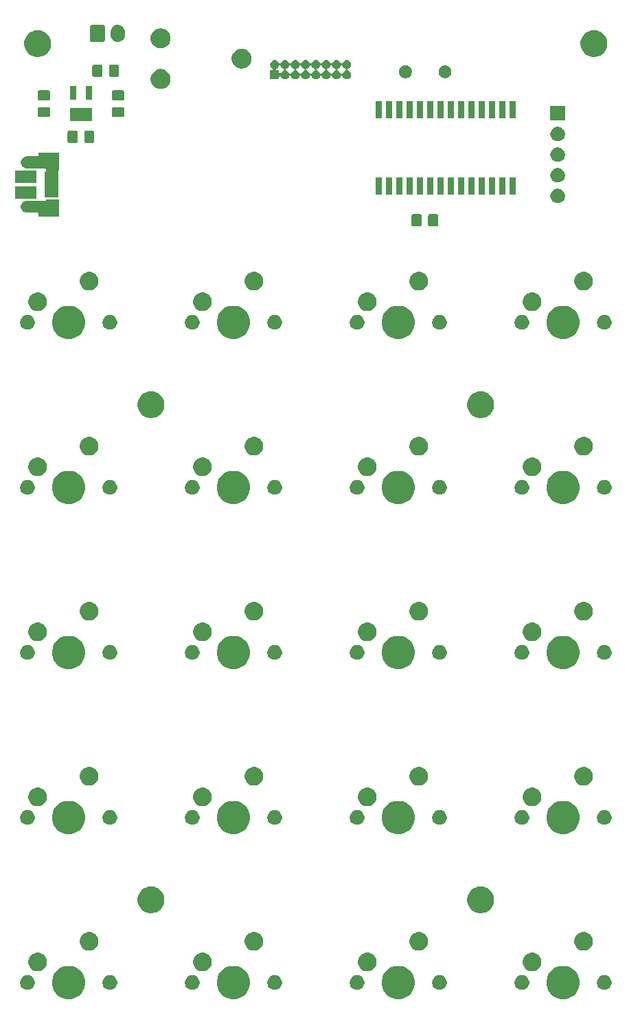
<source format=gts>
G04 #@! TF.GenerationSoftware,KiCad,Pcbnew,5.1.5*
G04 #@! TF.CreationDate,2020-01-21T16:39:42-05:00*
G04 #@! TF.ProjectId,rpn_mxb,72706e5f-6d78-4622-9e6b-696361645f70,rev?*
G04 #@! TF.SameCoordinates,Original*
G04 #@! TF.FileFunction,Soldermask,Top*
G04 #@! TF.FilePolarity,Negative*
%FSLAX46Y46*%
G04 Gerber Fmt 4.6, Leading zero omitted, Abs format (unit mm)*
G04 Created by KiCad (PCBNEW 5.1.5) date 2020-01-21 16:39:42*
%MOMM*%
%LPD*%
G04 APERTURE LIST*
%ADD10C,0.100000*%
G04 APERTURE END LIST*
D10*
G36*
X135218254Y-150427818D02*
G01*
X135591511Y-150582426D01*
X135591513Y-150582427D01*
X135927436Y-150806884D01*
X136213116Y-151092564D01*
X136437574Y-151428489D01*
X136592182Y-151801746D01*
X136671000Y-152197993D01*
X136671000Y-152602007D01*
X136592182Y-152998254D01*
X136437574Y-153371511D01*
X136437573Y-153371513D01*
X136213116Y-153707436D01*
X135927436Y-153993116D01*
X135591513Y-154217573D01*
X135591512Y-154217574D01*
X135591511Y-154217574D01*
X135218254Y-154372182D01*
X134822007Y-154451000D01*
X134417993Y-154451000D01*
X134021746Y-154372182D01*
X133648489Y-154217574D01*
X133648488Y-154217574D01*
X133648487Y-154217573D01*
X133312564Y-153993116D01*
X133026884Y-153707436D01*
X132802427Y-153371513D01*
X132802426Y-153371511D01*
X132647818Y-152998254D01*
X132569000Y-152602007D01*
X132569000Y-152197993D01*
X132647818Y-151801746D01*
X132802426Y-151428489D01*
X133026884Y-151092564D01*
X133312564Y-150806884D01*
X133648487Y-150582427D01*
X133648489Y-150582426D01*
X134021746Y-150427818D01*
X134417993Y-150349000D01*
X134822007Y-150349000D01*
X135218254Y-150427818D01*
G37*
G36*
X114898254Y-150427818D02*
G01*
X115271511Y-150582426D01*
X115271513Y-150582427D01*
X115607436Y-150806884D01*
X115893116Y-151092564D01*
X116117574Y-151428489D01*
X116272182Y-151801746D01*
X116351000Y-152197993D01*
X116351000Y-152602007D01*
X116272182Y-152998254D01*
X116117574Y-153371511D01*
X116117573Y-153371513D01*
X115893116Y-153707436D01*
X115607436Y-153993116D01*
X115271513Y-154217573D01*
X115271512Y-154217574D01*
X115271511Y-154217574D01*
X114898254Y-154372182D01*
X114502007Y-154451000D01*
X114097993Y-154451000D01*
X113701746Y-154372182D01*
X113328489Y-154217574D01*
X113328488Y-154217574D01*
X113328487Y-154217573D01*
X112992564Y-153993116D01*
X112706884Y-153707436D01*
X112482427Y-153371513D01*
X112482426Y-153371511D01*
X112327818Y-152998254D01*
X112249000Y-152602007D01*
X112249000Y-152197993D01*
X112327818Y-151801746D01*
X112482426Y-151428489D01*
X112706884Y-151092564D01*
X112992564Y-150806884D01*
X113328487Y-150582427D01*
X113328489Y-150582426D01*
X113701746Y-150427818D01*
X114097993Y-150349000D01*
X114502007Y-150349000D01*
X114898254Y-150427818D01*
G37*
G36*
X175858254Y-150427818D02*
G01*
X176231511Y-150582426D01*
X176231513Y-150582427D01*
X176567436Y-150806884D01*
X176853116Y-151092564D01*
X177077574Y-151428489D01*
X177232182Y-151801746D01*
X177311000Y-152197993D01*
X177311000Y-152602007D01*
X177232182Y-152998254D01*
X177077574Y-153371511D01*
X177077573Y-153371513D01*
X176853116Y-153707436D01*
X176567436Y-153993116D01*
X176231513Y-154217573D01*
X176231512Y-154217574D01*
X176231511Y-154217574D01*
X175858254Y-154372182D01*
X175462007Y-154451000D01*
X175057993Y-154451000D01*
X174661746Y-154372182D01*
X174288489Y-154217574D01*
X174288488Y-154217574D01*
X174288487Y-154217573D01*
X173952564Y-153993116D01*
X173666884Y-153707436D01*
X173442427Y-153371513D01*
X173442426Y-153371511D01*
X173287818Y-152998254D01*
X173209000Y-152602007D01*
X173209000Y-152197993D01*
X173287818Y-151801746D01*
X173442426Y-151428489D01*
X173666884Y-151092564D01*
X173952564Y-150806884D01*
X174288487Y-150582427D01*
X174288489Y-150582426D01*
X174661746Y-150427818D01*
X175057993Y-150349000D01*
X175462007Y-150349000D01*
X175858254Y-150427818D01*
G37*
G36*
X155538254Y-150427818D02*
G01*
X155911511Y-150582426D01*
X155911513Y-150582427D01*
X156247436Y-150806884D01*
X156533116Y-151092564D01*
X156757574Y-151428489D01*
X156912182Y-151801746D01*
X156991000Y-152197993D01*
X156991000Y-152602007D01*
X156912182Y-152998254D01*
X156757574Y-153371511D01*
X156757573Y-153371513D01*
X156533116Y-153707436D01*
X156247436Y-153993116D01*
X155911513Y-154217573D01*
X155911512Y-154217574D01*
X155911511Y-154217574D01*
X155538254Y-154372182D01*
X155142007Y-154451000D01*
X154737993Y-154451000D01*
X154341746Y-154372182D01*
X153968489Y-154217574D01*
X153968488Y-154217574D01*
X153968487Y-154217573D01*
X153632564Y-153993116D01*
X153346884Y-153707436D01*
X153122427Y-153371513D01*
X153122426Y-153371511D01*
X152967818Y-152998254D01*
X152889000Y-152602007D01*
X152889000Y-152197993D01*
X152967818Y-151801746D01*
X153122426Y-151428489D01*
X153346884Y-151092564D01*
X153632564Y-150806884D01*
X153968487Y-150582427D01*
X153968489Y-150582426D01*
X154341746Y-150427818D01*
X154737993Y-150349000D01*
X155142007Y-150349000D01*
X155538254Y-150427818D01*
G37*
G36*
X160133512Y-151503927D02*
G01*
X160282812Y-151533624D01*
X160446784Y-151601544D01*
X160594354Y-151700147D01*
X160719853Y-151825646D01*
X160818456Y-151973216D01*
X160886376Y-152137188D01*
X160921000Y-152311259D01*
X160921000Y-152488741D01*
X160886376Y-152662812D01*
X160818456Y-152826784D01*
X160719853Y-152974354D01*
X160594354Y-153099853D01*
X160446784Y-153198456D01*
X160282812Y-153266376D01*
X160133512Y-153296073D01*
X160108742Y-153301000D01*
X159931258Y-153301000D01*
X159906488Y-153296073D01*
X159757188Y-153266376D01*
X159593216Y-153198456D01*
X159445646Y-153099853D01*
X159320147Y-152974354D01*
X159221544Y-152826784D01*
X159153624Y-152662812D01*
X159119000Y-152488741D01*
X159119000Y-152311259D01*
X159153624Y-152137188D01*
X159221544Y-151973216D01*
X159320147Y-151825646D01*
X159445646Y-151700147D01*
X159593216Y-151601544D01*
X159757188Y-151533624D01*
X159906488Y-151503927D01*
X159931258Y-151499000D01*
X160108742Y-151499000D01*
X160133512Y-151503927D01*
G37*
G36*
X109333512Y-151503927D02*
G01*
X109482812Y-151533624D01*
X109646784Y-151601544D01*
X109794354Y-151700147D01*
X109919853Y-151825646D01*
X110018456Y-151973216D01*
X110086376Y-152137188D01*
X110121000Y-152311259D01*
X110121000Y-152488741D01*
X110086376Y-152662812D01*
X110018456Y-152826784D01*
X109919853Y-152974354D01*
X109794354Y-153099853D01*
X109646784Y-153198456D01*
X109482812Y-153266376D01*
X109333512Y-153296073D01*
X109308742Y-153301000D01*
X109131258Y-153301000D01*
X109106488Y-153296073D01*
X108957188Y-153266376D01*
X108793216Y-153198456D01*
X108645646Y-153099853D01*
X108520147Y-152974354D01*
X108421544Y-152826784D01*
X108353624Y-152662812D01*
X108319000Y-152488741D01*
X108319000Y-152311259D01*
X108353624Y-152137188D01*
X108421544Y-151973216D01*
X108520147Y-151825646D01*
X108645646Y-151700147D01*
X108793216Y-151601544D01*
X108957188Y-151533624D01*
X109106488Y-151503927D01*
X109131258Y-151499000D01*
X109308742Y-151499000D01*
X109333512Y-151503927D01*
G37*
G36*
X119493512Y-151503927D02*
G01*
X119642812Y-151533624D01*
X119806784Y-151601544D01*
X119954354Y-151700147D01*
X120079853Y-151825646D01*
X120178456Y-151973216D01*
X120246376Y-152137188D01*
X120281000Y-152311259D01*
X120281000Y-152488741D01*
X120246376Y-152662812D01*
X120178456Y-152826784D01*
X120079853Y-152974354D01*
X119954354Y-153099853D01*
X119806784Y-153198456D01*
X119642812Y-153266376D01*
X119493512Y-153296073D01*
X119468742Y-153301000D01*
X119291258Y-153301000D01*
X119266488Y-153296073D01*
X119117188Y-153266376D01*
X118953216Y-153198456D01*
X118805646Y-153099853D01*
X118680147Y-152974354D01*
X118581544Y-152826784D01*
X118513624Y-152662812D01*
X118479000Y-152488741D01*
X118479000Y-152311259D01*
X118513624Y-152137188D01*
X118581544Y-151973216D01*
X118680147Y-151825646D01*
X118805646Y-151700147D01*
X118953216Y-151601544D01*
X119117188Y-151533624D01*
X119266488Y-151503927D01*
X119291258Y-151499000D01*
X119468742Y-151499000D01*
X119493512Y-151503927D01*
G37*
G36*
X129653512Y-151503927D02*
G01*
X129802812Y-151533624D01*
X129966784Y-151601544D01*
X130114354Y-151700147D01*
X130239853Y-151825646D01*
X130338456Y-151973216D01*
X130406376Y-152137188D01*
X130441000Y-152311259D01*
X130441000Y-152488741D01*
X130406376Y-152662812D01*
X130338456Y-152826784D01*
X130239853Y-152974354D01*
X130114354Y-153099853D01*
X129966784Y-153198456D01*
X129802812Y-153266376D01*
X129653512Y-153296073D01*
X129628742Y-153301000D01*
X129451258Y-153301000D01*
X129426488Y-153296073D01*
X129277188Y-153266376D01*
X129113216Y-153198456D01*
X128965646Y-153099853D01*
X128840147Y-152974354D01*
X128741544Y-152826784D01*
X128673624Y-152662812D01*
X128639000Y-152488741D01*
X128639000Y-152311259D01*
X128673624Y-152137188D01*
X128741544Y-151973216D01*
X128840147Y-151825646D01*
X128965646Y-151700147D01*
X129113216Y-151601544D01*
X129277188Y-151533624D01*
X129426488Y-151503927D01*
X129451258Y-151499000D01*
X129628742Y-151499000D01*
X129653512Y-151503927D01*
G37*
G36*
X139813512Y-151503927D02*
G01*
X139962812Y-151533624D01*
X140126784Y-151601544D01*
X140274354Y-151700147D01*
X140399853Y-151825646D01*
X140498456Y-151973216D01*
X140566376Y-152137188D01*
X140601000Y-152311259D01*
X140601000Y-152488741D01*
X140566376Y-152662812D01*
X140498456Y-152826784D01*
X140399853Y-152974354D01*
X140274354Y-153099853D01*
X140126784Y-153198456D01*
X139962812Y-153266376D01*
X139813512Y-153296073D01*
X139788742Y-153301000D01*
X139611258Y-153301000D01*
X139586488Y-153296073D01*
X139437188Y-153266376D01*
X139273216Y-153198456D01*
X139125646Y-153099853D01*
X139000147Y-152974354D01*
X138901544Y-152826784D01*
X138833624Y-152662812D01*
X138799000Y-152488741D01*
X138799000Y-152311259D01*
X138833624Y-152137188D01*
X138901544Y-151973216D01*
X139000147Y-151825646D01*
X139125646Y-151700147D01*
X139273216Y-151601544D01*
X139437188Y-151533624D01*
X139586488Y-151503927D01*
X139611258Y-151499000D01*
X139788742Y-151499000D01*
X139813512Y-151503927D01*
G37*
G36*
X170293512Y-151503927D02*
G01*
X170442812Y-151533624D01*
X170606784Y-151601544D01*
X170754354Y-151700147D01*
X170879853Y-151825646D01*
X170978456Y-151973216D01*
X171046376Y-152137188D01*
X171081000Y-152311259D01*
X171081000Y-152488741D01*
X171046376Y-152662812D01*
X170978456Y-152826784D01*
X170879853Y-152974354D01*
X170754354Y-153099853D01*
X170606784Y-153198456D01*
X170442812Y-153266376D01*
X170293512Y-153296073D01*
X170268742Y-153301000D01*
X170091258Y-153301000D01*
X170066488Y-153296073D01*
X169917188Y-153266376D01*
X169753216Y-153198456D01*
X169605646Y-153099853D01*
X169480147Y-152974354D01*
X169381544Y-152826784D01*
X169313624Y-152662812D01*
X169279000Y-152488741D01*
X169279000Y-152311259D01*
X169313624Y-152137188D01*
X169381544Y-151973216D01*
X169480147Y-151825646D01*
X169605646Y-151700147D01*
X169753216Y-151601544D01*
X169917188Y-151533624D01*
X170066488Y-151503927D01*
X170091258Y-151499000D01*
X170268742Y-151499000D01*
X170293512Y-151503927D01*
G37*
G36*
X180453512Y-151503927D02*
G01*
X180602812Y-151533624D01*
X180766784Y-151601544D01*
X180914354Y-151700147D01*
X181039853Y-151825646D01*
X181138456Y-151973216D01*
X181206376Y-152137188D01*
X181241000Y-152311259D01*
X181241000Y-152488741D01*
X181206376Y-152662812D01*
X181138456Y-152826784D01*
X181039853Y-152974354D01*
X180914354Y-153099853D01*
X180766784Y-153198456D01*
X180602812Y-153266376D01*
X180453512Y-153296073D01*
X180428742Y-153301000D01*
X180251258Y-153301000D01*
X180226488Y-153296073D01*
X180077188Y-153266376D01*
X179913216Y-153198456D01*
X179765646Y-153099853D01*
X179640147Y-152974354D01*
X179541544Y-152826784D01*
X179473624Y-152662812D01*
X179439000Y-152488741D01*
X179439000Y-152311259D01*
X179473624Y-152137188D01*
X179541544Y-151973216D01*
X179640147Y-151825646D01*
X179765646Y-151700147D01*
X179913216Y-151601544D01*
X180077188Y-151533624D01*
X180226488Y-151503927D01*
X180251258Y-151499000D01*
X180428742Y-151499000D01*
X180453512Y-151503927D01*
G37*
G36*
X149973512Y-151503927D02*
G01*
X150122812Y-151533624D01*
X150286784Y-151601544D01*
X150434354Y-151700147D01*
X150559853Y-151825646D01*
X150658456Y-151973216D01*
X150726376Y-152137188D01*
X150761000Y-152311259D01*
X150761000Y-152488741D01*
X150726376Y-152662812D01*
X150658456Y-152826784D01*
X150559853Y-152974354D01*
X150434354Y-153099853D01*
X150286784Y-153198456D01*
X150122812Y-153266376D01*
X149973512Y-153296073D01*
X149948742Y-153301000D01*
X149771258Y-153301000D01*
X149746488Y-153296073D01*
X149597188Y-153266376D01*
X149433216Y-153198456D01*
X149285646Y-153099853D01*
X149160147Y-152974354D01*
X149061544Y-152826784D01*
X148993624Y-152662812D01*
X148959000Y-152488741D01*
X148959000Y-152311259D01*
X148993624Y-152137188D01*
X149061544Y-151973216D01*
X149160147Y-151825646D01*
X149285646Y-151700147D01*
X149433216Y-151601544D01*
X149597188Y-151533624D01*
X149746488Y-151503927D01*
X149771258Y-151499000D01*
X149948742Y-151499000D01*
X149973512Y-151503927D01*
G37*
G36*
X171674549Y-148731116D02*
G01*
X171785734Y-148753232D01*
X171995203Y-148839997D01*
X172183720Y-148965960D01*
X172344040Y-149126280D01*
X172470003Y-149314797D01*
X172556768Y-149524266D01*
X172601000Y-149746636D01*
X172601000Y-149973364D01*
X172556768Y-150195734D01*
X172470003Y-150405203D01*
X172344040Y-150593720D01*
X172183720Y-150754040D01*
X171995203Y-150880003D01*
X171785734Y-150966768D01*
X171674549Y-150988884D01*
X171563365Y-151011000D01*
X171336635Y-151011000D01*
X171225451Y-150988884D01*
X171114266Y-150966768D01*
X170904797Y-150880003D01*
X170716280Y-150754040D01*
X170555960Y-150593720D01*
X170429997Y-150405203D01*
X170343232Y-150195734D01*
X170299000Y-149973364D01*
X170299000Y-149746636D01*
X170343232Y-149524266D01*
X170429997Y-149314797D01*
X170555960Y-149126280D01*
X170716280Y-148965960D01*
X170904797Y-148839997D01*
X171114266Y-148753232D01*
X171225451Y-148731116D01*
X171336635Y-148709000D01*
X171563365Y-148709000D01*
X171674549Y-148731116D01*
G37*
G36*
X131034549Y-148731116D02*
G01*
X131145734Y-148753232D01*
X131355203Y-148839997D01*
X131543720Y-148965960D01*
X131704040Y-149126280D01*
X131830003Y-149314797D01*
X131916768Y-149524266D01*
X131961000Y-149746636D01*
X131961000Y-149973364D01*
X131916768Y-150195734D01*
X131830003Y-150405203D01*
X131704040Y-150593720D01*
X131543720Y-150754040D01*
X131355203Y-150880003D01*
X131145734Y-150966768D01*
X131034549Y-150988884D01*
X130923365Y-151011000D01*
X130696635Y-151011000D01*
X130585451Y-150988884D01*
X130474266Y-150966768D01*
X130264797Y-150880003D01*
X130076280Y-150754040D01*
X129915960Y-150593720D01*
X129789997Y-150405203D01*
X129703232Y-150195734D01*
X129659000Y-149973364D01*
X129659000Y-149746636D01*
X129703232Y-149524266D01*
X129789997Y-149314797D01*
X129915960Y-149126280D01*
X130076280Y-148965960D01*
X130264797Y-148839997D01*
X130474266Y-148753232D01*
X130585451Y-148731116D01*
X130696635Y-148709000D01*
X130923365Y-148709000D01*
X131034549Y-148731116D01*
G37*
G36*
X151354549Y-148731116D02*
G01*
X151465734Y-148753232D01*
X151675203Y-148839997D01*
X151863720Y-148965960D01*
X152024040Y-149126280D01*
X152150003Y-149314797D01*
X152236768Y-149524266D01*
X152281000Y-149746636D01*
X152281000Y-149973364D01*
X152236768Y-150195734D01*
X152150003Y-150405203D01*
X152024040Y-150593720D01*
X151863720Y-150754040D01*
X151675203Y-150880003D01*
X151465734Y-150966768D01*
X151354549Y-150988884D01*
X151243365Y-151011000D01*
X151016635Y-151011000D01*
X150905451Y-150988884D01*
X150794266Y-150966768D01*
X150584797Y-150880003D01*
X150396280Y-150754040D01*
X150235960Y-150593720D01*
X150109997Y-150405203D01*
X150023232Y-150195734D01*
X149979000Y-149973364D01*
X149979000Y-149746636D01*
X150023232Y-149524266D01*
X150109997Y-149314797D01*
X150235960Y-149126280D01*
X150396280Y-148965960D01*
X150584797Y-148839997D01*
X150794266Y-148753232D01*
X150905451Y-148731116D01*
X151016635Y-148709000D01*
X151243365Y-148709000D01*
X151354549Y-148731116D01*
G37*
G36*
X110714549Y-148731116D02*
G01*
X110825734Y-148753232D01*
X111035203Y-148839997D01*
X111223720Y-148965960D01*
X111384040Y-149126280D01*
X111510003Y-149314797D01*
X111596768Y-149524266D01*
X111641000Y-149746636D01*
X111641000Y-149973364D01*
X111596768Y-150195734D01*
X111510003Y-150405203D01*
X111384040Y-150593720D01*
X111223720Y-150754040D01*
X111035203Y-150880003D01*
X110825734Y-150966768D01*
X110714549Y-150988884D01*
X110603365Y-151011000D01*
X110376635Y-151011000D01*
X110265451Y-150988884D01*
X110154266Y-150966768D01*
X109944797Y-150880003D01*
X109756280Y-150754040D01*
X109595960Y-150593720D01*
X109469997Y-150405203D01*
X109383232Y-150195734D01*
X109339000Y-149973364D01*
X109339000Y-149746636D01*
X109383232Y-149524266D01*
X109469997Y-149314797D01*
X109595960Y-149126280D01*
X109756280Y-148965960D01*
X109944797Y-148839997D01*
X110154266Y-148753232D01*
X110265451Y-148731116D01*
X110376635Y-148709000D01*
X110603365Y-148709000D01*
X110714549Y-148731116D01*
G37*
G36*
X178024549Y-146191116D02*
G01*
X178135734Y-146213232D01*
X178345203Y-146299997D01*
X178533720Y-146425960D01*
X178694040Y-146586280D01*
X178820003Y-146774797D01*
X178906768Y-146984266D01*
X178951000Y-147206636D01*
X178951000Y-147433364D01*
X178906768Y-147655734D01*
X178820003Y-147865203D01*
X178694040Y-148053720D01*
X178533720Y-148214040D01*
X178345203Y-148340003D01*
X178135734Y-148426768D01*
X178024549Y-148448884D01*
X177913365Y-148471000D01*
X177686635Y-148471000D01*
X177575451Y-148448884D01*
X177464266Y-148426768D01*
X177254797Y-148340003D01*
X177066280Y-148214040D01*
X176905960Y-148053720D01*
X176779997Y-147865203D01*
X176693232Y-147655734D01*
X176649000Y-147433364D01*
X176649000Y-147206636D01*
X176693232Y-146984266D01*
X176779997Y-146774797D01*
X176905960Y-146586280D01*
X177066280Y-146425960D01*
X177254797Y-146299997D01*
X177464266Y-146213232D01*
X177575451Y-146191116D01*
X177686635Y-146169000D01*
X177913365Y-146169000D01*
X178024549Y-146191116D01*
G37*
G36*
X117064549Y-146191116D02*
G01*
X117175734Y-146213232D01*
X117385203Y-146299997D01*
X117573720Y-146425960D01*
X117734040Y-146586280D01*
X117860003Y-146774797D01*
X117946768Y-146984266D01*
X117991000Y-147206636D01*
X117991000Y-147433364D01*
X117946768Y-147655734D01*
X117860003Y-147865203D01*
X117734040Y-148053720D01*
X117573720Y-148214040D01*
X117385203Y-148340003D01*
X117175734Y-148426768D01*
X117064549Y-148448884D01*
X116953365Y-148471000D01*
X116726635Y-148471000D01*
X116615451Y-148448884D01*
X116504266Y-148426768D01*
X116294797Y-148340003D01*
X116106280Y-148214040D01*
X115945960Y-148053720D01*
X115819997Y-147865203D01*
X115733232Y-147655734D01*
X115689000Y-147433364D01*
X115689000Y-147206636D01*
X115733232Y-146984266D01*
X115819997Y-146774797D01*
X115945960Y-146586280D01*
X116106280Y-146425960D01*
X116294797Y-146299997D01*
X116504266Y-146213232D01*
X116615451Y-146191116D01*
X116726635Y-146169000D01*
X116953365Y-146169000D01*
X117064549Y-146191116D01*
G37*
G36*
X137384549Y-146191116D02*
G01*
X137495734Y-146213232D01*
X137705203Y-146299997D01*
X137893720Y-146425960D01*
X138054040Y-146586280D01*
X138180003Y-146774797D01*
X138266768Y-146984266D01*
X138311000Y-147206636D01*
X138311000Y-147433364D01*
X138266768Y-147655734D01*
X138180003Y-147865203D01*
X138054040Y-148053720D01*
X137893720Y-148214040D01*
X137705203Y-148340003D01*
X137495734Y-148426768D01*
X137384549Y-148448884D01*
X137273365Y-148471000D01*
X137046635Y-148471000D01*
X136935451Y-148448884D01*
X136824266Y-148426768D01*
X136614797Y-148340003D01*
X136426280Y-148214040D01*
X136265960Y-148053720D01*
X136139997Y-147865203D01*
X136053232Y-147655734D01*
X136009000Y-147433364D01*
X136009000Y-147206636D01*
X136053232Y-146984266D01*
X136139997Y-146774797D01*
X136265960Y-146586280D01*
X136426280Y-146425960D01*
X136614797Y-146299997D01*
X136824266Y-146213232D01*
X136935451Y-146191116D01*
X137046635Y-146169000D01*
X137273365Y-146169000D01*
X137384549Y-146191116D01*
G37*
G36*
X157704549Y-146191116D02*
G01*
X157815734Y-146213232D01*
X158025203Y-146299997D01*
X158213720Y-146425960D01*
X158374040Y-146586280D01*
X158500003Y-146774797D01*
X158586768Y-146984266D01*
X158631000Y-147206636D01*
X158631000Y-147433364D01*
X158586768Y-147655734D01*
X158500003Y-147865203D01*
X158374040Y-148053720D01*
X158213720Y-148214040D01*
X158025203Y-148340003D01*
X157815734Y-148426768D01*
X157704549Y-148448884D01*
X157593365Y-148471000D01*
X157366635Y-148471000D01*
X157255451Y-148448884D01*
X157144266Y-148426768D01*
X156934797Y-148340003D01*
X156746280Y-148214040D01*
X156585960Y-148053720D01*
X156459997Y-147865203D01*
X156373232Y-147655734D01*
X156329000Y-147433364D01*
X156329000Y-147206636D01*
X156373232Y-146984266D01*
X156459997Y-146774797D01*
X156585960Y-146586280D01*
X156746280Y-146425960D01*
X156934797Y-146299997D01*
X157144266Y-146213232D01*
X157255451Y-146191116D01*
X157366635Y-146169000D01*
X157593365Y-146169000D01*
X157704549Y-146191116D01*
G37*
G36*
X165475256Y-140605898D02*
G01*
X165581579Y-140627047D01*
X165882042Y-140751503D01*
X166152451Y-140932185D01*
X166382415Y-141162149D01*
X166563097Y-141432558D01*
X166687553Y-141733021D01*
X166751000Y-142051991D01*
X166751000Y-142377209D01*
X166687553Y-142696179D01*
X166563097Y-142996642D01*
X166382415Y-143267051D01*
X166152451Y-143497015D01*
X165882042Y-143677697D01*
X165581579Y-143802153D01*
X165475256Y-143823302D01*
X165262611Y-143865600D01*
X164937389Y-143865600D01*
X164724744Y-143823302D01*
X164618421Y-143802153D01*
X164317958Y-143677697D01*
X164047549Y-143497015D01*
X163817585Y-143267051D01*
X163636903Y-142996642D01*
X163512447Y-142696179D01*
X163449000Y-142377209D01*
X163449000Y-142051991D01*
X163512447Y-141733021D01*
X163636903Y-141432558D01*
X163817585Y-141162149D01*
X164047549Y-140932185D01*
X164317958Y-140751503D01*
X164618421Y-140627047D01*
X164724744Y-140605898D01*
X164937389Y-140563600D01*
X165262611Y-140563600D01*
X165475256Y-140605898D01*
G37*
G36*
X124835256Y-140605898D02*
G01*
X124941579Y-140627047D01*
X125242042Y-140751503D01*
X125512451Y-140932185D01*
X125742415Y-141162149D01*
X125923097Y-141432558D01*
X126047553Y-141733021D01*
X126111000Y-142051991D01*
X126111000Y-142377209D01*
X126047553Y-142696179D01*
X125923097Y-142996642D01*
X125742415Y-143267051D01*
X125512451Y-143497015D01*
X125242042Y-143677697D01*
X124941579Y-143802153D01*
X124835256Y-143823302D01*
X124622611Y-143865600D01*
X124297389Y-143865600D01*
X124084744Y-143823302D01*
X123978421Y-143802153D01*
X123677958Y-143677697D01*
X123407549Y-143497015D01*
X123177585Y-143267051D01*
X122996903Y-142996642D01*
X122872447Y-142696179D01*
X122809000Y-142377209D01*
X122809000Y-142051991D01*
X122872447Y-141733021D01*
X122996903Y-141432558D01*
X123177585Y-141162149D01*
X123407549Y-140932185D01*
X123677958Y-140751503D01*
X123978421Y-140627047D01*
X124084744Y-140605898D01*
X124297389Y-140563600D01*
X124622611Y-140563600D01*
X124835256Y-140605898D01*
G37*
G36*
X114898254Y-130107818D02*
G01*
X115271511Y-130262426D01*
X115271513Y-130262427D01*
X115607436Y-130486884D01*
X115893116Y-130772564D01*
X116117574Y-131108489D01*
X116272182Y-131481746D01*
X116351000Y-131877993D01*
X116351000Y-132282007D01*
X116272182Y-132678254D01*
X116117574Y-133051511D01*
X116117573Y-133051513D01*
X115893116Y-133387436D01*
X115607436Y-133673116D01*
X115271513Y-133897573D01*
X115271512Y-133897574D01*
X115271511Y-133897574D01*
X114898254Y-134052182D01*
X114502007Y-134131000D01*
X114097993Y-134131000D01*
X113701746Y-134052182D01*
X113328489Y-133897574D01*
X113328488Y-133897574D01*
X113328487Y-133897573D01*
X112992564Y-133673116D01*
X112706884Y-133387436D01*
X112482427Y-133051513D01*
X112482426Y-133051511D01*
X112327818Y-132678254D01*
X112249000Y-132282007D01*
X112249000Y-131877993D01*
X112327818Y-131481746D01*
X112482426Y-131108489D01*
X112706884Y-130772564D01*
X112992564Y-130486884D01*
X113328487Y-130262427D01*
X113328489Y-130262426D01*
X113701746Y-130107818D01*
X114097993Y-130029000D01*
X114502007Y-130029000D01*
X114898254Y-130107818D01*
G37*
G36*
X175858254Y-130107818D02*
G01*
X176231511Y-130262426D01*
X176231513Y-130262427D01*
X176567436Y-130486884D01*
X176853116Y-130772564D01*
X177077574Y-131108489D01*
X177232182Y-131481746D01*
X177311000Y-131877993D01*
X177311000Y-132282007D01*
X177232182Y-132678254D01*
X177077574Y-133051511D01*
X177077573Y-133051513D01*
X176853116Y-133387436D01*
X176567436Y-133673116D01*
X176231513Y-133897573D01*
X176231512Y-133897574D01*
X176231511Y-133897574D01*
X175858254Y-134052182D01*
X175462007Y-134131000D01*
X175057993Y-134131000D01*
X174661746Y-134052182D01*
X174288489Y-133897574D01*
X174288488Y-133897574D01*
X174288487Y-133897573D01*
X173952564Y-133673116D01*
X173666884Y-133387436D01*
X173442427Y-133051513D01*
X173442426Y-133051511D01*
X173287818Y-132678254D01*
X173209000Y-132282007D01*
X173209000Y-131877993D01*
X173287818Y-131481746D01*
X173442426Y-131108489D01*
X173666884Y-130772564D01*
X173952564Y-130486884D01*
X174288487Y-130262427D01*
X174288489Y-130262426D01*
X174661746Y-130107818D01*
X175057993Y-130029000D01*
X175462007Y-130029000D01*
X175858254Y-130107818D01*
G37*
G36*
X135218254Y-130107818D02*
G01*
X135591511Y-130262426D01*
X135591513Y-130262427D01*
X135927436Y-130486884D01*
X136213116Y-130772564D01*
X136437574Y-131108489D01*
X136592182Y-131481746D01*
X136671000Y-131877993D01*
X136671000Y-132282007D01*
X136592182Y-132678254D01*
X136437574Y-133051511D01*
X136437573Y-133051513D01*
X136213116Y-133387436D01*
X135927436Y-133673116D01*
X135591513Y-133897573D01*
X135591512Y-133897574D01*
X135591511Y-133897574D01*
X135218254Y-134052182D01*
X134822007Y-134131000D01*
X134417993Y-134131000D01*
X134021746Y-134052182D01*
X133648489Y-133897574D01*
X133648488Y-133897574D01*
X133648487Y-133897573D01*
X133312564Y-133673116D01*
X133026884Y-133387436D01*
X132802427Y-133051513D01*
X132802426Y-133051511D01*
X132647818Y-132678254D01*
X132569000Y-132282007D01*
X132569000Y-131877993D01*
X132647818Y-131481746D01*
X132802426Y-131108489D01*
X133026884Y-130772564D01*
X133312564Y-130486884D01*
X133648487Y-130262427D01*
X133648489Y-130262426D01*
X134021746Y-130107818D01*
X134417993Y-130029000D01*
X134822007Y-130029000D01*
X135218254Y-130107818D01*
G37*
G36*
X155538254Y-130107818D02*
G01*
X155911511Y-130262426D01*
X155911513Y-130262427D01*
X156247436Y-130486884D01*
X156533116Y-130772564D01*
X156757574Y-131108489D01*
X156912182Y-131481746D01*
X156991000Y-131877993D01*
X156991000Y-132282007D01*
X156912182Y-132678254D01*
X156757574Y-133051511D01*
X156757573Y-133051513D01*
X156533116Y-133387436D01*
X156247436Y-133673116D01*
X155911513Y-133897573D01*
X155911512Y-133897574D01*
X155911511Y-133897574D01*
X155538254Y-134052182D01*
X155142007Y-134131000D01*
X154737993Y-134131000D01*
X154341746Y-134052182D01*
X153968489Y-133897574D01*
X153968488Y-133897574D01*
X153968487Y-133897573D01*
X153632564Y-133673116D01*
X153346884Y-133387436D01*
X153122427Y-133051513D01*
X153122426Y-133051511D01*
X152967818Y-132678254D01*
X152889000Y-132282007D01*
X152889000Y-131877993D01*
X152967818Y-131481746D01*
X153122426Y-131108489D01*
X153346884Y-130772564D01*
X153632564Y-130486884D01*
X153968487Y-130262427D01*
X153968489Y-130262426D01*
X154341746Y-130107818D01*
X154737993Y-130029000D01*
X155142007Y-130029000D01*
X155538254Y-130107818D01*
G37*
G36*
X129653512Y-131183927D02*
G01*
X129802812Y-131213624D01*
X129966784Y-131281544D01*
X130114354Y-131380147D01*
X130239853Y-131505646D01*
X130338456Y-131653216D01*
X130406376Y-131817188D01*
X130441000Y-131991259D01*
X130441000Y-132168741D01*
X130406376Y-132342812D01*
X130338456Y-132506784D01*
X130239853Y-132654354D01*
X130114354Y-132779853D01*
X129966784Y-132878456D01*
X129802812Y-132946376D01*
X129653512Y-132976073D01*
X129628742Y-132981000D01*
X129451258Y-132981000D01*
X129426488Y-132976073D01*
X129277188Y-132946376D01*
X129113216Y-132878456D01*
X128965646Y-132779853D01*
X128840147Y-132654354D01*
X128741544Y-132506784D01*
X128673624Y-132342812D01*
X128639000Y-132168741D01*
X128639000Y-131991259D01*
X128673624Y-131817188D01*
X128741544Y-131653216D01*
X128840147Y-131505646D01*
X128965646Y-131380147D01*
X129113216Y-131281544D01*
X129277188Y-131213624D01*
X129426488Y-131183927D01*
X129451258Y-131179000D01*
X129628742Y-131179000D01*
X129653512Y-131183927D01*
G37*
G36*
X119493512Y-131183927D02*
G01*
X119642812Y-131213624D01*
X119806784Y-131281544D01*
X119954354Y-131380147D01*
X120079853Y-131505646D01*
X120178456Y-131653216D01*
X120246376Y-131817188D01*
X120281000Y-131991259D01*
X120281000Y-132168741D01*
X120246376Y-132342812D01*
X120178456Y-132506784D01*
X120079853Y-132654354D01*
X119954354Y-132779853D01*
X119806784Y-132878456D01*
X119642812Y-132946376D01*
X119493512Y-132976073D01*
X119468742Y-132981000D01*
X119291258Y-132981000D01*
X119266488Y-132976073D01*
X119117188Y-132946376D01*
X118953216Y-132878456D01*
X118805646Y-132779853D01*
X118680147Y-132654354D01*
X118581544Y-132506784D01*
X118513624Y-132342812D01*
X118479000Y-132168741D01*
X118479000Y-131991259D01*
X118513624Y-131817188D01*
X118581544Y-131653216D01*
X118680147Y-131505646D01*
X118805646Y-131380147D01*
X118953216Y-131281544D01*
X119117188Y-131213624D01*
X119266488Y-131183927D01*
X119291258Y-131179000D01*
X119468742Y-131179000D01*
X119493512Y-131183927D01*
G37*
G36*
X109333512Y-131183927D02*
G01*
X109482812Y-131213624D01*
X109646784Y-131281544D01*
X109794354Y-131380147D01*
X109919853Y-131505646D01*
X110018456Y-131653216D01*
X110086376Y-131817188D01*
X110121000Y-131991259D01*
X110121000Y-132168741D01*
X110086376Y-132342812D01*
X110018456Y-132506784D01*
X109919853Y-132654354D01*
X109794354Y-132779853D01*
X109646784Y-132878456D01*
X109482812Y-132946376D01*
X109333512Y-132976073D01*
X109308742Y-132981000D01*
X109131258Y-132981000D01*
X109106488Y-132976073D01*
X108957188Y-132946376D01*
X108793216Y-132878456D01*
X108645646Y-132779853D01*
X108520147Y-132654354D01*
X108421544Y-132506784D01*
X108353624Y-132342812D01*
X108319000Y-132168741D01*
X108319000Y-131991259D01*
X108353624Y-131817188D01*
X108421544Y-131653216D01*
X108520147Y-131505646D01*
X108645646Y-131380147D01*
X108793216Y-131281544D01*
X108957188Y-131213624D01*
X109106488Y-131183927D01*
X109131258Y-131179000D01*
X109308742Y-131179000D01*
X109333512Y-131183927D01*
G37*
G36*
X180453512Y-131183927D02*
G01*
X180602812Y-131213624D01*
X180766784Y-131281544D01*
X180914354Y-131380147D01*
X181039853Y-131505646D01*
X181138456Y-131653216D01*
X181206376Y-131817188D01*
X181241000Y-131991259D01*
X181241000Y-132168741D01*
X181206376Y-132342812D01*
X181138456Y-132506784D01*
X181039853Y-132654354D01*
X180914354Y-132779853D01*
X180766784Y-132878456D01*
X180602812Y-132946376D01*
X180453512Y-132976073D01*
X180428742Y-132981000D01*
X180251258Y-132981000D01*
X180226488Y-132976073D01*
X180077188Y-132946376D01*
X179913216Y-132878456D01*
X179765646Y-132779853D01*
X179640147Y-132654354D01*
X179541544Y-132506784D01*
X179473624Y-132342812D01*
X179439000Y-132168741D01*
X179439000Y-131991259D01*
X179473624Y-131817188D01*
X179541544Y-131653216D01*
X179640147Y-131505646D01*
X179765646Y-131380147D01*
X179913216Y-131281544D01*
X180077188Y-131213624D01*
X180226488Y-131183927D01*
X180251258Y-131179000D01*
X180428742Y-131179000D01*
X180453512Y-131183927D01*
G37*
G36*
X170293512Y-131183927D02*
G01*
X170442812Y-131213624D01*
X170606784Y-131281544D01*
X170754354Y-131380147D01*
X170879853Y-131505646D01*
X170978456Y-131653216D01*
X171046376Y-131817188D01*
X171081000Y-131991259D01*
X171081000Y-132168741D01*
X171046376Y-132342812D01*
X170978456Y-132506784D01*
X170879853Y-132654354D01*
X170754354Y-132779853D01*
X170606784Y-132878456D01*
X170442812Y-132946376D01*
X170293512Y-132976073D01*
X170268742Y-132981000D01*
X170091258Y-132981000D01*
X170066488Y-132976073D01*
X169917188Y-132946376D01*
X169753216Y-132878456D01*
X169605646Y-132779853D01*
X169480147Y-132654354D01*
X169381544Y-132506784D01*
X169313624Y-132342812D01*
X169279000Y-132168741D01*
X169279000Y-131991259D01*
X169313624Y-131817188D01*
X169381544Y-131653216D01*
X169480147Y-131505646D01*
X169605646Y-131380147D01*
X169753216Y-131281544D01*
X169917188Y-131213624D01*
X170066488Y-131183927D01*
X170091258Y-131179000D01*
X170268742Y-131179000D01*
X170293512Y-131183927D01*
G37*
G36*
X149973512Y-131183927D02*
G01*
X150122812Y-131213624D01*
X150286784Y-131281544D01*
X150434354Y-131380147D01*
X150559853Y-131505646D01*
X150658456Y-131653216D01*
X150726376Y-131817188D01*
X150761000Y-131991259D01*
X150761000Y-132168741D01*
X150726376Y-132342812D01*
X150658456Y-132506784D01*
X150559853Y-132654354D01*
X150434354Y-132779853D01*
X150286784Y-132878456D01*
X150122812Y-132946376D01*
X149973512Y-132976073D01*
X149948742Y-132981000D01*
X149771258Y-132981000D01*
X149746488Y-132976073D01*
X149597188Y-132946376D01*
X149433216Y-132878456D01*
X149285646Y-132779853D01*
X149160147Y-132654354D01*
X149061544Y-132506784D01*
X148993624Y-132342812D01*
X148959000Y-132168741D01*
X148959000Y-131991259D01*
X148993624Y-131817188D01*
X149061544Y-131653216D01*
X149160147Y-131505646D01*
X149285646Y-131380147D01*
X149433216Y-131281544D01*
X149597188Y-131213624D01*
X149746488Y-131183927D01*
X149771258Y-131179000D01*
X149948742Y-131179000D01*
X149973512Y-131183927D01*
G37*
G36*
X160133512Y-131183927D02*
G01*
X160282812Y-131213624D01*
X160446784Y-131281544D01*
X160594354Y-131380147D01*
X160719853Y-131505646D01*
X160818456Y-131653216D01*
X160886376Y-131817188D01*
X160921000Y-131991259D01*
X160921000Y-132168741D01*
X160886376Y-132342812D01*
X160818456Y-132506784D01*
X160719853Y-132654354D01*
X160594354Y-132779853D01*
X160446784Y-132878456D01*
X160282812Y-132946376D01*
X160133512Y-132976073D01*
X160108742Y-132981000D01*
X159931258Y-132981000D01*
X159906488Y-132976073D01*
X159757188Y-132946376D01*
X159593216Y-132878456D01*
X159445646Y-132779853D01*
X159320147Y-132654354D01*
X159221544Y-132506784D01*
X159153624Y-132342812D01*
X159119000Y-132168741D01*
X159119000Y-131991259D01*
X159153624Y-131817188D01*
X159221544Y-131653216D01*
X159320147Y-131505646D01*
X159445646Y-131380147D01*
X159593216Y-131281544D01*
X159757188Y-131213624D01*
X159906488Y-131183927D01*
X159931258Y-131179000D01*
X160108742Y-131179000D01*
X160133512Y-131183927D01*
G37*
G36*
X139813512Y-131183927D02*
G01*
X139962812Y-131213624D01*
X140126784Y-131281544D01*
X140274354Y-131380147D01*
X140399853Y-131505646D01*
X140498456Y-131653216D01*
X140566376Y-131817188D01*
X140601000Y-131991259D01*
X140601000Y-132168741D01*
X140566376Y-132342812D01*
X140498456Y-132506784D01*
X140399853Y-132654354D01*
X140274354Y-132779853D01*
X140126784Y-132878456D01*
X139962812Y-132946376D01*
X139813512Y-132976073D01*
X139788742Y-132981000D01*
X139611258Y-132981000D01*
X139586488Y-132976073D01*
X139437188Y-132946376D01*
X139273216Y-132878456D01*
X139125646Y-132779853D01*
X139000147Y-132654354D01*
X138901544Y-132506784D01*
X138833624Y-132342812D01*
X138799000Y-132168741D01*
X138799000Y-131991259D01*
X138833624Y-131817188D01*
X138901544Y-131653216D01*
X139000147Y-131505646D01*
X139125646Y-131380147D01*
X139273216Y-131281544D01*
X139437188Y-131213624D01*
X139586488Y-131183927D01*
X139611258Y-131179000D01*
X139788742Y-131179000D01*
X139813512Y-131183927D01*
G37*
G36*
X131034549Y-128411116D02*
G01*
X131145734Y-128433232D01*
X131355203Y-128519997D01*
X131543720Y-128645960D01*
X131704040Y-128806280D01*
X131830003Y-128994797D01*
X131916768Y-129204266D01*
X131961000Y-129426636D01*
X131961000Y-129653364D01*
X131916768Y-129875734D01*
X131830003Y-130085203D01*
X131704040Y-130273720D01*
X131543720Y-130434040D01*
X131355203Y-130560003D01*
X131145734Y-130646768D01*
X131034549Y-130668884D01*
X130923365Y-130691000D01*
X130696635Y-130691000D01*
X130585451Y-130668884D01*
X130474266Y-130646768D01*
X130264797Y-130560003D01*
X130076280Y-130434040D01*
X129915960Y-130273720D01*
X129789997Y-130085203D01*
X129703232Y-129875734D01*
X129659000Y-129653364D01*
X129659000Y-129426636D01*
X129703232Y-129204266D01*
X129789997Y-128994797D01*
X129915960Y-128806280D01*
X130076280Y-128645960D01*
X130264797Y-128519997D01*
X130474266Y-128433232D01*
X130585451Y-128411116D01*
X130696635Y-128389000D01*
X130923365Y-128389000D01*
X131034549Y-128411116D01*
G37*
G36*
X110714549Y-128411116D02*
G01*
X110825734Y-128433232D01*
X111035203Y-128519997D01*
X111223720Y-128645960D01*
X111384040Y-128806280D01*
X111510003Y-128994797D01*
X111596768Y-129204266D01*
X111641000Y-129426636D01*
X111641000Y-129653364D01*
X111596768Y-129875734D01*
X111510003Y-130085203D01*
X111384040Y-130273720D01*
X111223720Y-130434040D01*
X111035203Y-130560003D01*
X110825734Y-130646768D01*
X110714549Y-130668884D01*
X110603365Y-130691000D01*
X110376635Y-130691000D01*
X110265451Y-130668884D01*
X110154266Y-130646768D01*
X109944797Y-130560003D01*
X109756280Y-130434040D01*
X109595960Y-130273720D01*
X109469997Y-130085203D01*
X109383232Y-129875734D01*
X109339000Y-129653364D01*
X109339000Y-129426636D01*
X109383232Y-129204266D01*
X109469997Y-128994797D01*
X109595960Y-128806280D01*
X109756280Y-128645960D01*
X109944797Y-128519997D01*
X110154266Y-128433232D01*
X110265451Y-128411116D01*
X110376635Y-128389000D01*
X110603365Y-128389000D01*
X110714549Y-128411116D01*
G37*
G36*
X171674549Y-128411116D02*
G01*
X171785734Y-128433232D01*
X171995203Y-128519997D01*
X172183720Y-128645960D01*
X172344040Y-128806280D01*
X172470003Y-128994797D01*
X172556768Y-129204266D01*
X172601000Y-129426636D01*
X172601000Y-129653364D01*
X172556768Y-129875734D01*
X172470003Y-130085203D01*
X172344040Y-130273720D01*
X172183720Y-130434040D01*
X171995203Y-130560003D01*
X171785734Y-130646768D01*
X171674549Y-130668884D01*
X171563365Y-130691000D01*
X171336635Y-130691000D01*
X171225451Y-130668884D01*
X171114266Y-130646768D01*
X170904797Y-130560003D01*
X170716280Y-130434040D01*
X170555960Y-130273720D01*
X170429997Y-130085203D01*
X170343232Y-129875734D01*
X170299000Y-129653364D01*
X170299000Y-129426636D01*
X170343232Y-129204266D01*
X170429997Y-128994797D01*
X170555960Y-128806280D01*
X170716280Y-128645960D01*
X170904797Y-128519997D01*
X171114266Y-128433232D01*
X171225451Y-128411116D01*
X171336635Y-128389000D01*
X171563365Y-128389000D01*
X171674549Y-128411116D01*
G37*
G36*
X151354549Y-128411116D02*
G01*
X151465734Y-128433232D01*
X151675203Y-128519997D01*
X151863720Y-128645960D01*
X152024040Y-128806280D01*
X152150003Y-128994797D01*
X152236768Y-129204266D01*
X152281000Y-129426636D01*
X152281000Y-129653364D01*
X152236768Y-129875734D01*
X152150003Y-130085203D01*
X152024040Y-130273720D01*
X151863720Y-130434040D01*
X151675203Y-130560003D01*
X151465734Y-130646768D01*
X151354549Y-130668884D01*
X151243365Y-130691000D01*
X151016635Y-130691000D01*
X150905451Y-130668884D01*
X150794266Y-130646768D01*
X150584797Y-130560003D01*
X150396280Y-130434040D01*
X150235960Y-130273720D01*
X150109997Y-130085203D01*
X150023232Y-129875734D01*
X149979000Y-129653364D01*
X149979000Y-129426636D01*
X150023232Y-129204266D01*
X150109997Y-128994797D01*
X150235960Y-128806280D01*
X150396280Y-128645960D01*
X150584797Y-128519997D01*
X150794266Y-128433232D01*
X150905451Y-128411116D01*
X151016635Y-128389000D01*
X151243365Y-128389000D01*
X151354549Y-128411116D01*
G37*
G36*
X157704549Y-125871116D02*
G01*
X157815734Y-125893232D01*
X158025203Y-125979997D01*
X158213720Y-126105960D01*
X158374040Y-126266280D01*
X158500003Y-126454797D01*
X158586768Y-126664266D01*
X158631000Y-126886636D01*
X158631000Y-127113364D01*
X158586768Y-127335734D01*
X158500003Y-127545203D01*
X158374040Y-127733720D01*
X158213720Y-127894040D01*
X158025203Y-128020003D01*
X157815734Y-128106768D01*
X157704549Y-128128884D01*
X157593365Y-128151000D01*
X157366635Y-128151000D01*
X157255451Y-128128884D01*
X157144266Y-128106768D01*
X156934797Y-128020003D01*
X156746280Y-127894040D01*
X156585960Y-127733720D01*
X156459997Y-127545203D01*
X156373232Y-127335734D01*
X156329000Y-127113364D01*
X156329000Y-126886636D01*
X156373232Y-126664266D01*
X156459997Y-126454797D01*
X156585960Y-126266280D01*
X156746280Y-126105960D01*
X156934797Y-125979997D01*
X157144266Y-125893232D01*
X157255451Y-125871116D01*
X157366635Y-125849000D01*
X157593365Y-125849000D01*
X157704549Y-125871116D01*
G37*
G36*
X137384549Y-125871116D02*
G01*
X137495734Y-125893232D01*
X137705203Y-125979997D01*
X137893720Y-126105960D01*
X138054040Y-126266280D01*
X138180003Y-126454797D01*
X138266768Y-126664266D01*
X138311000Y-126886636D01*
X138311000Y-127113364D01*
X138266768Y-127335734D01*
X138180003Y-127545203D01*
X138054040Y-127733720D01*
X137893720Y-127894040D01*
X137705203Y-128020003D01*
X137495734Y-128106768D01*
X137384549Y-128128884D01*
X137273365Y-128151000D01*
X137046635Y-128151000D01*
X136935451Y-128128884D01*
X136824266Y-128106768D01*
X136614797Y-128020003D01*
X136426280Y-127894040D01*
X136265960Y-127733720D01*
X136139997Y-127545203D01*
X136053232Y-127335734D01*
X136009000Y-127113364D01*
X136009000Y-126886636D01*
X136053232Y-126664266D01*
X136139997Y-126454797D01*
X136265960Y-126266280D01*
X136426280Y-126105960D01*
X136614797Y-125979997D01*
X136824266Y-125893232D01*
X136935451Y-125871116D01*
X137046635Y-125849000D01*
X137273365Y-125849000D01*
X137384549Y-125871116D01*
G37*
G36*
X117064549Y-125871116D02*
G01*
X117175734Y-125893232D01*
X117385203Y-125979997D01*
X117573720Y-126105960D01*
X117734040Y-126266280D01*
X117860003Y-126454797D01*
X117946768Y-126664266D01*
X117991000Y-126886636D01*
X117991000Y-127113364D01*
X117946768Y-127335734D01*
X117860003Y-127545203D01*
X117734040Y-127733720D01*
X117573720Y-127894040D01*
X117385203Y-128020003D01*
X117175734Y-128106768D01*
X117064549Y-128128884D01*
X116953365Y-128151000D01*
X116726635Y-128151000D01*
X116615451Y-128128884D01*
X116504266Y-128106768D01*
X116294797Y-128020003D01*
X116106280Y-127894040D01*
X115945960Y-127733720D01*
X115819997Y-127545203D01*
X115733232Y-127335734D01*
X115689000Y-127113364D01*
X115689000Y-126886636D01*
X115733232Y-126664266D01*
X115819997Y-126454797D01*
X115945960Y-126266280D01*
X116106280Y-126105960D01*
X116294797Y-125979997D01*
X116504266Y-125893232D01*
X116615451Y-125871116D01*
X116726635Y-125849000D01*
X116953365Y-125849000D01*
X117064549Y-125871116D01*
G37*
G36*
X178024549Y-125871116D02*
G01*
X178135734Y-125893232D01*
X178345203Y-125979997D01*
X178533720Y-126105960D01*
X178694040Y-126266280D01*
X178820003Y-126454797D01*
X178906768Y-126664266D01*
X178951000Y-126886636D01*
X178951000Y-127113364D01*
X178906768Y-127335734D01*
X178820003Y-127545203D01*
X178694040Y-127733720D01*
X178533720Y-127894040D01*
X178345203Y-128020003D01*
X178135734Y-128106768D01*
X178024549Y-128128884D01*
X177913365Y-128151000D01*
X177686635Y-128151000D01*
X177575451Y-128128884D01*
X177464266Y-128106768D01*
X177254797Y-128020003D01*
X177066280Y-127894040D01*
X176905960Y-127733720D01*
X176779997Y-127545203D01*
X176693232Y-127335734D01*
X176649000Y-127113364D01*
X176649000Y-126886636D01*
X176693232Y-126664266D01*
X176779997Y-126454797D01*
X176905960Y-126266280D01*
X177066280Y-126105960D01*
X177254797Y-125979997D01*
X177464266Y-125893232D01*
X177575451Y-125871116D01*
X177686635Y-125849000D01*
X177913365Y-125849000D01*
X178024549Y-125871116D01*
G37*
G36*
X135218254Y-109787818D02*
G01*
X135591511Y-109942426D01*
X135591513Y-109942427D01*
X135927436Y-110166884D01*
X136213116Y-110452564D01*
X136437574Y-110788489D01*
X136592182Y-111161746D01*
X136671000Y-111557993D01*
X136671000Y-111962007D01*
X136592182Y-112358254D01*
X136437574Y-112731511D01*
X136437573Y-112731513D01*
X136213116Y-113067436D01*
X135927436Y-113353116D01*
X135591513Y-113577573D01*
X135591512Y-113577574D01*
X135591511Y-113577574D01*
X135218254Y-113732182D01*
X134822007Y-113811000D01*
X134417993Y-113811000D01*
X134021746Y-113732182D01*
X133648489Y-113577574D01*
X133648488Y-113577574D01*
X133648487Y-113577573D01*
X133312564Y-113353116D01*
X133026884Y-113067436D01*
X132802427Y-112731513D01*
X132802426Y-112731511D01*
X132647818Y-112358254D01*
X132569000Y-111962007D01*
X132569000Y-111557993D01*
X132647818Y-111161746D01*
X132802426Y-110788489D01*
X133026884Y-110452564D01*
X133312564Y-110166884D01*
X133648487Y-109942427D01*
X133648489Y-109942426D01*
X134021746Y-109787818D01*
X134417993Y-109709000D01*
X134822007Y-109709000D01*
X135218254Y-109787818D01*
G37*
G36*
X175858254Y-109787818D02*
G01*
X176231511Y-109942426D01*
X176231513Y-109942427D01*
X176567436Y-110166884D01*
X176853116Y-110452564D01*
X177077574Y-110788489D01*
X177232182Y-111161746D01*
X177311000Y-111557993D01*
X177311000Y-111962007D01*
X177232182Y-112358254D01*
X177077574Y-112731511D01*
X177077573Y-112731513D01*
X176853116Y-113067436D01*
X176567436Y-113353116D01*
X176231513Y-113577573D01*
X176231512Y-113577574D01*
X176231511Y-113577574D01*
X175858254Y-113732182D01*
X175462007Y-113811000D01*
X175057993Y-113811000D01*
X174661746Y-113732182D01*
X174288489Y-113577574D01*
X174288488Y-113577574D01*
X174288487Y-113577573D01*
X173952564Y-113353116D01*
X173666884Y-113067436D01*
X173442427Y-112731513D01*
X173442426Y-112731511D01*
X173287818Y-112358254D01*
X173209000Y-111962007D01*
X173209000Y-111557993D01*
X173287818Y-111161746D01*
X173442426Y-110788489D01*
X173666884Y-110452564D01*
X173952564Y-110166884D01*
X174288487Y-109942427D01*
X174288489Y-109942426D01*
X174661746Y-109787818D01*
X175057993Y-109709000D01*
X175462007Y-109709000D01*
X175858254Y-109787818D01*
G37*
G36*
X155538254Y-109787818D02*
G01*
X155911511Y-109942426D01*
X155911513Y-109942427D01*
X156247436Y-110166884D01*
X156533116Y-110452564D01*
X156757574Y-110788489D01*
X156912182Y-111161746D01*
X156991000Y-111557993D01*
X156991000Y-111962007D01*
X156912182Y-112358254D01*
X156757574Y-112731511D01*
X156757573Y-112731513D01*
X156533116Y-113067436D01*
X156247436Y-113353116D01*
X155911513Y-113577573D01*
X155911512Y-113577574D01*
X155911511Y-113577574D01*
X155538254Y-113732182D01*
X155142007Y-113811000D01*
X154737993Y-113811000D01*
X154341746Y-113732182D01*
X153968489Y-113577574D01*
X153968488Y-113577574D01*
X153968487Y-113577573D01*
X153632564Y-113353116D01*
X153346884Y-113067436D01*
X153122427Y-112731513D01*
X153122426Y-112731511D01*
X152967818Y-112358254D01*
X152889000Y-111962007D01*
X152889000Y-111557993D01*
X152967818Y-111161746D01*
X153122426Y-110788489D01*
X153346884Y-110452564D01*
X153632564Y-110166884D01*
X153968487Y-109942427D01*
X153968489Y-109942426D01*
X154341746Y-109787818D01*
X154737993Y-109709000D01*
X155142007Y-109709000D01*
X155538254Y-109787818D01*
G37*
G36*
X114898254Y-109787818D02*
G01*
X115271511Y-109942426D01*
X115271513Y-109942427D01*
X115607436Y-110166884D01*
X115893116Y-110452564D01*
X116117574Y-110788489D01*
X116272182Y-111161746D01*
X116351000Y-111557993D01*
X116351000Y-111962007D01*
X116272182Y-112358254D01*
X116117574Y-112731511D01*
X116117573Y-112731513D01*
X115893116Y-113067436D01*
X115607436Y-113353116D01*
X115271513Y-113577573D01*
X115271512Y-113577574D01*
X115271511Y-113577574D01*
X114898254Y-113732182D01*
X114502007Y-113811000D01*
X114097993Y-113811000D01*
X113701746Y-113732182D01*
X113328489Y-113577574D01*
X113328488Y-113577574D01*
X113328487Y-113577573D01*
X112992564Y-113353116D01*
X112706884Y-113067436D01*
X112482427Y-112731513D01*
X112482426Y-112731511D01*
X112327818Y-112358254D01*
X112249000Y-111962007D01*
X112249000Y-111557993D01*
X112327818Y-111161746D01*
X112482426Y-110788489D01*
X112706884Y-110452564D01*
X112992564Y-110166884D01*
X113328487Y-109942427D01*
X113328489Y-109942426D01*
X113701746Y-109787818D01*
X114097993Y-109709000D01*
X114502007Y-109709000D01*
X114898254Y-109787818D01*
G37*
G36*
X170293512Y-110863927D02*
G01*
X170442812Y-110893624D01*
X170606784Y-110961544D01*
X170754354Y-111060147D01*
X170879853Y-111185646D01*
X170978456Y-111333216D01*
X171046376Y-111497188D01*
X171081000Y-111671259D01*
X171081000Y-111848741D01*
X171046376Y-112022812D01*
X170978456Y-112186784D01*
X170879853Y-112334354D01*
X170754354Y-112459853D01*
X170606784Y-112558456D01*
X170442812Y-112626376D01*
X170293512Y-112656073D01*
X170268742Y-112661000D01*
X170091258Y-112661000D01*
X170066488Y-112656073D01*
X169917188Y-112626376D01*
X169753216Y-112558456D01*
X169605646Y-112459853D01*
X169480147Y-112334354D01*
X169381544Y-112186784D01*
X169313624Y-112022812D01*
X169279000Y-111848741D01*
X169279000Y-111671259D01*
X169313624Y-111497188D01*
X169381544Y-111333216D01*
X169480147Y-111185646D01*
X169605646Y-111060147D01*
X169753216Y-110961544D01*
X169917188Y-110893624D01*
X170066488Y-110863927D01*
X170091258Y-110859000D01*
X170268742Y-110859000D01*
X170293512Y-110863927D01*
G37*
G36*
X180453512Y-110863927D02*
G01*
X180602812Y-110893624D01*
X180766784Y-110961544D01*
X180914354Y-111060147D01*
X181039853Y-111185646D01*
X181138456Y-111333216D01*
X181206376Y-111497188D01*
X181241000Y-111671259D01*
X181241000Y-111848741D01*
X181206376Y-112022812D01*
X181138456Y-112186784D01*
X181039853Y-112334354D01*
X180914354Y-112459853D01*
X180766784Y-112558456D01*
X180602812Y-112626376D01*
X180453512Y-112656073D01*
X180428742Y-112661000D01*
X180251258Y-112661000D01*
X180226488Y-112656073D01*
X180077188Y-112626376D01*
X179913216Y-112558456D01*
X179765646Y-112459853D01*
X179640147Y-112334354D01*
X179541544Y-112186784D01*
X179473624Y-112022812D01*
X179439000Y-111848741D01*
X179439000Y-111671259D01*
X179473624Y-111497188D01*
X179541544Y-111333216D01*
X179640147Y-111185646D01*
X179765646Y-111060147D01*
X179913216Y-110961544D01*
X180077188Y-110893624D01*
X180226488Y-110863927D01*
X180251258Y-110859000D01*
X180428742Y-110859000D01*
X180453512Y-110863927D01*
G37*
G36*
X160133512Y-110863927D02*
G01*
X160282812Y-110893624D01*
X160446784Y-110961544D01*
X160594354Y-111060147D01*
X160719853Y-111185646D01*
X160818456Y-111333216D01*
X160886376Y-111497188D01*
X160921000Y-111671259D01*
X160921000Y-111848741D01*
X160886376Y-112022812D01*
X160818456Y-112186784D01*
X160719853Y-112334354D01*
X160594354Y-112459853D01*
X160446784Y-112558456D01*
X160282812Y-112626376D01*
X160133512Y-112656073D01*
X160108742Y-112661000D01*
X159931258Y-112661000D01*
X159906488Y-112656073D01*
X159757188Y-112626376D01*
X159593216Y-112558456D01*
X159445646Y-112459853D01*
X159320147Y-112334354D01*
X159221544Y-112186784D01*
X159153624Y-112022812D01*
X159119000Y-111848741D01*
X159119000Y-111671259D01*
X159153624Y-111497188D01*
X159221544Y-111333216D01*
X159320147Y-111185646D01*
X159445646Y-111060147D01*
X159593216Y-110961544D01*
X159757188Y-110893624D01*
X159906488Y-110863927D01*
X159931258Y-110859000D01*
X160108742Y-110859000D01*
X160133512Y-110863927D01*
G37*
G36*
X109333512Y-110863927D02*
G01*
X109482812Y-110893624D01*
X109646784Y-110961544D01*
X109794354Y-111060147D01*
X109919853Y-111185646D01*
X110018456Y-111333216D01*
X110086376Y-111497188D01*
X110121000Y-111671259D01*
X110121000Y-111848741D01*
X110086376Y-112022812D01*
X110018456Y-112186784D01*
X109919853Y-112334354D01*
X109794354Y-112459853D01*
X109646784Y-112558456D01*
X109482812Y-112626376D01*
X109333512Y-112656073D01*
X109308742Y-112661000D01*
X109131258Y-112661000D01*
X109106488Y-112656073D01*
X108957188Y-112626376D01*
X108793216Y-112558456D01*
X108645646Y-112459853D01*
X108520147Y-112334354D01*
X108421544Y-112186784D01*
X108353624Y-112022812D01*
X108319000Y-111848741D01*
X108319000Y-111671259D01*
X108353624Y-111497188D01*
X108421544Y-111333216D01*
X108520147Y-111185646D01*
X108645646Y-111060147D01*
X108793216Y-110961544D01*
X108957188Y-110893624D01*
X109106488Y-110863927D01*
X109131258Y-110859000D01*
X109308742Y-110859000D01*
X109333512Y-110863927D01*
G37*
G36*
X139813512Y-110863927D02*
G01*
X139962812Y-110893624D01*
X140126784Y-110961544D01*
X140274354Y-111060147D01*
X140399853Y-111185646D01*
X140498456Y-111333216D01*
X140566376Y-111497188D01*
X140601000Y-111671259D01*
X140601000Y-111848741D01*
X140566376Y-112022812D01*
X140498456Y-112186784D01*
X140399853Y-112334354D01*
X140274354Y-112459853D01*
X140126784Y-112558456D01*
X139962812Y-112626376D01*
X139813512Y-112656073D01*
X139788742Y-112661000D01*
X139611258Y-112661000D01*
X139586488Y-112656073D01*
X139437188Y-112626376D01*
X139273216Y-112558456D01*
X139125646Y-112459853D01*
X139000147Y-112334354D01*
X138901544Y-112186784D01*
X138833624Y-112022812D01*
X138799000Y-111848741D01*
X138799000Y-111671259D01*
X138833624Y-111497188D01*
X138901544Y-111333216D01*
X139000147Y-111185646D01*
X139125646Y-111060147D01*
X139273216Y-110961544D01*
X139437188Y-110893624D01*
X139586488Y-110863927D01*
X139611258Y-110859000D01*
X139788742Y-110859000D01*
X139813512Y-110863927D01*
G37*
G36*
X129653512Y-110863927D02*
G01*
X129802812Y-110893624D01*
X129966784Y-110961544D01*
X130114354Y-111060147D01*
X130239853Y-111185646D01*
X130338456Y-111333216D01*
X130406376Y-111497188D01*
X130441000Y-111671259D01*
X130441000Y-111848741D01*
X130406376Y-112022812D01*
X130338456Y-112186784D01*
X130239853Y-112334354D01*
X130114354Y-112459853D01*
X129966784Y-112558456D01*
X129802812Y-112626376D01*
X129653512Y-112656073D01*
X129628742Y-112661000D01*
X129451258Y-112661000D01*
X129426488Y-112656073D01*
X129277188Y-112626376D01*
X129113216Y-112558456D01*
X128965646Y-112459853D01*
X128840147Y-112334354D01*
X128741544Y-112186784D01*
X128673624Y-112022812D01*
X128639000Y-111848741D01*
X128639000Y-111671259D01*
X128673624Y-111497188D01*
X128741544Y-111333216D01*
X128840147Y-111185646D01*
X128965646Y-111060147D01*
X129113216Y-110961544D01*
X129277188Y-110893624D01*
X129426488Y-110863927D01*
X129451258Y-110859000D01*
X129628742Y-110859000D01*
X129653512Y-110863927D01*
G37*
G36*
X119493512Y-110863927D02*
G01*
X119642812Y-110893624D01*
X119806784Y-110961544D01*
X119954354Y-111060147D01*
X120079853Y-111185646D01*
X120178456Y-111333216D01*
X120246376Y-111497188D01*
X120281000Y-111671259D01*
X120281000Y-111848741D01*
X120246376Y-112022812D01*
X120178456Y-112186784D01*
X120079853Y-112334354D01*
X119954354Y-112459853D01*
X119806784Y-112558456D01*
X119642812Y-112626376D01*
X119493512Y-112656073D01*
X119468742Y-112661000D01*
X119291258Y-112661000D01*
X119266488Y-112656073D01*
X119117188Y-112626376D01*
X118953216Y-112558456D01*
X118805646Y-112459853D01*
X118680147Y-112334354D01*
X118581544Y-112186784D01*
X118513624Y-112022812D01*
X118479000Y-111848741D01*
X118479000Y-111671259D01*
X118513624Y-111497188D01*
X118581544Y-111333216D01*
X118680147Y-111185646D01*
X118805646Y-111060147D01*
X118953216Y-110961544D01*
X119117188Y-110893624D01*
X119266488Y-110863927D01*
X119291258Y-110859000D01*
X119468742Y-110859000D01*
X119493512Y-110863927D01*
G37*
G36*
X149973512Y-110863927D02*
G01*
X150122812Y-110893624D01*
X150286784Y-110961544D01*
X150434354Y-111060147D01*
X150559853Y-111185646D01*
X150658456Y-111333216D01*
X150726376Y-111497188D01*
X150761000Y-111671259D01*
X150761000Y-111848741D01*
X150726376Y-112022812D01*
X150658456Y-112186784D01*
X150559853Y-112334354D01*
X150434354Y-112459853D01*
X150286784Y-112558456D01*
X150122812Y-112626376D01*
X149973512Y-112656073D01*
X149948742Y-112661000D01*
X149771258Y-112661000D01*
X149746488Y-112656073D01*
X149597188Y-112626376D01*
X149433216Y-112558456D01*
X149285646Y-112459853D01*
X149160147Y-112334354D01*
X149061544Y-112186784D01*
X148993624Y-112022812D01*
X148959000Y-111848741D01*
X148959000Y-111671259D01*
X148993624Y-111497188D01*
X149061544Y-111333216D01*
X149160147Y-111185646D01*
X149285646Y-111060147D01*
X149433216Y-110961544D01*
X149597188Y-110893624D01*
X149746488Y-110863927D01*
X149771258Y-110859000D01*
X149948742Y-110859000D01*
X149973512Y-110863927D01*
G37*
G36*
X151354549Y-108091116D02*
G01*
X151465734Y-108113232D01*
X151675203Y-108199997D01*
X151863720Y-108325960D01*
X152024040Y-108486280D01*
X152150003Y-108674797D01*
X152236768Y-108884266D01*
X152281000Y-109106636D01*
X152281000Y-109333364D01*
X152236768Y-109555734D01*
X152150003Y-109765203D01*
X152024040Y-109953720D01*
X151863720Y-110114040D01*
X151675203Y-110240003D01*
X151465734Y-110326768D01*
X151354549Y-110348884D01*
X151243365Y-110371000D01*
X151016635Y-110371000D01*
X150905451Y-110348884D01*
X150794266Y-110326768D01*
X150584797Y-110240003D01*
X150396280Y-110114040D01*
X150235960Y-109953720D01*
X150109997Y-109765203D01*
X150023232Y-109555734D01*
X149979000Y-109333364D01*
X149979000Y-109106636D01*
X150023232Y-108884266D01*
X150109997Y-108674797D01*
X150235960Y-108486280D01*
X150396280Y-108325960D01*
X150584797Y-108199997D01*
X150794266Y-108113232D01*
X150905451Y-108091116D01*
X151016635Y-108069000D01*
X151243365Y-108069000D01*
X151354549Y-108091116D01*
G37*
G36*
X131034549Y-108091116D02*
G01*
X131145734Y-108113232D01*
X131355203Y-108199997D01*
X131543720Y-108325960D01*
X131704040Y-108486280D01*
X131830003Y-108674797D01*
X131916768Y-108884266D01*
X131961000Y-109106636D01*
X131961000Y-109333364D01*
X131916768Y-109555734D01*
X131830003Y-109765203D01*
X131704040Y-109953720D01*
X131543720Y-110114040D01*
X131355203Y-110240003D01*
X131145734Y-110326768D01*
X131034549Y-110348884D01*
X130923365Y-110371000D01*
X130696635Y-110371000D01*
X130585451Y-110348884D01*
X130474266Y-110326768D01*
X130264797Y-110240003D01*
X130076280Y-110114040D01*
X129915960Y-109953720D01*
X129789997Y-109765203D01*
X129703232Y-109555734D01*
X129659000Y-109333364D01*
X129659000Y-109106636D01*
X129703232Y-108884266D01*
X129789997Y-108674797D01*
X129915960Y-108486280D01*
X130076280Y-108325960D01*
X130264797Y-108199997D01*
X130474266Y-108113232D01*
X130585451Y-108091116D01*
X130696635Y-108069000D01*
X130923365Y-108069000D01*
X131034549Y-108091116D01*
G37*
G36*
X110714549Y-108091116D02*
G01*
X110825734Y-108113232D01*
X111035203Y-108199997D01*
X111223720Y-108325960D01*
X111384040Y-108486280D01*
X111510003Y-108674797D01*
X111596768Y-108884266D01*
X111641000Y-109106636D01*
X111641000Y-109333364D01*
X111596768Y-109555734D01*
X111510003Y-109765203D01*
X111384040Y-109953720D01*
X111223720Y-110114040D01*
X111035203Y-110240003D01*
X110825734Y-110326768D01*
X110714549Y-110348884D01*
X110603365Y-110371000D01*
X110376635Y-110371000D01*
X110265451Y-110348884D01*
X110154266Y-110326768D01*
X109944797Y-110240003D01*
X109756280Y-110114040D01*
X109595960Y-109953720D01*
X109469997Y-109765203D01*
X109383232Y-109555734D01*
X109339000Y-109333364D01*
X109339000Y-109106636D01*
X109383232Y-108884266D01*
X109469997Y-108674797D01*
X109595960Y-108486280D01*
X109756280Y-108325960D01*
X109944797Y-108199997D01*
X110154266Y-108113232D01*
X110265451Y-108091116D01*
X110376635Y-108069000D01*
X110603365Y-108069000D01*
X110714549Y-108091116D01*
G37*
G36*
X171674549Y-108091116D02*
G01*
X171785734Y-108113232D01*
X171995203Y-108199997D01*
X172183720Y-108325960D01*
X172344040Y-108486280D01*
X172470003Y-108674797D01*
X172556768Y-108884266D01*
X172601000Y-109106636D01*
X172601000Y-109333364D01*
X172556768Y-109555734D01*
X172470003Y-109765203D01*
X172344040Y-109953720D01*
X172183720Y-110114040D01*
X171995203Y-110240003D01*
X171785734Y-110326768D01*
X171674549Y-110348884D01*
X171563365Y-110371000D01*
X171336635Y-110371000D01*
X171225451Y-110348884D01*
X171114266Y-110326768D01*
X170904797Y-110240003D01*
X170716280Y-110114040D01*
X170555960Y-109953720D01*
X170429997Y-109765203D01*
X170343232Y-109555734D01*
X170299000Y-109333364D01*
X170299000Y-109106636D01*
X170343232Y-108884266D01*
X170429997Y-108674797D01*
X170555960Y-108486280D01*
X170716280Y-108325960D01*
X170904797Y-108199997D01*
X171114266Y-108113232D01*
X171225451Y-108091116D01*
X171336635Y-108069000D01*
X171563365Y-108069000D01*
X171674549Y-108091116D01*
G37*
G36*
X157704549Y-105551116D02*
G01*
X157815734Y-105573232D01*
X158025203Y-105659997D01*
X158213720Y-105785960D01*
X158374040Y-105946280D01*
X158500003Y-106134797D01*
X158586768Y-106344266D01*
X158631000Y-106566636D01*
X158631000Y-106793364D01*
X158586768Y-107015734D01*
X158500003Y-107225203D01*
X158374040Y-107413720D01*
X158213720Y-107574040D01*
X158025203Y-107700003D01*
X157815734Y-107786768D01*
X157704549Y-107808884D01*
X157593365Y-107831000D01*
X157366635Y-107831000D01*
X157255451Y-107808884D01*
X157144266Y-107786768D01*
X156934797Y-107700003D01*
X156746280Y-107574040D01*
X156585960Y-107413720D01*
X156459997Y-107225203D01*
X156373232Y-107015734D01*
X156329000Y-106793364D01*
X156329000Y-106566636D01*
X156373232Y-106344266D01*
X156459997Y-106134797D01*
X156585960Y-105946280D01*
X156746280Y-105785960D01*
X156934797Y-105659997D01*
X157144266Y-105573232D01*
X157255451Y-105551116D01*
X157366635Y-105529000D01*
X157593365Y-105529000D01*
X157704549Y-105551116D01*
G37*
G36*
X178024549Y-105551116D02*
G01*
X178135734Y-105573232D01*
X178345203Y-105659997D01*
X178533720Y-105785960D01*
X178694040Y-105946280D01*
X178820003Y-106134797D01*
X178906768Y-106344266D01*
X178951000Y-106566636D01*
X178951000Y-106793364D01*
X178906768Y-107015734D01*
X178820003Y-107225203D01*
X178694040Y-107413720D01*
X178533720Y-107574040D01*
X178345203Y-107700003D01*
X178135734Y-107786768D01*
X178024549Y-107808884D01*
X177913365Y-107831000D01*
X177686635Y-107831000D01*
X177575451Y-107808884D01*
X177464266Y-107786768D01*
X177254797Y-107700003D01*
X177066280Y-107574040D01*
X176905960Y-107413720D01*
X176779997Y-107225203D01*
X176693232Y-107015734D01*
X176649000Y-106793364D01*
X176649000Y-106566636D01*
X176693232Y-106344266D01*
X176779997Y-106134797D01*
X176905960Y-105946280D01*
X177066280Y-105785960D01*
X177254797Y-105659997D01*
X177464266Y-105573232D01*
X177575451Y-105551116D01*
X177686635Y-105529000D01*
X177913365Y-105529000D01*
X178024549Y-105551116D01*
G37*
G36*
X117064549Y-105551116D02*
G01*
X117175734Y-105573232D01*
X117385203Y-105659997D01*
X117573720Y-105785960D01*
X117734040Y-105946280D01*
X117860003Y-106134797D01*
X117946768Y-106344266D01*
X117991000Y-106566636D01*
X117991000Y-106793364D01*
X117946768Y-107015734D01*
X117860003Y-107225203D01*
X117734040Y-107413720D01*
X117573720Y-107574040D01*
X117385203Y-107700003D01*
X117175734Y-107786768D01*
X117064549Y-107808884D01*
X116953365Y-107831000D01*
X116726635Y-107831000D01*
X116615451Y-107808884D01*
X116504266Y-107786768D01*
X116294797Y-107700003D01*
X116106280Y-107574040D01*
X115945960Y-107413720D01*
X115819997Y-107225203D01*
X115733232Y-107015734D01*
X115689000Y-106793364D01*
X115689000Y-106566636D01*
X115733232Y-106344266D01*
X115819997Y-106134797D01*
X115945960Y-105946280D01*
X116106280Y-105785960D01*
X116294797Y-105659997D01*
X116504266Y-105573232D01*
X116615451Y-105551116D01*
X116726635Y-105529000D01*
X116953365Y-105529000D01*
X117064549Y-105551116D01*
G37*
G36*
X137384549Y-105551116D02*
G01*
X137495734Y-105573232D01*
X137705203Y-105659997D01*
X137893720Y-105785960D01*
X138054040Y-105946280D01*
X138180003Y-106134797D01*
X138266768Y-106344266D01*
X138311000Y-106566636D01*
X138311000Y-106793364D01*
X138266768Y-107015734D01*
X138180003Y-107225203D01*
X138054040Y-107413720D01*
X137893720Y-107574040D01*
X137705203Y-107700003D01*
X137495734Y-107786768D01*
X137384549Y-107808884D01*
X137273365Y-107831000D01*
X137046635Y-107831000D01*
X136935451Y-107808884D01*
X136824266Y-107786768D01*
X136614797Y-107700003D01*
X136426280Y-107574040D01*
X136265960Y-107413720D01*
X136139997Y-107225203D01*
X136053232Y-107015734D01*
X136009000Y-106793364D01*
X136009000Y-106566636D01*
X136053232Y-106344266D01*
X136139997Y-106134797D01*
X136265960Y-105946280D01*
X136426280Y-105785960D01*
X136614797Y-105659997D01*
X136824266Y-105573232D01*
X136935451Y-105551116D01*
X137046635Y-105529000D01*
X137273365Y-105529000D01*
X137384549Y-105551116D01*
G37*
G36*
X135218254Y-89467818D02*
G01*
X135591511Y-89622426D01*
X135591513Y-89622427D01*
X135927436Y-89846884D01*
X136213116Y-90132564D01*
X136437574Y-90468489D01*
X136592182Y-90841746D01*
X136671000Y-91237993D01*
X136671000Y-91642007D01*
X136592182Y-92038254D01*
X136437574Y-92411511D01*
X136437573Y-92411513D01*
X136213116Y-92747436D01*
X135927436Y-93033116D01*
X135591513Y-93257573D01*
X135591512Y-93257574D01*
X135591511Y-93257574D01*
X135218254Y-93412182D01*
X134822007Y-93491000D01*
X134417993Y-93491000D01*
X134021746Y-93412182D01*
X133648489Y-93257574D01*
X133648488Y-93257574D01*
X133648487Y-93257573D01*
X133312564Y-93033116D01*
X133026884Y-92747436D01*
X132802427Y-92411513D01*
X132802426Y-92411511D01*
X132647818Y-92038254D01*
X132569000Y-91642007D01*
X132569000Y-91237993D01*
X132647818Y-90841746D01*
X132802426Y-90468489D01*
X133026884Y-90132564D01*
X133312564Y-89846884D01*
X133648487Y-89622427D01*
X133648489Y-89622426D01*
X134021746Y-89467818D01*
X134417993Y-89389000D01*
X134822007Y-89389000D01*
X135218254Y-89467818D01*
G37*
G36*
X114898254Y-89467818D02*
G01*
X115271511Y-89622426D01*
X115271513Y-89622427D01*
X115607436Y-89846884D01*
X115893116Y-90132564D01*
X116117574Y-90468489D01*
X116272182Y-90841746D01*
X116351000Y-91237993D01*
X116351000Y-91642007D01*
X116272182Y-92038254D01*
X116117574Y-92411511D01*
X116117573Y-92411513D01*
X115893116Y-92747436D01*
X115607436Y-93033116D01*
X115271513Y-93257573D01*
X115271512Y-93257574D01*
X115271511Y-93257574D01*
X114898254Y-93412182D01*
X114502007Y-93491000D01*
X114097993Y-93491000D01*
X113701746Y-93412182D01*
X113328489Y-93257574D01*
X113328488Y-93257574D01*
X113328487Y-93257573D01*
X112992564Y-93033116D01*
X112706884Y-92747436D01*
X112482427Y-92411513D01*
X112482426Y-92411511D01*
X112327818Y-92038254D01*
X112249000Y-91642007D01*
X112249000Y-91237993D01*
X112327818Y-90841746D01*
X112482426Y-90468489D01*
X112706884Y-90132564D01*
X112992564Y-89846884D01*
X113328487Y-89622427D01*
X113328489Y-89622426D01*
X113701746Y-89467818D01*
X114097993Y-89389000D01*
X114502007Y-89389000D01*
X114898254Y-89467818D01*
G37*
G36*
X155538254Y-89467818D02*
G01*
X155911511Y-89622426D01*
X155911513Y-89622427D01*
X156247436Y-89846884D01*
X156533116Y-90132564D01*
X156757574Y-90468489D01*
X156912182Y-90841746D01*
X156991000Y-91237993D01*
X156991000Y-91642007D01*
X156912182Y-92038254D01*
X156757574Y-92411511D01*
X156757573Y-92411513D01*
X156533116Y-92747436D01*
X156247436Y-93033116D01*
X155911513Y-93257573D01*
X155911512Y-93257574D01*
X155911511Y-93257574D01*
X155538254Y-93412182D01*
X155142007Y-93491000D01*
X154737993Y-93491000D01*
X154341746Y-93412182D01*
X153968489Y-93257574D01*
X153968488Y-93257574D01*
X153968487Y-93257573D01*
X153632564Y-93033116D01*
X153346884Y-92747436D01*
X153122427Y-92411513D01*
X153122426Y-92411511D01*
X152967818Y-92038254D01*
X152889000Y-91642007D01*
X152889000Y-91237993D01*
X152967818Y-90841746D01*
X153122426Y-90468489D01*
X153346884Y-90132564D01*
X153632564Y-89846884D01*
X153968487Y-89622427D01*
X153968489Y-89622426D01*
X154341746Y-89467818D01*
X154737993Y-89389000D01*
X155142007Y-89389000D01*
X155538254Y-89467818D01*
G37*
G36*
X175858254Y-89467818D02*
G01*
X176231511Y-89622426D01*
X176231513Y-89622427D01*
X176567436Y-89846884D01*
X176853116Y-90132564D01*
X177077574Y-90468489D01*
X177232182Y-90841746D01*
X177311000Y-91237993D01*
X177311000Y-91642007D01*
X177232182Y-92038254D01*
X177077574Y-92411511D01*
X177077573Y-92411513D01*
X176853116Y-92747436D01*
X176567436Y-93033116D01*
X176231513Y-93257573D01*
X176231512Y-93257574D01*
X176231511Y-93257574D01*
X175858254Y-93412182D01*
X175462007Y-93491000D01*
X175057993Y-93491000D01*
X174661746Y-93412182D01*
X174288489Y-93257574D01*
X174288488Y-93257574D01*
X174288487Y-93257573D01*
X173952564Y-93033116D01*
X173666884Y-92747436D01*
X173442427Y-92411513D01*
X173442426Y-92411511D01*
X173287818Y-92038254D01*
X173209000Y-91642007D01*
X173209000Y-91237993D01*
X173287818Y-90841746D01*
X173442426Y-90468489D01*
X173666884Y-90132564D01*
X173952564Y-89846884D01*
X174288487Y-89622427D01*
X174288489Y-89622426D01*
X174661746Y-89467818D01*
X175057993Y-89389000D01*
X175462007Y-89389000D01*
X175858254Y-89467818D01*
G37*
G36*
X119493512Y-90543927D02*
G01*
X119642812Y-90573624D01*
X119806784Y-90641544D01*
X119954354Y-90740147D01*
X120079853Y-90865646D01*
X120178456Y-91013216D01*
X120246376Y-91177188D01*
X120281000Y-91351259D01*
X120281000Y-91528741D01*
X120246376Y-91702812D01*
X120178456Y-91866784D01*
X120079853Y-92014354D01*
X119954354Y-92139853D01*
X119806784Y-92238456D01*
X119642812Y-92306376D01*
X119493512Y-92336073D01*
X119468742Y-92341000D01*
X119291258Y-92341000D01*
X119266488Y-92336073D01*
X119117188Y-92306376D01*
X118953216Y-92238456D01*
X118805646Y-92139853D01*
X118680147Y-92014354D01*
X118581544Y-91866784D01*
X118513624Y-91702812D01*
X118479000Y-91528741D01*
X118479000Y-91351259D01*
X118513624Y-91177188D01*
X118581544Y-91013216D01*
X118680147Y-90865646D01*
X118805646Y-90740147D01*
X118953216Y-90641544D01*
X119117188Y-90573624D01*
X119266488Y-90543927D01*
X119291258Y-90539000D01*
X119468742Y-90539000D01*
X119493512Y-90543927D01*
G37*
G36*
X109333512Y-90543927D02*
G01*
X109482812Y-90573624D01*
X109646784Y-90641544D01*
X109794354Y-90740147D01*
X109919853Y-90865646D01*
X110018456Y-91013216D01*
X110086376Y-91177188D01*
X110121000Y-91351259D01*
X110121000Y-91528741D01*
X110086376Y-91702812D01*
X110018456Y-91866784D01*
X109919853Y-92014354D01*
X109794354Y-92139853D01*
X109646784Y-92238456D01*
X109482812Y-92306376D01*
X109333512Y-92336073D01*
X109308742Y-92341000D01*
X109131258Y-92341000D01*
X109106488Y-92336073D01*
X108957188Y-92306376D01*
X108793216Y-92238456D01*
X108645646Y-92139853D01*
X108520147Y-92014354D01*
X108421544Y-91866784D01*
X108353624Y-91702812D01*
X108319000Y-91528741D01*
X108319000Y-91351259D01*
X108353624Y-91177188D01*
X108421544Y-91013216D01*
X108520147Y-90865646D01*
X108645646Y-90740147D01*
X108793216Y-90641544D01*
X108957188Y-90573624D01*
X109106488Y-90543927D01*
X109131258Y-90539000D01*
X109308742Y-90539000D01*
X109333512Y-90543927D01*
G37*
G36*
X180453512Y-90543927D02*
G01*
X180602812Y-90573624D01*
X180766784Y-90641544D01*
X180914354Y-90740147D01*
X181039853Y-90865646D01*
X181138456Y-91013216D01*
X181206376Y-91177188D01*
X181241000Y-91351259D01*
X181241000Y-91528741D01*
X181206376Y-91702812D01*
X181138456Y-91866784D01*
X181039853Y-92014354D01*
X180914354Y-92139853D01*
X180766784Y-92238456D01*
X180602812Y-92306376D01*
X180453512Y-92336073D01*
X180428742Y-92341000D01*
X180251258Y-92341000D01*
X180226488Y-92336073D01*
X180077188Y-92306376D01*
X179913216Y-92238456D01*
X179765646Y-92139853D01*
X179640147Y-92014354D01*
X179541544Y-91866784D01*
X179473624Y-91702812D01*
X179439000Y-91528741D01*
X179439000Y-91351259D01*
X179473624Y-91177188D01*
X179541544Y-91013216D01*
X179640147Y-90865646D01*
X179765646Y-90740147D01*
X179913216Y-90641544D01*
X180077188Y-90573624D01*
X180226488Y-90543927D01*
X180251258Y-90539000D01*
X180428742Y-90539000D01*
X180453512Y-90543927D01*
G37*
G36*
X129653512Y-90543927D02*
G01*
X129802812Y-90573624D01*
X129966784Y-90641544D01*
X130114354Y-90740147D01*
X130239853Y-90865646D01*
X130338456Y-91013216D01*
X130406376Y-91177188D01*
X130441000Y-91351259D01*
X130441000Y-91528741D01*
X130406376Y-91702812D01*
X130338456Y-91866784D01*
X130239853Y-92014354D01*
X130114354Y-92139853D01*
X129966784Y-92238456D01*
X129802812Y-92306376D01*
X129653512Y-92336073D01*
X129628742Y-92341000D01*
X129451258Y-92341000D01*
X129426488Y-92336073D01*
X129277188Y-92306376D01*
X129113216Y-92238456D01*
X128965646Y-92139853D01*
X128840147Y-92014354D01*
X128741544Y-91866784D01*
X128673624Y-91702812D01*
X128639000Y-91528741D01*
X128639000Y-91351259D01*
X128673624Y-91177188D01*
X128741544Y-91013216D01*
X128840147Y-90865646D01*
X128965646Y-90740147D01*
X129113216Y-90641544D01*
X129277188Y-90573624D01*
X129426488Y-90543927D01*
X129451258Y-90539000D01*
X129628742Y-90539000D01*
X129653512Y-90543927D01*
G37*
G36*
X160133512Y-90543927D02*
G01*
X160282812Y-90573624D01*
X160446784Y-90641544D01*
X160594354Y-90740147D01*
X160719853Y-90865646D01*
X160818456Y-91013216D01*
X160886376Y-91177188D01*
X160921000Y-91351259D01*
X160921000Y-91528741D01*
X160886376Y-91702812D01*
X160818456Y-91866784D01*
X160719853Y-92014354D01*
X160594354Y-92139853D01*
X160446784Y-92238456D01*
X160282812Y-92306376D01*
X160133512Y-92336073D01*
X160108742Y-92341000D01*
X159931258Y-92341000D01*
X159906488Y-92336073D01*
X159757188Y-92306376D01*
X159593216Y-92238456D01*
X159445646Y-92139853D01*
X159320147Y-92014354D01*
X159221544Y-91866784D01*
X159153624Y-91702812D01*
X159119000Y-91528741D01*
X159119000Y-91351259D01*
X159153624Y-91177188D01*
X159221544Y-91013216D01*
X159320147Y-90865646D01*
X159445646Y-90740147D01*
X159593216Y-90641544D01*
X159757188Y-90573624D01*
X159906488Y-90543927D01*
X159931258Y-90539000D01*
X160108742Y-90539000D01*
X160133512Y-90543927D01*
G37*
G36*
X149973512Y-90543927D02*
G01*
X150122812Y-90573624D01*
X150286784Y-90641544D01*
X150434354Y-90740147D01*
X150559853Y-90865646D01*
X150658456Y-91013216D01*
X150726376Y-91177188D01*
X150761000Y-91351259D01*
X150761000Y-91528741D01*
X150726376Y-91702812D01*
X150658456Y-91866784D01*
X150559853Y-92014354D01*
X150434354Y-92139853D01*
X150286784Y-92238456D01*
X150122812Y-92306376D01*
X149973512Y-92336073D01*
X149948742Y-92341000D01*
X149771258Y-92341000D01*
X149746488Y-92336073D01*
X149597188Y-92306376D01*
X149433216Y-92238456D01*
X149285646Y-92139853D01*
X149160147Y-92014354D01*
X149061544Y-91866784D01*
X148993624Y-91702812D01*
X148959000Y-91528741D01*
X148959000Y-91351259D01*
X148993624Y-91177188D01*
X149061544Y-91013216D01*
X149160147Y-90865646D01*
X149285646Y-90740147D01*
X149433216Y-90641544D01*
X149597188Y-90573624D01*
X149746488Y-90543927D01*
X149771258Y-90539000D01*
X149948742Y-90539000D01*
X149973512Y-90543927D01*
G37*
G36*
X170293512Y-90543927D02*
G01*
X170442812Y-90573624D01*
X170606784Y-90641544D01*
X170754354Y-90740147D01*
X170879853Y-90865646D01*
X170978456Y-91013216D01*
X171046376Y-91177188D01*
X171081000Y-91351259D01*
X171081000Y-91528741D01*
X171046376Y-91702812D01*
X170978456Y-91866784D01*
X170879853Y-92014354D01*
X170754354Y-92139853D01*
X170606784Y-92238456D01*
X170442812Y-92306376D01*
X170293512Y-92336073D01*
X170268742Y-92341000D01*
X170091258Y-92341000D01*
X170066488Y-92336073D01*
X169917188Y-92306376D01*
X169753216Y-92238456D01*
X169605646Y-92139853D01*
X169480147Y-92014354D01*
X169381544Y-91866784D01*
X169313624Y-91702812D01*
X169279000Y-91528741D01*
X169279000Y-91351259D01*
X169313624Y-91177188D01*
X169381544Y-91013216D01*
X169480147Y-90865646D01*
X169605646Y-90740147D01*
X169753216Y-90641544D01*
X169917188Y-90573624D01*
X170066488Y-90543927D01*
X170091258Y-90539000D01*
X170268742Y-90539000D01*
X170293512Y-90543927D01*
G37*
G36*
X139813512Y-90543927D02*
G01*
X139962812Y-90573624D01*
X140126784Y-90641544D01*
X140274354Y-90740147D01*
X140399853Y-90865646D01*
X140498456Y-91013216D01*
X140566376Y-91177188D01*
X140601000Y-91351259D01*
X140601000Y-91528741D01*
X140566376Y-91702812D01*
X140498456Y-91866784D01*
X140399853Y-92014354D01*
X140274354Y-92139853D01*
X140126784Y-92238456D01*
X139962812Y-92306376D01*
X139813512Y-92336073D01*
X139788742Y-92341000D01*
X139611258Y-92341000D01*
X139586488Y-92336073D01*
X139437188Y-92306376D01*
X139273216Y-92238456D01*
X139125646Y-92139853D01*
X139000147Y-92014354D01*
X138901544Y-91866784D01*
X138833624Y-91702812D01*
X138799000Y-91528741D01*
X138799000Y-91351259D01*
X138833624Y-91177188D01*
X138901544Y-91013216D01*
X139000147Y-90865646D01*
X139125646Y-90740147D01*
X139273216Y-90641544D01*
X139437188Y-90573624D01*
X139586488Y-90543927D01*
X139611258Y-90539000D01*
X139788742Y-90539000D01*
X139813512Y-90543927D01*
G37*
G36*
X171674549Y-87771116D02*
G01*
X171785734Y-87793232D01*
X171995203Y-87879997D01*
X172183720Y-88005960D01*
X172344040Y-88166280D01*
X172470003Y-88354797D01*
X172556768Y-88564266D01*
X172601000Y-88786636D01*
X172601000Y-89013364D01*
X172556768Y-89235734D01*
X172470003Y-89445203D01*
X172344040Y-89633720D01*
X172183720Y-89794040D01*
X171995203Y-89920003D01*
X171785734Y-90006768D01*
X171674549Y-90028884D01*
X171563365Y-90051000D01*
X171336635Y-90051000D01*
X171225451Y-90028884D01*
X171114266Y-90006768D01*
X170904797Y-89920003D01*
X170716280Y-89794040D01*
X170555960Y-89633720D01*
X170429997Y-89445203D01*
X170343232Y-89235734D01*
X170299000Y-89013364D01*
X170299000Y-88786636D01*
X170343232Y-88564266D01*
X170429997Y-88354797D01*
X170555960Y-88166280D01*
X170716280Y-88005960D01*
X170904797Y-87879997D01*
X171114266Y-87793232D01*
X171225451Y-87771116D01*
X171336635Y-87749000D01*
X171563365Y-87749000D01*
X171674549Y-87771116D01*
G37*
G36*
X151354549Y-87771116D02*
G01*
X151465734Y-87793232D01*
X151675203Y-87879997D01*
X151863720Y-88005960D01*
X152024040Y-88166280D01*
X152150003Y-88354797D01*
X152236768Y-88564266D01*
X152281000Y-88786636D01*
X152281000Y-89013364D01*
X152236768Y-89235734D01*
X152150003Y-89445203D01*
X152024040Y-89633720D01*
X151863720Y-89794040D01*
X151675203Y-89920003D01*
X151465734Y-90006768D01*
X151354549Y-90028884D01*
X151243365Y-90051000D01*
X151016635Y-90051000D01*
X150905451Y-90028884D01*
X150794266Y-90006768D01*
X150584797Y-89920003D01*
X150396280Y-89794040D01*
X150235960Y-89633720D01*
X150109997Y-89445203D01*
X150023232Y-89235734D01*
X149979000Y-89013364D01*
X149979000Y-88786636D01*
X150023232Y-88564266D01*
X150109997Y-88354797D01*
X150235960Y-88166280D01*
X150396280Y-88005960D01*
X150584797Y-87879997D01*
X150794266Y-87793232D01*
X150905451Y-87771116D01*
X151016635Y-87749000D01*
X151243365Y-87749000D01*
X151354549Y-87771116D01*
G37*
G36*
X131034549Y-87771116D02*
G01*
X131145734Y-87793232D01*
X131355203Y-87879997D01*
X131543720Y-88005960D01*
X131704040Y-88166280D01*
X131830003Y-88354797D01*
X131916768Y-88564266D01*
X131961000Y-88786636D01*
X131961000Y-89013364D01*
X131916768Y-89235734D01*
X131830003Y-89445203D01*
X131704040Y-89633720D01*
X131543720Y-89794040D01*
X131355203Y-89920003D01*
X131145734Y-90006768D01*
X131034549Y-90028884D01*
X130923365Y-90051000D01*
X130696635Y-90051000D01*
X130585451Y-90028884D01*
X130474266Y-90006768D01*
X130264797Y-89920003D01*
X130076280Y-89794040D01*
X129915960Y-89633720D01*
X129789997Y-89445203D01*
X129703232Y-89235734D01*
X129659000Y-89013364D01*
X129659000Y-88786636D01*
X129703232Y-88564266D01*
X129789997Y-88354797D01*
X129915960Y-88166280D01*
X130076280Y-88005960D01*
X130264797Y-87879997D01*
X130474266Y-87793232D01*
X130585451Y-87771116D01*
X130696635Y-87749000D01*
X130923365Y-87749000D01*
X131034549Y-87771116D01*
G37*
G36*
X110714549Y-87771116D02*
G01*
X110825734Y-87793232D01*
X111035203Y-87879997D01*
X111223720Y-88005960D01*
X111384040Y-88166280D01*
X111510003Y-88354797D01*
X111596768Y-88564266D01*
X111641000Y-88786636D01*
X111641000Y-89013364D01*
X111596768Y-89235734D01*
X111510003Y-89445203D01*
X111384040Y-89633720D01*
X111223720Y-89794040D01*
X111035203Y-89920003D01*
X110825734Y-90006768D01*
X110714549Y-90028884D01*
X110603365Y-90051000D01*
X110376635Y-90051000D01*
X110265451Y-90028884D01*
X110154266Y-90006768D01*
X109944797Y-89920003D01*
X109756280Y-89794040D01*
X109595960Y-89633720D01*
X109469997Y-89445203D01*
X109383232Y-89235734D01*
X109339000Y-89013364D01*
X109339000Y-88786636D01*
X109383232Y-88564266D01*
X109469997Y-88354797D01*
X109595960Y-88166280D01*
X109756280Y-88005960D01*
X109944797Y-87879997D01*
X110154266Y-87793232D01*
X110265451Y-87771116D01*
X110376635Y-87749000D01*
X110603365Y-87749000D01*
X110714549Y-87771116D01*
G37*
G36*
X137384549Y-85231116D02*
G01*
X137495734Y-85253232D01*
X137705203Y-85339997D01*
X137893720Y-85465960D01*
X138054040Y-85626280D01*
X138180003Y-85814797D01*
X138266768Y-86024266D01*
X138311000Y-86246636D01*
X138311000Y-86473364D01*
X138266768Y-86695734D01*
X138180003Y-86905203D01*
X138054040Y-87093720D01*
X137893720Y-87254040D01*
X137705203Y-87380003D01*
X137495734Y-87466768D01*
X137384549Y-87488884D01*
X137273365Y-87511000D01*
X137046635Y-87511000D01*
X136935451Y-87488884D01*
X136824266Y-87466768D01*
X136614797Y-87380003D01*
X136426280Y-87254040D01*
X136265960Y-87093720D01*
X136139997Y-86905203D01*
X136053232Y-86695734D01*
X136009000Y-86473364D01*
X136009000Y-86246636D01*
X136053232Y-86024266D01*
X136139997Y-85814797D01*
X136265960Y-85626280D01*
X136426280Y-85465960D01*
X136614797Y-85339997D01*
X136824266Y-85253232D01*
X136935451Y-85231116D01*
X137046635Y-85209000D01*
X137273365Y-85209000D01*
X137384549Y-85231116D01*
G37*
G36*
X117064549Y-85231116D02*
G01*
X117175734Y-85253232D01*
X117385203Y-85339997D01*
X117573720Y-85465960D01*
X117734040Y-85626280D01*
X117860003Y-85814797D01*
X117946768Y-86024266D01*
X117991000Y-86246636D01*
X117991000Y-86473364D01*
X117946768Y-86695734D01*
X117860003Y-86905203D01*
X117734040Y-87093720D01*
X117573720Y-87254040D01*
X117385203Y-87380003D01*
X117175734Y-87466768D01*
X117064549Y-87488884D01*
X116953365Y-87511000D01*
X116726635Y-87511000D01*
X116615451Y-87488884D01*
X116504266Y-87466768D01*
X116294797Y-87380003D01*
X116106280Y-87254040D01*
X115945960Y-87093720D01*
X115819997Y-86905203D01*
X115733232Y-86695734D01*
X115689000Y-86473364D01*
X115689000Y-86246636D01*
X115733232Y-86024266D01*
X115819997Y-85814797D01*
X115945960Y-85626280D01*
X116106280Y-85465960D01*
X116294797Y-85339997D01*
X116504266Y-85253232D01*
X116615451Y-85231116D01*
X116726635Y-85209000D01*
X116953365Y-85209000D01*
X117064549Y-85231116D01*
G37*
G36*
X157704549Y-85231116D02*
G01*
X157815734Y-85253232D01*
X158025203Y-85339997D01*
X158213720Y-85465960D01*
X158374040Y-85626280D01*
X158500003Y-85814797D01*
X158586768Y-86024266D01*
X158631000Y-86246636D01*
X158631000Y-86473364D01*
X158586768Y-86695734D01*
X158500003Y-86905203D01*
X158374040Y-87093720D01*
X158213720Y-87254040D01*
X158025203Y-87380003D01*
X157815734Y-87466768D01*
X157704549Y-87488884D01*
X157593365Y-87511000D01*
X157366635Y-87511000D01*
X157255451Y-87488884D01*
X157144266Y-87466768D01*
X156934797Y-87380003D01*
X156746280Y-87254040D01*
X156585960Y-87093720D01*
X156459997Y-86905203D01*
X156373232Y-86695734D01*
X156329000Y-86473364D01*
X156329000Y-86246636D01*
X156373232Y-86024266D01*
X156459997Y-85814797D01*
X156585960Y-85626280D01*
X156746280Y-85465960D01*
X156934797Y-85339997D01*
X157144266Y-85253232D01*
X157255451Y-85231116D01*
X157366635Y-85209000D01*
X157593365Y-85209000D01*
X157704549Y-85231116D01*
G37*
G36*
X178024549Y-85231116D02*
G01*
X178135734Y-85253232D01*
X178345203Y-85339997D01*
X178533720Y-85465960D01*
X178694040Y-85626280D01*
X178820003Y-85814797D01*
X178906768Y-86024266D01*
X178951000Y-86246636D01*
X178951000Y-86473364D01*
X178906768Y-86695734D01*
X178820003Y-86905203D01*
X178694040Y-87093720D01*
X178533720Y-87254040D01*
X178345203Y-87380003D01*
X178135734Y-87466768D01*
X178024549Y-87488884D01*
X177913365Y-87511000D01*
X177686635Y-87511000D01*
X177575451Y-87488884D01*
X177464266Y-87466768D01*
X177254797Y-87380003D01*
X177066280Y-87254040D01*
X176905960Y-87093720D01*
X176779997Y-86905203D01*
X176693232Y-86695734D01*
X176649000Y-86473364D01*
X176649000Y-86246636D01*
X176693232Y-86024266D01*
X176779997Y-85814797D01*
X176905960Y-85626280D01*
X177066280Y-85465960D01*
X177254797Y-85339997D01*
X177464266Y-85253232D01*
X177575451Y-85231116D01*
X177686635Y-85209000D01*
X177913365Y-85209000D01*
X178024549Y-85231116D01*
G37*
G36*
X124835256Y-79645898D02*
G01*
X124941579Y-79667047D01*
X125242042Y-79791503D01*
X125512451Y-79972185D01*
X125742415Y-80202149D01*
X125923097Y-80472558D01*
X126047553Y-80773021D01*
X126111000Y-81091991D01*
X126111000Y-81417209D01*
X126047553Y-81736179D01*
X125923097Y-82036642D01*
X125742415Y-82307051D01*
X125512451Y-82537015D01*
X125242042Y-82717697D01*
X124941579Y-82842153D01*
X124835256Y-82863302D01*
X124622611Y-82905600D01*
X124297389Y-82905600D01*
X124084744Y-82863302D01*
X123978421Y-82842153D01*
X123677958Y-82717697D01*
X123407549Y-82537015D01*
X123177585Y-82307051D01*
X122996903Y-82036642D01*
X122872447Y-81736179D01*
X122809000Y-81417209D01*
X122809000Y-81091991D01*
X122872447Y-80773021D01*
X122996903Y-80472558D01*
X123177585Y-80202149D01*
X123407549Y-79972185D01*
X123677958Y-79791503D01*
X123978421Y-79667047D01*
X124084744Y-79645898D01*
X124297389Y-79603600D01*
X124622611Y-79603600D01*
X124835256Y-79645898D01*
G37*
G36*
X165475256Y-79645898D02*
G01*
X165581579Y-79667047D01*
X165882042Y-79791503D01*
X166152451Y-79972185D01*
X166382415Y-80202149D01*
X166563097Y-80472558D01*
X166687553Y-80773021D01*
X166751000Y-81091991D01*
X166751000Y-81417209D01*
X166687553Y-81736179D01*
X166563097Y-82036642D01*
X166382415Y-82307051D01*
X166152451Y-82537015D01*
X165882042Y-82717697D01*
X165581579Y-82842153D01*
X165475256Y-82863302D01*
X165262611Y-82905600D01*
X164937389Y-82905600D01*
X164724744Y-82863302D01*
X164618421Y-82842153D01*
X164317958Y-82717697D01*
X164047549Y-82537015D01*
X163817585Y-82307051D01*
X163636903Y-82036642D01*
X163512447Y-81736179D01*
X163449000Y-81417209D01*
X163449000Y-81091991D01*
X163512447Y-80773021D01*
X163636903Y-80472558D01*
X163817585Y-80202149D01*
X164047549Y-79972185D01*
X164317958Y-79791503D01*
X164618421Y-79667047D01*
X164724744Y-79645898D01*
X164937389Y-79603600D01*
X165262611Y-79603600D01*
X165475256Y-79645898D01*
G37*
G36*
X175858254Y-69147818D02*
G01*
X176231511Y-69302426D01*
X176231513Y-69302427D01*
X176567436Y-69526884D01*
X176853116Y-69812564D01*
X177077574Y-70148489D01*
X177232182Y-70521746D01*
X177311000Y-70917993D01*
X177311000Y-71322007D01*
X177232182Y-71718254D01*
X177077574Y-72091511D01*
X177077573Y-72091513D01*
X176853116Y-72427436D01*
X176567436Y-72713116D01*
X176231513Y-72937573D01*
X176231512Y-72937574D01*
X176231511Y-72937574D01*
X175858254Y-73092182D01*
X175462007Y-73171000D01*
X175057993Y-73171000D01*
X174661746Y-73092182D01*
X174288489Y-72937574D01*
X174288488Y-72937574D01*
X174288487Y-72937573D01*
X173952564Y-72713116D01*
X173666884Y-72427436D01*
X173442427Y-72091513D01*
X173442426Y-72091511D01*
X173287818Y-71718254D01*
X173209000Y-71322007D01*
X173209000Y-70917993D01*
X173287818Y-70521746D01*
X173442426Y-70148489D01*
X173666884Y-69812564D01*
X173952564Y-69526884D01*
X174288487Y-69302427D01*
X174288489Y-69302426D01*
X174661746Y-69147818D01*
X175057993Y-69069000D01*
X175462007Y-69069000D01*
X175858254Y-69147818D01*
G37*
G36*
X114898254Y-69147818D02*
G01*
X115271511Y-69302426D01*
X115271513Y-69302427D01*
X115607436Y-69526884D01*
X115893116Y-69812564D01*
X116117574Y-70148489D01*
X116272182Y-70521746D01*
X116351000Y-70917993D01*
X116351000Y-71322007D01*
X116272182Y-71718254D01*
X116117574Y-72091511D01*
X116117573Y-72091513D01*
X115893116Y-72427436D01*
X115607436Y-72713116D01*
X115271513Y-72937573D01*
X115271512Y-72937574D01*
X115271511Y-72937574D01*
X114898254Y-73092182D01*
X114502007Y-73171000D01*
X114097993Y-73171000D01*
X113701746Y-73092182D01*
X113328489Y-72937574D01*
X113328488Y-72937574D01*
X113328487Y-72937573D01*
X112992564Y-72713116D01*
X112706884Y-72427436D01*
X112482427Y-72091513D01*
X112482426Y-72091511D01*
X112327818Y-71718254D01*
X112249000Y-71322007D01*
X112249000Y-70917993D01*
X112327818Y-70521746D01*
X112482426Y-70148489D01*
X112706884Y-69812564D01*
X112992564Y-69526884D01*
X113328487Y-69302427D01*
X113328489Y-69302426D01*
X113701746Y-69147818D01*
X114097993Y-69069000D01*
X114502007Y-69069000D01*
X114898254Y-69147818D01*
G37*
G36*
X135218254Y-69147818D02*
G01*
X135591511Y-69302426D01*
X135591513Y-69302427D01*
X135927436Y-69526884D01*
X136213116Y-69812564D01*
X136437574Y-70148489D01*
X136592182Y-70521746D01*
X136671000Y-70917993D01*
X136671000Y-71322007D01*
X136592182Y-71718254D01*
X136437574Y-72091511D01*
X136437573Y-72091513D01*
X136213116Y-72427436D01*
X135927436Y-72713116D01*
X135591513Y-72937573D01*
X135591512Y-72937574D01*
X135591511Y-72937574D01*
X135218254Y-73092182D01*
X134822007Y-73171000D01*
X134417993Y-73171000D01*
X134021746Y-73092182D01*
X133648489Y-72937574D01*
X133648488Y-72937574D01*
X133648487Y-72937573D01*
X133312564Y-72713116D01*
X133026884Y-72427436D01*
X132802427Y-72091513D01*
X132802426Y-72091511D01*
X132647818Y-71718254D01*
X132569000Y-71322007D01*
X132569000Y-70917993D01*
X132647818Y-70521746D01*
X132802426Y-70148489D01*
X133026884Y-69812564D01*
X133312564Y-69526884D01*
X133648487Y-69302427D01*
X133648489Y-69302426D01*
X134021746Y-69147818D01*
X134417993Y-69069000D01*
X134822007Y-69069000D01*
X135218254Y-69147818D01*
G37*
G36*
X155538254Y-69147818D02*
G01*
X155911511Y-69302426D01*
X155911513Y-69302427D01*
X156247436Y-69526884D01*
X156533116Y-69812564D01*
X156757574Y-70148489D01*
X156912182Y-70521746D01*
X156991000Y-70917993D01*
X156991000Y-71322007D01*
X156912182Y-71718254D01*
X156757574Y-72091511D01*
X156757573Y-72091513D01*
X156533116Y-72427436D01*
X156247436Y-72713116D01*
X155911513Y-72937573D01*
X155911512Y-72937574D01*
X155911511Y-72937574D01*
X155538254Y-73092182D01*
X155142007Y-73171000D01*
X154737993Y-73171000D01*
X154341746Y-73092182D01*
X153968489Y-72937574D01*
X153968488Y-72937574D01*
X153968487Y-72937573D01*
X153632564Y-72713116D01*
X153346884Y-72427436D01*
X153122427Y-72091513D01*
X153122426Y-72091511D01*
X152967818Y-71718254D01*
X152889000Y-71322007D01*
X152889000Y-70917993D01*
X152967818Y-70521746D01*
X153122426Y-70148489D01*
X153346884Y-69812564D01*
X153632564Y-69526884D01*
X153968487Y-69302427D01*
X153968489Y-69302426D01*
X154341746Y-69147818D01*
X154737993Y-69069000D01*
X155142007Y-69069000D01*
X155538254Y-69147818D01*
G37*
G36*
X149973512Y-70223927D02*
G01*
X150122812Y-70253624D01*
X150286784Y-70321544D01*
X150434354Y-70420147D01*
X150559853Y-70545646D01*
X150658456Y-70693216D01*
X150726376Y-70857188D01*
X150761000Y-71031259D01*
X150761000Y-71208741D01*
X150726376Y-71382812D01*
X150658456Y-71546784D01*
X150559853Y-71694354D01*
X150434354Y-71819853D01*
X150286784Y-71918456D01*
X150122812Y-71986376D01*
X149973512Y-72016073D01*
X149948742Y-72021000D01*
X149771258Y-72021000D01*
X149746488Y-72016073D01*
X149597188Y-71986376D01*
X149433216Y-71918456D01*
X149285646Y-71819853D01*
X149160147Y-71694354D01*
X149061544Y-71546784D01*
X148993624Y-71382812D01*
X148959000Y-71208741D01*
X148959000Y-71031259D01*
X148993624Y-70857188D01*
X149061544Y-70693216D01*
X149160147Y-70545646D01*
X149285646Y-70420147D01*
X149433216Y-70321544D01*
X149597188Y-70253624D01*
X149746488Y-70223927D01*
X149771258Y-70219000D01*
X149948742Y-70219000D01*
X149973512Y-70223927D01*
G37*
G36*
X160133512Y-70223927D02*
G01*
X160282812Y-70253624D01*
X160446784Y-70321544D01*
X160594354Y-70420147D01*
X160719853Y-70545646D01*
X160818456Y-70693216D01*
X160886376Y-70857188D01*
X160921000Y-71031259D01*
X160921000Y-71208741D01*
X160886376Y-71382812D01*
X160818456Y-71546784D01*
X160719853Y-71694354D01*
X160594354Y-71819853D01*
X160446784Y-71918456D01*
X160282812Y-71986376D01*
X160133512Y-72016073D01*
X160108742Y-72021000D01*
X159931258Y-72021000D01*
X159906488Y-72016073D01*
X159757188Y-71986376D01*
X159593216Y-71918456D01*
X159445646Y-71819853D01*
X159320147Y-71694354D01*
X159221544Y-71546784D01*
X159153624Y-71382812D01*
X159119000Y-71208741D01*
X159119000Y-71031259D01*
X159153624Y-70857188D01*
X159221544Y-70693216D01*
X159320147Y-70545646D01*
X159445646Y-70420147D01*
X159593216Y-70321544D01*
X159757188Y-70253624D01*
X159906488Y-70223927D01*
X159931258Y-70219000D01*
X160108742Y-70219000D01*
X160133512Y-70223927D01*
G37*
G36*
X170293512Y-70223927D02*
G01*
X170442812Y-70253624D01*
X170606784Y-70321544D01*
X170754354Y-70420147D01*
X170879853Y-70545646D01*
X170978456Y-70693216D01*
X171046376Y-70857188D01*
X171081000Y-71031259D01*
X171081000Y-71208741D01*
X171046376Y-71382812D01*
X170978456Y-71546784D01*
X170879853Y-71694354D01*
X170754354Y-71819853D01*
X170606784Y-71918456D01*
X170442812Y-71986376D01*
X170293512Y-72016073D01*
X170268742Y-72021000D01*
X170091258Y-72021000D01*
X170066488Y-72016073D01*
X169917188Y-71986376D01*
X169753216Y-71918456D01*
X169605646Y-71819853D01*
X169480147Y-71694354D01*
X169381544Y-71546784D01*
X169313624Y-71382812D01*
X169279000Y-71208741D01*
X169279000Y-71031259D01*
X169313624Y-70857188D01*
X169381544Y-70693216D01*
X169480147Y-70545646D01*
X169605646Y-70420147D01*
X169753216Y-70321544D01*
X169917188Y-70253624D01*
X170066488Y-70223927D01*
X170091258Y-70219000D01*
X170268742Y-70219000D01*
X170293512Y-70223927D01*
G37*
G36*
X180453512Y-70223927D02*
G01*
X180602812Y-70253624D01*
X180766784Y-70321544D01*
X180914354Y-70420147D01*
X181039853Y-70545646D01*
X181138456Y-70693216D01*
X181206376Y-70857188D01*
X181241000Y-71031259D01*
X181241000Y-71208741D01*
X181206376Y-71382812D01*
X181138456Y-71546784D01*
X181039853Y-71694354D01*
X180914354Y-71819853D01*
X180766784Y-71918456D01*
X180602812Y-71986376D01*
X180453512Y-72016073D01*
X180428742Y-72021000D01*
X180251258Y-72021000D01*
X180226488Y-72016073D01*
X180077188Y-71986376D01*
X179913216Y-71918456D01*
X179765646Y-71819853D01*
X179640147Y-71694354D01*
X179541544Y-71546784D01*
X179473624Y-71382812D01*
X179439000Y-71208741D01*
X179439000Y-71031259D01*
X179473624Y-70857188D01*
X179541544Y-70693216D01*
X179640147Y-70545646D01*
X179765646Y-70420147D01*
X179913216Y-70321544D01*
X180077188Y-70253624D01*
X180226488Y-70223927D01*
X180251258Y-70219000D01*
X180428742Y-70219000D01*
X180453512Y-70223927D01*
G37*
G36*
X139813512Y-70223927D02*
G01*
X139962812Y-70253624D01*
X140126784Y-70321544D01*
X140274354Y-70420147D01*
X140399853Y-70545646D01*
X140498456Y-70693216D01*
X140566376Y-70857188D01*
X140601000Y-71031259D01*
X140601000Y-71208741D01*
X140566376Y-71382812D01*
X140498456Y-71546784D01*
X140399853Y-71694354D01*
X140274354Y-71819853D01*
X140126784Y-71918456D01*
X139962812Y-71986376D01*
X139813512Y-72016073D01*
X139788742Y-72021000D01*
X139611258Y-72021000D01*
X139586488Y-72016073D01*
X139437188Y-71986376D01*
X139273216Y-71918456D01*
X139125646Y-71819853D01*
X139000147Y-71694354D01*
X138901544Y-71546784D01*
X138833624Y-71382812D01*
X138799000Y-71208741D01*
X138799000Y-71031259D01*
X138833624Y-70857188D01*
X138901544Y-70693216D01*
X139000147Y-70545646D01*
X139125646Y-70420147D01*
X139273216Y-70321544D01*
X139437188Y-70253624D01*
X139586488Y-70223927D01*
X139611258Y-70219000D01*
X139788742Y-70219000D01*
X139813512Y-70223927D01*
G37*
G36*
X129653512Y-70223927D02*
G01*
X129802812Y-70253624D01*
X129966784Y-70321544D01*
X130114354Y-70420147D01*
X130239853Y-70545646D01*
X130338456Y-70693216D01*
X130406376Y-70857188D01*
X130441000Y-71031259D01*
X130441000Y-71208741D01*
X130406376Y-71382812D01*
X130338456Y-71546784D01*
X130239853Y-71694354D01*
X130114354Y-71819853D01*
X129966784Y-71918456D01*
X129802812Y-71986376D01*
X129653512Y-72016073D01*
X129628742Y-72021000D01*
X129451258Y-72021000D01*
X129426488Y-72016073D01*
X129277188Y-71986376D01*
X129113216Y-71918456D01*
X128965646Y-71819853D01*
X128840147Y-71694354D01*
X128741544Y-71546784D01*
X128673624Y-71382812D01*
X128639000Y-71208741D01*
X128639000Y-71031259D01*
X128673624Y-70857188D01*
X128741544Y-70693216D01*
X128840147Y-70545646D01*
X128965646Y-70420147D01*
X129113216Y-70321544D01*
X129277188Y-70253624D01*
X129426488Y-70223927D01*
X129451258Y-70219000D01*
X129628742Y-70219000D01*
X129653512Y-70223927D01*
G37*
G36*
X109333512Y-70223927D02*
G01*
X109482812Y-70253624D01*
X109646784Y-70321544D01*
X109794354Y-70420147D01*
X109919853Y-70545646D01*
X110018456Y-70693216D01*
X110086376Y-70857188D01*
X110121000Y-71031259D01*
X110121000Y-71208741D01*
X110086376Y-71382812D01*
X110018456Y-71546784D01*
X109919853Y-71694354D01*
X109794354Y-71819853D01*
X109646784Y-71918456D01*
X109482812Y-71986376D01*
X109333512Y-72016073D01*
X109308742Y-72021000D01*
X109131258Y-72021000D01*
X109106488Y-72016073D01*
X108957188Y-71986376D01*
X108793216Y-71918456D01*
X108645646Y-71819853D01*
X108520147Y-71694354D01*
X108421544Y-71546784D01*
X108353624Y-71382812D01*
X108319000Y-71208741D01*
X108319000Y-71031259D01*
X108353624Y-70857188D01*
X108421544Y-70693216D01*
X108520147Y-70545646D01*
X108645646Y-70420147D01*
X108793216Y-70321544D01*
X108957188Y-70253624D01*
X109106488Y-70223927D01*
X109131258Y-70219000D01*
X109308742Y-70219000D01*
X109333512Y-70223927D01*
G37*
G36*
X119493512Y-70223927D02*
G01*
X119642812Y-70253624D01*
X119806784Y-70321544D01*
X119954354Y-70420147D01*
X120079853Y-70545646D01*
X120178456Y-70693216D01*
X120246376Y-70857188D01*
X120281000Y-71031259D01*
X120281000Y-71208741D01*
X120246376Y-71382812D01*
X120178456Y-71546784D01*
X120079853Y-71694354D01*
X119954354Y-71819853D01*
X119806784Y-71918456D01*
X119642812Y-71986376D01*
X119493512Y-72016073D01*
X119468742Y-72021000D01*
X119291258Y-72021000D01*
X119266488Y-72016073D01*
X119117188Y-71986376D01*
X118953216Y-71918456D01*
X118805646Y-71819853D01*
X118680147Y-71694354D01*
X118581544Y-71546784D01*
X118513624Y-71382812D01*
X118479000Y-71208741D01*
X118479000Y-71031259D01*
X118513624Y-70857188D01*
X118581544Y-70693216D01*
X118680147Y-70545646D01*
X118805646Y-70420147D01*
X118953216Y-70321544D01*
X119117188Y-70253624D01*
X119266488Y-70223927D01*
X119291258Y-70219000D01*
X119468742Y-70219000D01*
X119493512Y-70223927D01*
G37*
G36*
X171674549Y-67451116D02*
G01*
X171785734Y-67473232D01*
X171995203Y-67559997D01*
X172183720Y-67685960D01*
X172344040Y-67846280D01*
X172470003Y-68034797D01*
X172556768Y-68244266D01*
X172601000Y-68466636D01*
X172601000Y-68693364D01*
X172556768Y-68915734D01*
X172470003Y-69125203D01*
X172344040Y-69313720D01*
X172183720Y-69474040D01*
X171995203Y-69600003D01*
X171785734Y-69686768D01*
X171674549Y-69708884D01*
X171563365Y-69731000D01*
X171336635Y-69731000D01*
X171225451Y-69708884D01*
X171114266Y-69686768D01*
X170904797Y-69600003D01*
X170716280Y-69474040D01*
X170555960Y-69313720D01*
X170429997Y-69125203D01*
X170343232Y-68915734D01*
X170299000Y-68693364D01*
X170299000Y-68466636D01*
X170343232Y-68244266D01*
X170429997Y-68034797D01*
X170555960Y-67846280D01*
X170716280Y-67685960D01*
X170904797Y-67559997D01*
X171114266Y-67473232D01*
X171225451Y-67451116D01*
X171336635Y-67429000D01*
X171563365Y-67429000D01*
X171674549Y-67451116D01*
G37*
G36*
X110714549Y-67451116D02*
G01*
X110825734Y-67473232D01*
X111035203Y-67559997D01*
X111223720Y-67685960D01*
X111384040Y-67846280D01*
X111510003Y-68034797D01*
X111596768Y-68244266D01*
X111641000Y-68466636D01*
X111641000Y-68693364D01*
X111596768Y-68915734D01*
X111510003Y-69125203D01*
X111384040Y-69313720D01*
X111223720Y-69474040D01*
X111035203Y-69600003D01*
X110825734Y-69686768D01*
X110714549Y-69708884D01*
X110603365Y-69731000D01*
X110376635Y-69731000D01*
X110265451Y-69708884D01*
X110154266Y-69686768D01*
X109944797Y-69600003D01*
X109756280Y-69474040D01*
X109595960Y-69313720D01*
X109469997Y-69125203D01*
X109383232Y-68915734D01*
X109339000Y-68693364D01*
X109339000Y-68466636D01*
X109383232Y-68244266D01*
X109469997Y-68034797D01*
X109595960Y-67846280D01*
X109756280Y-67685960D01*
X109944797Y-67559997D01*
X110154266Y-67473232D01*
X110265451Y-67451116D01*
X110376635Y-67429000D01*
X110603365Y-67429000D01*
X110714549Y-67451116D01*
G37*
G36*
X151354549Y-67451116D02*
G01*
X151465734Y-67473232D01*
X151675203Y-67559997D01*
X151863720Y-67685960D01*
X152024040Y-67846280D01*
X152150003Y-68034797D01*
X152236768Y-68244266D01*
X152281000Y-68466636D01*
X152281000Y-68693364D01*
X152236768Y-68915734D01*
X152150003Y-69125203D01*
X152024040Y-69313720D01*
X151863720Y-69474040D01*
X151675203Y-69600003D01*
X151465734Y-69686768D01*
X151354549Y-69708884D01*
X151243365Y-69731000D01*
X151016635Y-69731000D01*
X150905451Y-69708884D01*
X150794266Y-69686768D01*
X150584797Y-69600003D01*
X150396280Y-69474040D01*
X150235960Y-69313720D01*
X150109997Y-69125203D01*
X150023232Y-68915734D01*
X149979000Y-68693364D01*
X149979000Y-68466636D01*
X150023232Y-68244266D01*
X150109997Y-68034797D01*
X150235960Y-67846280D01*
X150396280Y-67685960D01*
X150584797Y-67559997D01*
X150794266Y-67473232D01*
X150905451Y-67451116D01*
X151016635Y-67429000D01*
X151243365Y-67429000D01*
X151354549Y-67451116D01*
G37*
G36*
X131034549Y-67451116D02*
G01*
X131145734Y-67473232D01*
X131355203Y-67559997D01*
X131543720Y-67685960D01*
X131704040Y-67846280D01*
X131830003Y-68034797D01*
X131916768Y-68244266D01*
X131961000Y-68466636D01*
X131961000Y-68693364D01*
X131916768Y-68915734D01*
X131830003Y-69125203D01*
X131704040Y-69313720D01*
X131543720Y-69474040D01*
X131355203Y-69600003D01*
X131145734Y-69686768D01*
X131034549Y-69708884D01*
X130923365Y-69731000D01*
X130696635Y-69731000D01*
X130585451Y-69708884D01*
X130474266Y-69686768D01*
X130264797Y-69600003D01*
X130076280Y-69474040D01*
X129915960Y-69313720D01*
X129789997Y-69125203D01*
X129703232Y-68915734D01*
X129659000Y-68693364D01*
X129659000Y-68466636D01*
X129703232Y-68244266D01*
X129789997Y-68034797D01*
X129915960Y-67846280D01*
X130076280Y-67685960D01*
X130264797Y-67559997D01*
X130474266Y-67473232D01*
X130585451Y-67451116D01*
X130696635Y-67429000D01*
X130923365Y-67429000D01*
X131034549Y-67451116D01*
G37*
G36*
X157704549Y-64911116D02*
G01*
X157815734Y-64933232D01*
X158025203Y-65019997D01*
X158213720Y-65145960D01*
X158374040Y-65306280D01*
X158500003Y-65494797D01*
X158586768Y-65704266D01*
X158631000Y-65926636D01*
X158631000Y-66153364D01*
X158586768Y-66375734D01*
X158500003Y-66585203D01*
X158374040Y-66773720D01*
X158213720Y-66934040D01*
X158025203Y-67060003D01*
X157815734Y-67146768D01*
X157704549Y-67168884D01*
X157593365Y-67191000D01*
X157366635Y-67191000D01*
X157255451Y-67168884D01*
X157144266Y-67146768D01*
X156934797Y-67060003D01*
X156746280Y-66934040D01*
X156585960Y-66773720D01*
X156459997Y-66585203D01*
X156373232Y-66375734D01*
X156329000Y-66153364D01*
X156329000Y-65926636D01*
X156373232Y-65704266D01*
X156459997Y-65494797D01*
X156585960Y-65306280D01*
X156746280Y-65145960D01*
X156934797Y-65019997D01*
X157144266Y-64933232D01*
X157255451Y-64911116D01*
X157366635Y-64889000D01*
X157593365Y-64889000D01*
X157704549Y-64911116D01*
G37*
G36*
X178024549Y-64911116D02*
G01*
X178135734Y-64933232D01*
X178345203Y-65019997D01*
X178533720Y-65145960D01*
X178694040Y-65306280D01*
X178820003Y-65494797D01*
X178906768Y-65704266D01*
X178951000Y-65926636D01*
X178951000Y-66153364D01*
X178906768Y-66375734D01*
X178820003Y-66585203D01*
X178694040Y-66773720D01*
X178533720Y-66934040D01*
X178345203Y-67060003D01*
X178135734Y-67146768D01*
X178024549Y-67168884D01*
X177913365Y-67191000D01*
X177686635Y-67191000D01*
X177575451Y-67168884D01*
X177464266Y-67146768D01*
X177254797Y-67060003D01*
X177066280Y-66934040D01*
X176905960Y-66773720D01*
X176779997Y-66585203D01*
X176693232Y-66375734D01*
X176649000Y-66153364D01*
X176649000Y-65926636D01*
X176693232Y-65704266D01*
X176779997Y-65494797D01*
X176905960Y-65306280D01*
X177066280Y-65145960D01*
X177254797Y-65019997D01*
X177464266Y-64933232D01*
X177575451Y-64911116D01*
X177686635Y-64889000D01*
X177913365Y-64889000D01*
X178024549Y-64911116D01*
G37*
G36*
X117064549Y-64911116D02*
G01*
X117175734Y-64933232D01*
X117385203Y-65019997D01*
X117573720Y-65145960D01*
X117734040Y-65306280D01*
X117860003Y-65494797D01*
X117946768Y-65704266D01*
X117991000Y-65926636D01*
X117991000Y-66153364D01*
X117946768Y-66375734D01*
X117860003Y-66585203D01*
X117734040Y-66773720D01*
X117573720Y-66934040D01*
X117385203Y-67060003D01*
X117175734Y-67146768D01*
X117064549Y-67168884D01*
X116953365Y-67191000D01*
X116726635Y-67191000D01*
X116615451Y-67168884D01*
X116504266Y-67146768D01*
X116294797Y-67060003D01*
X116106280Y-66934040D01*
X115945960Y-66773720D01*
X115819997Y-66585203D01*
X115733232Y-66375734D01*
X115689000Y-66153364D01*
X115689000Y-65926636D01*
X115733232Y-65704266D01*
X115819997Y-65494797D01*
X115945960Y-65306280D01*
X116106280Y-65145960D01*
X116294797Y-65019997D01*
X116504266Y-64933232D01*
X116615451Y-64911116D01*
X116726635Y-64889000D01*
X116953365Y-64889000D01*
X117064549Y-64911116D01*
G37*
G36*
X137384549Y-64911116D02*
G01*
X137495734Y-64933232D01*
X137705203Y-65019997D01*
X137893720Y-65145960D01*
X138054040Y-65306280D01*
X138180003Y-65494797D01*
X138266768Y-65704266D01*
X138311000Y-65926636D01*
X138311000Y-66153364D01*
X138266768Y-66375734D01*
X138180003Y-66585203D01*
X138054040Y-66773720D01*
X137893720Y-66934040D01*
X137705203Y-67060003D01*
X137495734Y-67146768D01*
X137384549Y-67168884D01*
X137273365Y-67191000D01*
X137046635Y-67191000D01*
X136935451Y-67168884D01*
X136824266Y-67146768D01*
X136614797Y-67060003D01*
X136426280Y-66934040D01*
X136265960Y-66773720D01*
X136139997Y-66585203D01*
X136053232Y-66375734D01*
X136009000Y-66153364D01*
X136009000Y-65926636D01*
X136053232Y-65704266D01*
X136139997Y-65494797D01*
X136265960Y-65306280D01*
X136426280Y-65145960D01*
X136614797Y-65019997D01*
X136824266Y-64933232D01*
X136935451Y-64911116D01*
X137046635Y-64889000D01*
X137273365Y-64889000D01*
X137384549Y-64911116D01*
G37*
G36*
X157671674Y-57800465D02*
G01*
X157709367Y-57811899D01*
X157744103Y-57830466D01*
X157774548Y-57855452D01*
X157799534Y-57885897D01*
X157818101Y-57920633D01*
X157829535Y-57958326D01*
X157834000Y-58003661D01*
X157834000Y-59090339D01*
X157829535Y-59135674D01*
X157818101Y-59173367D01*
X157799534Y-59208103D01*
X157774548Y-59238548D01*
X157744103Y-59263534D01*
X157709367Y-59282101D01*
X157671674Y-59293535D01*
X157626339Y-59298000D01*
X156789661Y-59298000D01*
X156744326Y-59293535D01*
X156706633Y-59282101D01*
X156671897Y-59263534D01*
X156641452Y-59238548D01*
X156616466Y-59208103D01*
X156597899Y-59173367D01*
X156586465Y-59135674D01*
X156582000Y-59090339D01*
X156582000Y-58003661D01*
X156586465Y-57958326D01*
X156597899Y-57920633D01*
X156616466Y-57885897D01*
X156641452Y-57855452D01*
X156671897Y-57830466D01*
X156706633Y-57811899D01*
X156744326Y-57800465D01*
X156789661Y-57796000D01*
X157626339Y-57796000D01*
X157671674Y-57800465D01*
G37*
G36*
X159721674Y-57800465D02*
G01*
X159759367Y-57811899D01*
X159794103Y-57830466D01*
X159824548Y-57855452D01*
X159849534Y-57885897D01*
X159868101Y-57920633D01*
X159879535Y-57958326D01*
X159884000Y-58003661D01*
X159884000Y-59090339D01*
X159879535Y-59135674D01*
X159868101Y-59173367D01*
X159849534Y-59208103D01*
X159824548Y-59238548D01*
X159794103Y-59263534D01*
X159759367Y-59282101D01*
X159721674Y-59293535D01*
X159676339Y-59298000D01*
X158839661Y-59298000D01*
X158794326Y-59293535D01*
X158756633Y-59282101D01*
X158721897Y-59263534D01*
X158691452Y-59238548D01*
X158666466Y-59208103D01*
X158647899Y-59173367D01*
X158636465Y-59135674D01*
X158632000Y-59090339D01*
X158632000Y-58003661D01*
X158636465Y-57958326D01*
X158647899Y-57920633D01*
X158666466Y-57885897D01*
X158691452Y-57855452D01*
X158721897Y-57830466D01*
X158756633Y-57811899D01*
X158794326Y-57800465D01*
X158839661Y-57796000D01*
X159676339Y-57796000D01*
X159721674Y-57800465D01*
G37*
G36*
X112623818Y-55973696D02*
G01*
X112676300Y-55989617D01*
X112700333Y-55994398D01*
X112712586Y-55995000D01*
X113107000Y-55995000D01*
X113107000Y-56530341D01*
X113107602Y-56542593D01*
X113109907Y-56566000D01*
X113107602Y-56589407D01*
X113107000Y-56601659D01*
X113107000Y-58097000D01*
X111511999Y-58097000D01*
X111487613Y-58099402D01*
X111464164Y-58106515D01*
X111458579Y-58109500D01*
X110585000Y-58109500D01*
X110585000Y-57746999D01*
X110582598Y-57722613D01*
X110575485Y-57699164D01*
X110563934Y-57677553D01*
X110548389Y-57658611D01*
X110529447Y-57643066D01*
X110507836Y-57631515D01*
X110484387Y-57624402D01*
X110460001Y-57622000D01*
X109131653Y-57622000D01*
X109129447Y-57620190D01*
X109107836Y-57608639D01*
X109084387Y-57601526D01*
X109072255Y-57599726D01*
X108988679Y-57591495D01*
X108851828Y-57549981D01*
X108851825Y-57549980D01*
X108725706Y-57482568D01*
X108615157Y-57391843D01*
X108524432Y-57281294D01*
X108457020Y-57155175D01*
X108430615Y-57068130D01*
X108415505Y-57018321D01*
X108401488Y-56876000D01*
X108415505Y-56733679D01*
X108457019Y-56596828D01*
X108457020Y-56596825D01*
X108524432Y-56470706D01*
X108615157Y-56360157D01*
X108725706Y-56269432D01*
X108851825Y-56202020D01*
X108851828Y-56202019D01*
X108988679Y-56160505D01*
X109059787Y-56153502D01*
X109095340Y-56150000D01*
X109516660Y-56150000D01*
X109623322Y-56160505D01*
X109636876Y-56164617D01*
X109660909Y-56169398D01*
X109673162Y-56170000D01*
X111380001Y-56170000D01*
X111404387Y-56167598D01*
X111427836Y-56160485D01*
X111449447Y-56148934D01*
X111468389Y-56133389D01*
X111483934Y-56114447D01*
X111495485Y-56092836D01*
X111502598Y-56069387D01*
X111505000Y-56045001D01*
X111505000Y-55995000D01*
X111899414Y-55995000D01*
X111923800Y-55992598D01*
X111935700Y-55989617D01*
X111988182Y-55973696D01*
X112076481Y-55965000D01*
X112535519Y-55965000D01*
X112623818Y-55973696D01*
G37*
G36*
X174713112Y-54653727D02*
G01*
X174862412Y-54683424D01*
X175026384Y-54751344D01*
X175173954Y-54849947D01*
X175299453Y-54975446D01*
X175398056Y-55123016D01*
X175465976Y-55286988D01*
X175500600Y-55461059D01*
X175500600Y-55638541D01*
X175465976Y-55812612D01*
X175398056Y-55976584D01*
X175299453Y-56124154D01*
X175173954Y-56249653D01*
X175026384Y-56348256D01*
X174862412Y-56416176D01*
X174713112Y-56445873D01*
X174688342Y-56450800D01*
X174510858Y-56450800D01*
X174486088Y-56445873D01*
X174336788Y-56416176D01*
X174172816Y-56348256D01*
X174025246Y-56249653D01*
X173899747Y-56124154D01*
X173801144Y-55976584D01*
X173733224Y-55812612D01*
X173698600Y-55638541D01*
X173698600Y-55461059D01*
X173733224Y-55286988D01*
X173801144Y-55123016D01*
X173899747Y-54975446D01*
X174025246Y-54849947D01*
X174172816Y-54751344D01*
X174336788Y-54683424D01*
X174486088Y-54653727D01*
X174510858Y-54648800D01*
X174688342Y-54648800D01*
X174713112Y-54653727D01*
G37*
G36*
X110337000Y-55872000D02*
G01*
X107735000Y-55872000D01*
X107735000Y-54340000D01*
X110337000Y-54340000D01*
X110337000Y-55872000D01*
G37*
G36*
X111464164Y-50235485D02*
G01*
X111487613Y-50242598D01*
X111511999Y-50245000D01*
X113087000Y-50245000D01*
X113087000Y-51552379D01*
X113089402Y-51576765D01*
X113092383Y-51588665D01*
X113098304Y-51608182D01*
X113109907Y-51726000D01*
X113098304Y-51843818D01*
X113092383Y-51863335D01*
X113087602Y-51887368D01*
X113087000Y-51899621D01*
X113087000Y-52397759D01*
X113083066Y-52402553D01*
X113071515Y-52424164D01*
X113064402Y-52447613D01*
X113062000Y-52471999D01*
X113062000Y-55697000D01*
X111310000Y-55697000D01*
X111310000Y-52595000D01*
X111360001Y-52595000D01*
X111384387Y-52592598D01*
X111407836Y-52585485D01*
X111429447Y-52573934D01*
X111448389Y-52558389D01*
X111463934Y-52539447D01*
X111475485Y-52517836D01*
X111482598Y-52494387D01*
X111485000Y-52470001D01*
X111485000Y-52284499D01*
X111482598Y-52260113D01*
X111475485Y-52236664D01*
X111463934Y-52215053D01*
X111448389Y-52196111D01*
X111429447Y-52180566D01*
X111407836Y-52169015D01*
X111384387Y-52161902D01*
X111360001Y-52159500D01*
X110522775Y-52159500D01*
X110507836Y-52151515D01*
X110484387Y-52144402D01*
X110460001Y-52142000D01*
X109085950Y-52142000D01*
X109084387Y-52141526D01*
X109072255Y-52139726D01*
X108988679Y-52131495D01*
X108851828Y-52089981D01*
X108851825Y-52089980D01*
X108725706Y-52022568D01*
X108615157Y-51931843D01*
X108524432Y-51821294D01*
X108457020Y-51695175D01*
X108430631Y-51608184D01*
X108415505Y-51558321D01*
X108401488Y-51416000D01*
X108415505Y-51273679D01*
X108457019Y-51136828D01*
X108457020Y-51136825D01*
X108524432Y-51010706D01*
X108615157Y-50900157D01*
X108725706Y-50809432D01*
X108851825Y-50742020D01*
X108851828Y-50742019D01*
X108988679Y-50700505D01*
X109072254Y-50692274D01*
X109083686Y-50690000D01*
X110460001Y-50690000D01*
X110484387Y-50687598D01*
X110507836Y-50680485D01*
X110529447Y-50668934D01*
X110548389Y-50653389D01*
X110563934Y-50634447D01*
X110575485Y-50612836D01*
X110582598Y-50589387D01*
X110585000Y-50565001D01*
X110585000Y-50232500D01*
X111458579Y-50232500D01*
X111464164Y-50235485D01*
G37*
G36*
X166848000Y-55408000D02*
G01*
X166146000Y-55408000D01*
X166146000Y-53306000D01*
X166848000Y-53306000D01*
X166848000Y-55408000D01*
G37*
G36*
X168118000Y-55408000D02*
G01*
X167416000Y-55408000D01*
X167416000Y-53306000D01*
X168118000Y-53306000D01*
X168118000Y-55408000D01*
G37*
G36*
X169388000Y-55408000D02*
G01*
X168686000Y-55408000D01*
X168686000Y-53306000D01*
X169388000Y-53306000D01*
X169388000Y-55408000D01*
G37*
G36*
X165578000Y-55408000D02*
G01*
X164876000Y-55408000D01*
X164876000Y-53306000D01*
X165578000Y-53306000D01*
X165578000Y-55408000D01*
G37*
G36*
X152878000Y-55408000D02*
G01*
X152176000Y-55408000D01*
X152176000Y-53306000D01*
X152878000Y-53306000D01*
X152878000Y-55408000D01*
G37*
G36*
X155418000Y-55408000D02*
G01*
X154716000Y-55408000D01*
X154716000Y-53306000D01*
X155418000Y-53306000D01*
X155418000Y-55408000D01*
G37*
G36*
X157958000Y-55408000D02*
G01*
X157256000Y-55408000D01*
X157256000Y-53306000D01*
X157958000Y-53306000D01*
X157958000Y-55408000D01*
G37*
G36*
X159228000Y-55408000D02*
G01*
X158526000Y-55408000D01*
X158526000Y-53306000D01*
X159228000Y-53306000D01*
X159228000Y-55408000D01*
G37*
G36*
X160498000Y-55408000D02*
G01*
X159796000Y-55408000D01*
X159796000Y-53306000D01*
X160498000Y-53306000D01*
X160498000Y-55408000D01*
G37*
G36*
X161768000Y-55408000D02*
G01*
X161066000Y-55408000D01*
X161066000Y-53306000D01*
X161768000Y-53306000D01*
X161768000Y-55408000D01*
G37*
G36*
X163038000Y-55408000D02*
G01*
X162336000Y-55408000D01*
X162336000Y-53306000D01*
X163038000Y-53306000D01*
X163038000Y-55408000D01*
G37*
G36*
X164308000Y-55408000D02*
G01*
X163606000Y-55408000D01*
X163606000Y-53306000D01*
X164308000Y-53306000D01*
X164308000Y-55408000D01*
G37*
G36*
X154148000Y-55408000D02*
G01*
X153446000Y-55408000D01*
X153446000Y-53306000D01*
X154148000Y-53306000D01*
X154148000Y-55408000D01*
G37*
G36*
X156688000Y-55408000D02*
G01*
X155986000Y-55408000D01*
X155986000Y-53306000D01*
X156688000Y-53306000D01*
X156688000Y-55408000D01*
G37*
G36*
X110337000Y-53952000D02*
G01*
X107735000Y-53952000D01*
X107735000Y-52420000D01*
X110337000Y-52420000D01*
X110337000Y-53952000D01*
G37*
G36*
X174713112Y-52113727D02*
G01*
X174862412Y-52143424D01*
X175026384Y-52211344D01*
X175173954Y-52309947D01*
X175299453Y-52435446D01*
X175398056Y-52583016D01*
X175465976Y-52746988D01*
X175500600Y-52921059D01*
X175500600Y-53098541D01*
X175465976Y-53272612D01*
X175398056Y-53436584D01*
X175299453Y-53584154D01*
X175173954Y-53709653D01*
X175026384Y-53808256D01*
X174862412Y-53876176D01*
X174713112Y-53905873D01*
X174688342Y-53910800D01*
X174510858Y-53910800D01*
X174486088Y-53905873D01*
X174336788Y-53876176D01*
X174172816Y-53808256D01*
X174025246Y-53709653D01*
X173899747Y-53584154D01*
X173801144Y-53436584D01*
X173733224Y-53272612D01*
X173698600Y-53098541D01*
X173698600Y-52921059D01*
X173733224Y-52746988D01*
X173801144Y-52583016D01*
X173899747Y-52435446D01*
X174025246Y-52309947D01*
X174172816Y-52211344D01*
X174336788Y-52143424D01*
X174486088Y-52113727D01*
X174510858Y-52108800D01*
X174688342Y-52108800D01*
X174713112Y-52113727D01*
G37*
G36*
X174713112Y-49573727D02*
G01*
X174862412Y-49603424D01*
X175026384Y-49671344D01*
X175173954Y-49769947D01*
X175299453Y-49895446D01*
X175398056Y-50043016D01*
X175465976Y-50206988D01*
X175500600Y-50381059D01*
X175500600Y-50558541D01*
X175465976Y-50732612D01*
X175398056Y-50896584D01*
X175299453Y-51044154D01*
X175173954Y-51169653D01*
X175026384Y-51268256D01*
X174862412Y-51336176D01*
X174713112Y-51365873D01*
X174688342Y-51370800D01*
X174510858Y-51370800D01*
X174486088Y-51365873D01*
X174336788Y-51336176D01*
X174172816Y-51268256D01*
X174025246Y-51169653D01*
X173899747Y-51044154D01*
X173801144Y-50896584D01*
X173733224Y-50732612D01*
X173698600Y-50558541D01*
X173698600Y-50381059D01*
X173733224Y-50206988D01*
X173801144Y-50043016D01*
X173899747Y-49895446D01*
X174025246Y-49769947D01*
X174172816Y-49671344D01*
X174336788Y-49603424D01*
X174486088Y-49573727D01*
X174510858Y-49568800D01*
X174688342Y-49568800D01*
X174713112Y-49573727D01*
G37*
G36*
X115262674Y-47513465D02*
G01*
X115300367Y-47524899D01*
X115335103Y-47543466D01*
X115365548Y-47568452D01*
X115390534Y-47598897D01*
X115409101Y-47633633D01*
X115420535Y-47671326D01*
X115425000Y-47716661D01*
X115425000Y-48803339D01*
X115420535Y-48848674D01*
X115409101Y-48886367D01*
X115390534Y-48921103D01*
X115365548Y-48951548D01*
X115335103Y-48976534D01*
X115300367Y-48995101D01*
X115262674Y-49006535D01*
X115217339Y-49011000D01*
X114380661Y-49011000D01*
X114335326Y-49006535D01*
X114297633Y-48995101D01*
X114262897Y-48976534D01*
X114232452Y-48951548D01*
X114207466Y-48921103D01*
X114188899Y-48886367D01*
X114177465Y-48848674D01*
X114173000Y-48803339D01*
X114173000Y-47716661D01*
X114177465Y-47671326D01*
X114188899Y-47633633D01*
X114207466Y-47598897D01*
X114232452Y-47568452D01*
X114262897Y-47543466D01*
X114297633Y-47524899D01*
X114335326Y-47513465D01*
X114380661Y-47509000D01*
X115217339Y-47509000D01*
X115262674Y-47513465D01*
G37*
G36*
X117312674Y-47513465D02*
G01*
X117350367Y-47524899D01*
X117385103Y-47543466D01*
X117415548Y-47568452D01*
X117440534Y-47598897D01*
X117459101Y-47633633D01*
X117470535Y-47671326D01*
X117475000Y-47716661D01*
X117475000Y-48803339D01*
X117470535Y-48848674D01*
X117459101Y-48886367D01*
X117440534Y-48921103D01*
X117415548Y-48951548D01*
X117385103Y-48976534D01*
X117350367Y-48995101D01*
X117312674Y-49006535D01*
X117267339Y-49011000D01*
X116430661Y-49011000D01*
X116385326Y-49006535D01*
X116347633Y-48995101D01*
X116312897Y-48976534D01*
X116282452Y-48951548D01*
X116257466Y-48921103D01*
X116238899Y-48886367D01*
X116227465Y-48848674D01*
X116223000Y-48803339D01*
X116223000Y-47716661D01*
X116227465Y-47671326D01*
X116238899Y-47633633D01*
X116257466Y-47598897D01*
X116282452Y-47568452D01*
X116312897Y-47543466D01*
X116347633Y-47524899D01*
X116385326Y-47513465D01*
X116430661Y-47509000D01*
X117267339Y-47509000D01*
X117312674Y-47513465D01*
G37*
G36*
X174713112Y-47033727D02*
G01*
X174862412Y-47063424D01*
X175026384Y-47131344D01*
X175173954Y-47229947D01*
X175299453Y-47355446D01*
X175398056Y-47503016D01*
X175465976Y-47666988D01*
X175500600Y-47841059D01*
X175500600Y-48018541D01*
X175465976Y-48192612D01*
X175398056Y-48356584D01*
X175299453Y-48504154D01*
X175173954Y-48629653D01*
X175026384Y-48728256D01*
X174862412Y-48796176D01*
X174713112Y-48825873D01*
X174688342Y-48830800D01*
X174510858Y-48830800D01*
X174486088Y-48825873D01*
X174336788Y-48796176D01*
X174172816Y-48728256D01*
X174025246Y-48629653D01*
X173899747Y-48504154D01*
X173801144Y-48356584D01*
X173733224Y-48192612D01*
X173698600Y-48018541D01*
X173698600Y-47841059D01*
X173733224Y-47666988D01*
X173801144Y-47503016D01*
X173899747Y-47355446D01*
X174025246Y-47229947D01*
X174172816Y-47131344D01*
X174336788Y-47063424D01*
X174486088Y-47033727D01*
X174510858Y-47028800D01*
X174688342Y-47028800D01*
X174713112Y-47033727D01*
G37*
G36*
X117150000Y-46377000D02*
G01*
X114498000Y-46377000D01*
X114498000Y-44715000D01*
X117150000Y-44715000D01*
X117150000Y-46377000D01*
G37*
G36*
X175500600Y-46290800D02*
G01*
X173698600Y-46290800D01*
X173698600Y-44488800D01*
X175500600Y-44488800D01*
X175500600Y-46290800D01*
G37*
G36*
X152878000Y-46008000D02*
G01*
X152176000Y-46008000D01*
X152176000Y-43906000D01*
X152878000Y-43906000D01*
X152878000Y-46008000D01*
G37*
G36*
X154148000Y-46008000D02*
G01*
X153446000Y-46008000D01*
X153446000Y-43906000D01*
X154148000Y-43906000D01*
X154148000Y-46008000D01*
G37*
G36*
X155418000Y-46008000D02*
G01*
X154716000Y-46008000D01*
X154716000Y-43906000D01*
X155418000Y-43906000D01*
X155418000Y-46008000D01*
G37*
G36*
X156688000Y-46008000D02*
G01*
X155986000Y-46008000D01*
X155986000Y-43906000D01*
X156688000Y-43906000D01*
X156688000Y-46008000D01*
G37*
G36*
X157958000Y-46008000D02*
G01*
X157256000Y-46008000D01*
X157256000Y-43906000D01*
X157958000Y-43906000D01*
X157958000Y-46008000D01*
G37*
G36*
X159228000Y-46008000D02*
G01*
X158526000Y-46008000D01*
X158526000Y-43906000D01*
X159228000Y-43906000D01*
X159228000Y-46008000D01*
G37*
G36*
X161768000Y-46008000D02*
G01*
X161066000Y-46008000D01*
X161066000Y-43906000D01*
X161768000Y-43906000D01*
X161768000Y-46008000D01*
G37*
G36*
X163038000Y-46008000D02*
G01*
X162336000Y-46008000D01*
X162336000Y-43906000D01*
X163038000Y-43906000D01*
X163038000Y-46008000D01*
G37*
G36*
X164308000Y-46008000D02*
G01*
X163606000Y-46008000D01*
X163606000Y-43906000D01*
X164308000Y-43906000D01*
X164308000Y-46008000D01*
G37*
G36*
X166848000Y-46008000D02*
G01*
X166146000Y-46008000D01*
X166146000Y-43906000D01*
X166848000Y-43906000D01*
X166848000Y-46008000D01*
G37*
G36*
X168118000Y-46008000D02*
G01*
X167416000Y-46008000D01*
X167416000Y-43906000D01*
X168118000Y-43906000D01*
X168118000Y-46008000D01*
G37*
G36*
X169388000Y-46008000D02*
G01*
X168686000Y-46008000D01*
X168686000Y-43906000D01*
X169388000Y-43906000D01*
X169388000Y-46008000D01*
G37*
G36*
X165578000Y-46008000D02*
G01*
X164876000Y-46008000D01*
X164876000Y-43906000D01*
X165578000Y-43906000D01*
X165578000Y-46008000D01*
G37*
G36*
X160498000Y-46008000D02*
G01*
X159796000Y-46008000D01*
X159796000Y-43906000D01*
X160498000Y-43906000D01*
X160498000Y-46008000D01*
G37*
G36*
X120984674Y-44608465D02*
G01*
X121022367Y-44619899D01*
X121057103Y-44638466D01*
X121087548Y-44663452D01*
X121112534Y-44693897D01*
X121131101Y-44728633D01*
X121142535Y-44766326D01*
X121147000Y-44811661D01*
X121147000Y-45648339D01*
X121142535Y-45693674D01*
X121131101Y-45731367D01*
X121112534Y-45766103D01*
X121087548Y-45796548D01*
X121057103Y-45821534D01*
X121022367Y-45840101D01*
X120984674Y-45851535D01*
X120939339Y-45856000D01*
X119852661Y-45856000D01*
X119807326Y-45851535D01*
X119769633Y-45840101D01*
X119734897Y-45821534D01*
X119704452Y-45796548D01*
X119679466Y-45766103D01*
X119660899Y-45731367D01*
X119649465Y-45693674D01*
X119645000Y-45648339D01*
X119645000Y-44811661D01*
X119649465Y-44766326D01*
X119660899Y-44728633D01*
X119679466Y-44693897D01*
X119704452Y-44663452D01*
X119734897Y-44638466D01*
X119769633Y-44619899D01*
X119807326Y-44608465D01*
X119852661Y-44604000D01*
X120939339Y-44604000D01*
X120984674Y-44608465D01*
G37*
G36*
X111840674Y-44608465D02*
G01*
X111878367Y-44619899D01*
X111913103Y-44638466D01*
X111943548Y-44663452D01*
X111968534Y-44693897D01*
X111987101Y-44728633D01*
X111998535Y-44766326D01*
X112003000Y-44811661D01*
X112003000Y-45648339D01*
X111998535Y-45693674D01*
X111987101Y-45731367D01*
X111968534Y-45766103D01*
X111943548Y-45796548D01*
X111913103Y-45821534D01*
X111878367Y-45840101D01*
X111840674Y-45851535D01*
X111795339Y-45856000D01*
X110708661Y-45856000D01*
X110663326Y-45851535D01*
X110625633Y-45840101D01*
X110590897Y-45821534D01*
X110560452Y-45796548D01*
X110535466Y-45766103D01*
X110516899Y-45731367D01*
X110505465Y-45693674D01*
X110501000Y-45648339D01*
X110501000Y-44811661D01*
X110505465Y-44766326D01*
X110516899Y-44728633D01*
X110535466Y-44693897D01*
X110560452Y-44663452D01*
X110590897Y-44638466D01*
X110625633Y-44619899D01*
X110663326Y-44608465D01*
X110708661Y-44604000D01*
X111795339Y-44604000D01*
X111840674Y-44608465D01*
G37*
G36*
X120984674Y-42558465D02*
G01*
X121022367Y-42569899D01*
X121057103Y-42588466D01*
X121087548Y-42613452D01*
X121112534Y-42643897D01*
X121131101Y-42678633D01*
X121142535Y-42716326D01*
X121147000Y-42761661D01*
X121147000Y-43598339D01*
X121142535Y-43643674D01*
X121131101Y-43681367D01*
X121112534Y-43716103D01*
X121087548Y-43746548D01*
X121057103Y-43771534D01*
X121022367Y-43790101D01*
X120984674Y-43801535D01*
X120939339Y-43806000D01*
X119852661Y-43806000D01*
X119807326Y-43801535D01*
X119769633Y-43790101D01*
X119734897Y-43771534D01*
X119704452Y-43746548D01*
X119679466Y-43716103D01*
X119660899Y-43681367D01*
X119649465Y-43643674D01*
X119645000Y-43598339D01*
X119645000Y-42761661D01*
X119649465Y-42716326D01*
X119660899Y-42678633D01*
X119679466Y-42643897D01*
X119704452Y-42613452D01*
X119734897Y-42588466D01*
X119769633Y-42569899D01*
X119807326Y-42558465D01*
X119852661Y-42554000D01*
X120939339Y-42554000D01*
X120984674Y-42558465D01*
G37*
G36*
X111840674Y-42558465D02*
G01*
X111878367Y-42569899D01*
X111913103Y-42588466D01*
X111943548Y-42613452D01*
X111968534Y-42643897D01*
X111987101Y-42678633D01*
X111998535Y-42716326D01*
X112003000Y-42761661D01*
X112003000Y-43598339D01*
X111998535Y-43643674D01*
X111987101Y-43681367D01*
X111968534Y-43716103D01*
X111943548Y-43746548D01*
X111913103Y-43771534D01*
X111878367Y-43790101D01*
X111840674Y-43801535D01*
X111795339Y-43806000D01*
X110708661Y-43806000D01*
X110663326Y-43801535D01*
X110625633Y-43790101D01*
X110590897Y-43771534D01*
X110560452Y-43746548D01*
X110535466Y-43716103D01*
X110516899Y-43681367D01*
X110505465Y-43643674D01*
X110501000Y-43598339D01*
X110501000Y-42761661D01*
X110505465Y-42716326D01*
X110516899Y-42678633D01*
X110535466Y-42643897D01*
X110560452Y-42613452D01*
X110590897Y-42588466D01*
X110625633Y-42569899D01*
X110663326Y-42558465D01*
X110708661Y-42554000D01*
X111795339Y-42554000D01*
X111840674Y-42558465D01*
G37*
G36*
X115250000Y-43677000D02*
G01*
X114498000Y-43677000D01*
X114498000Y-42015000D01*
X115250000Y-42015000D01*
X115250000Y-43677000D01*
G37*
G36*
X117150000Y-43677000D02*
G01*
X116398000Y-43677000D01*
X116398000Y-42015000D01*
X117150000Y-42015000D01*
X117150000Y-43677000D01*
G37*
G36*
X125874205Y-39950461D02*
G01*
X125992153Y-39973922D01*
X126067181Y-40005000D01*
X126214359Y-40065963D01*
X126414342Y-40199587D01*
X126584413Y-40369658D01*
X126718037Y-40569641D01*
X126769660Y-40694270D01*
X126810078Y-40791847D01*
X126812495Y-40804000D01*
X126857000Y-41027741D01*
X126857000Y-41268259D01*
X126810078Y-41504152D01*
X126718037Y-41726359D01*
X126584413Y-41926342D01*
X126414342Y-42096413D01*
X126214359Y-42230037D01*
X126084194Y-42283953D01*
X125992153Y-42322078D01*
X125874205Y-42345539D01*
X125756259Y-42369000D01*
X125515741Y-42369000D01*
X125397795Y-42345539D01*
X125279847Y-42322078D01*
X125187806Y-42283953D01*
X125057641Y-42230037D01*
X124857658Y-42096413D01*
X124687587Y-41926342D01*
X124553963Y-41726359D01*
X124461922Y-41504152D01*
X124415000Y-41268259D01*
X124415000Y-41027741D01*
X124459505Y-40804000D01*
X124461922Y-40791847D01*
X124502340Y-40694270D01*
X124553963Y-40569641D01*
X124687587Y-40369658D01*
X124857658Y-40199587D01*
X125057641Y-40065963D01*
X125204819Y-40005000D01*
X125279847Y-39973922D01*
X125515741Y-39927000D01*
X125756259Y-39927000D01*
X125874205Y-39950461D01*
G37*
G36*
X139860721Y-38840174D02*
G01*
X139960995Y-38881709D01*
X139960996Y-38881710D01*
X140051242Y-38942010D01*
X140127990Y-39018758D01*
X140127991Y-39018760D01*
X140188291Y-39109005D01*
X140219516Y-39184389D01*
X140231067Y-39206000D01*
X140246612Y-39224941D01*
X140265554Y-39240487D01*
X140287165Y-39252038D01*
X140310614Y-39259151D01*
X140335000Y-39261553D01*
X140359386Y-39259151D01*
X140382835Y-39252038D01*
X140404446Y-39240487D01*
X140423387Y-39224942D01*
X140438933Y-39206000D01*
X140450484Y-39184389D01*
X140481709Y-39109005D01*
X140542009Y-39018760D01*
X140542010Y-39018758D01*
X140618758Y-38942010D01*
X140709004Y-38881710D01*
X140709005Y-38881709D01*
X140809279Y-38840174D01*
X140915730Y-38819000D01*
X141024270Y-38819000D01*
X141130721Y-38840174D01*
X141230995Y-38881709D01*
X141230996Y-38881710D01*
X141321242Y-38942010D01*
X141397990Y-39018758D01*
X141397991Y-39018760D01*
X141458291Y-39109005D01*
X141489516Y-39184389D01*
X141501067Y-39206000D01*
X141516612Y-39224941D01*
X141535554Y-39240487D01*
X141557165Y-39252038D01*
X141580614Y-39259151D01*
X141605000Y-39261553D01*
X141629386Y-39259151D01*
X141652835Y-39252038D01*
X141674446Y-39240487D01*
X141693387Y-39224942D01*
X141708933Y-39206000D01*
X141720484Y-39184389D01*
X141751709Y-39109005D01*
X141812009Y-39018760D01*
X141812010Y-39018758D01*
X141888758Y-38942010D01*
X141979004Y-38881710D01*
X141979005Y-38881709D01*
X142079279Y-38840174D01*
X142185730Y-38819000D01*
X142294270Y-38819000D01*
X142400721Y-38840174D01*
X142500995Y-38881709D01*
X142500996Y-38881710D01*
X142591242Y-38942010D01*
X142667990Y-39018758D01*
X142667991Y-39018760D01*
X142728291Y-39109005D01*
X142759516Y-39184389D01*
X142771067Y-39206000D01*
X142786612Y-39224941D01*
X142805554Y-39240487D01*
X142827165Y-39252038D01*
X142850614Y-39259151D01*
X142875000Y-39261553D01*
X142899386Y-39259151D01*
X142922835Y-39252038D01*
X142944446Y-39240487D01*
X142963387Y-39224942D01*
X142978933Y-39206000D01*
X142990484Y-39184389D01*
X143021709Y-39109005D01*
X143082009Y-39018760D01*
X143082010Y-39018758D01*
X143158758Y-38942010D01*
X143249004Y-38881710D01*
X143249005Y-38881709D01*
X143349279Y-38840174D01*
X143455730Y-38819000D01*
X143564270Y-38819000D01*
X143670721Y-38840174D01*
X143770995Y-38881709D01*
X143770996Y-38881710D01*
X143861242Y-38942010D01*
X143937990Y-39018758D01*
X143937991Y-39018760D01*
X143998291Y-39109005D01*
X144029516Y-39184389D01*
X144041067Y-39206000D01*
X144056612Y-39224941D01*
X144075554Y-39240487D01*
X144097165Y-39252038D01*
X144120614Y-39259151D01*
X144145000Y-39261553D01*
X144169386Y-39259151D01*
X144192835Y-39252038D01*
X144214446Y-39240487D01*
X144233387Y-39224942D01*
X144248933Y-39206000D01*
X144260484Y-39184389D01*
X144291709Y-39109005D01*
X144352009Y-39018760D01*
X144352010Y-39018758D01*
X144428758Y-38942010D01*
X144519004Y-38881710D01*
X144519005Y-38881709D01*
X144619279Y-38840174D01*
X144725730Y-38819000D01*
X144834270Y-38819000D01*
X144940721Y-38840174D01*
X145040995Y-38881709D01*
X145040996Y-38881710D01*
X145131242Y-38942010D01*
X145207990Y-39018758D01*
X145207991Y-39018760D01*
X145268291Y-39109005D01*
X145299516Y-39184389D01*
X145311067Y-39206000D01*
X145326612Y-39224941D01*
X145345554Y-39240487D01*
X145367165Y-39252038D01*
X145390614Y-39259151D01*
X145415000Y-39261553D01*
X145439386Y-39259151D01*
X145462835Y-39252038D01*
X145484446Y-39240487D01*
X145503387Y-39224942D01*
X145518933Y-39206000D01*
X145530484Y-39184389D01*
X145561709Y-39109005D01*
X145622009Y-39018760D01*
X145622010Y-39018758D01*
X145698758Y-38942010D01*
X145789004Y-38881710D01*
X145789005Y-38881709D01*
X145889279Y-38840174D01*
X145995730Y-38819000D01*
X146104270Y-38819000D01*
X146210721Y-38840174D01*
X146310995Y-38881709D01*
X146310996Y-38881710D01*
X146401242Y-38942010D01*
X146477990Y-39018758D01*
X146477991Y-39018760D01*
X146538291Y-39109005D01*
X146569516Y-39184389D01*
X146581067Y-39206000D01*
X146596612Y-39224941D01*
X146615554Y-39240487D01*
X146637165Y-39252038D01*
X146660614Y-39259151D01*
X146685000Y-39261553D01*
X146709386Y-39259151D01*
X146732835Y-39252038D01*
X146754446Y-39240487D01*
X146773387Y-39224942D01*
X146788933Y-39206000D01*
X146800484Y-39184389D01*
X146831709Y-39109005D01*
X146892009Y-39018760D01*
X146892010Y-39018758D01*
X146968758Y-38942010D01*
X147059004Y-38881710D01*
X147059005Y-38881709D01*
X147159279Y-38840174D01*
X147265730Y-38819000D01*
X147374270Y-38819000D01*
X147480721Y-38840174D01*
X147580995Y-38881709D01*
X147580996Y-38881710D01*
X147671242Y-38942010D01*
X147747990Y-39018758D01*
X147747991Y-39018760D01*
X147808291Y-39109005D01*
X147839516Y-39184389D01*
X147851067Y-39206000D01*
X147866612Y-39224941D01*
X147885554Y-39240487D01*
X147907165Y-39252038D01*
X147930614Y-39259151D01*
X147955000Y-39261553D01*
X147979386Y-39259151D01*
X148002835Y-39252038D01*
X148024446Y-39240487D01*
X148043387Y-39224942D01*
X148058933Y-39206000D01*
X148070484Y-39184389D01*
X148101709Y-39109005D01*
X148162009Y-39018760D01*
X148162010Y-39018758D01*
X148238758Y-38942010D01*
X148329004Y-38881710D01*
X148329005Y-38881709D01*
X148429279Y-38840174D01*
X148535730Y-38819000D01*
X148644270Y-38819000D01*
X148750721Y-38840174D01*
X148850995Y-38881709D01*
X148850996Y-38881710D01*
X148941242Y-38942010D01*
X149017990Y-39018758D01*
X149017991Y-39018760D01*
X149078291Y-39109005D01*
X149119826Y-39209279D01*
X149141000Y-39315730D01*
X149141000Y-39424270D01*
X149119826Y-39530721D01*
X149078291Y-39630995D01*
X149063472Y-39653173D01*
X149017990Y-39721242D01*
X148941242Y-39797990D01*
X148905191Y-39822078D01*
X148850995Y-39858291D01*
X148775611Y-39889516D01*
X148754000Y-39901067D01*
X148735059Y-39916612D01*
X148719513Y-39935554D01*
X148707962Y-39957165D01*
X148700849Y-39980614D01*
X148698447Y-40005000D01*
X148700849Y-40029386D01*
X148707962Y-40052835D01*
X148719513Y-40074446D01*
X148735058Y-40093387D01*
X148754000Y-40108933D01*
X148775611Y-40120484D01*
X148850995Y-40151709D01*
X148850996Y-40151710D01*
X148941242Y-40212010D01*
X149017990Y-40288758D01*
X149017991Y-40288760D01*
X149078291Y-40379005D01*
X149119826Y-40479279D01*
X149141000Y-40585730D01*
X149141000Y-40694270D01*
X149119826Y-40800721D01*
X149078291Y-40900995D01*
X149078290Y-40900996D01*
X149017990Y-40991242D01*
X148941242Y-41067990D01*
X148895812Y-41098345D01*
X148850995Y-41128291D01*
X148750721Y-41169826D01*
X148644270Y-41191000D01*
X148535730Y-41191000D01*
X148429279Y-41169826D01*
X148329005Y-41128291D01*
X148284188Y-41098345D01*
X148238758Y-41067990D01*
X148162010Y-40991242D01*
X148101710Y-40900996D01*
X148101709Y-40900995D01*
X148070484Y-40825611D01*
X148058933Y-40804000D01*
X148043388Y-40785059D01*
X148024446Y-40769513D01*
X148002835Y-40757962D01*
X147979386Y-40750849D01*
X147955000Y-40748447D01*
X147930614Y-40750849D01*
X147907165Y-40757962D01*
X147885554Y-40769513D01*
X147866613Y-40785058D01*
X147851067Y-40804000D01*
X147839516Y-40825611D01*
X147808291Y-40900995D01*
X147808290Y-40900996D01*
X147747990Y-40991242D01*
X147671242Y-41067990D01*
X147625812Y-41098345D01*
X147580995Y-41128291D01*
X147480721Y-41169826D01*
X147374270Y-41191000D01*
X147265730Y-41191000D01*
X147159279Y-41169826D01*
X147059005Y-41128291D01*
X147014188Y-41098345D01*
X146968758Y-41067990D01*
X146892010Y-40991242D01*
X146831710Y-40900996D01*
X146831709Y-40900995D01*
X146800484Y-40825611D01*
X146788933Y-40804000D01*
X146773388Y-40785059D01*
X146754446Y-40769513D01*
X146732835Y-40757962D01*
X146709386Y-40750849D01*
X146685000Y-40748447D01*
X146660614Y-40750849D01*
X146637165Y-40757962D01*
X146615554Y-40769513D01*
X146596613Y-40785058D01*
X146581067Y-40804000D01*
X146569516Y-40825611D01*
X146538291Y-40900995D01*
X146538290Y-40900996D01*
X146477990Y-40991242D01*
X146401242Y-41067990D01*
X146355812Y-41098345D01*
X146310995Y-41128291D01*
X146210721Y-41169826D01*
X146104270Y-41191000D01*
X145995730Y-41191000D01*
X145889279Y-41169826D01*
X145789005Y-41128291D01*
X145744188Y-41098345D01*
X145698758Y-41067990D01*
X145622010Y-40991242D01*
X145561710Y-40900996D01*
X145561709Y-40900995D01*
X145530484Y-40825611D01*
X145518933Y-40804000D01*
X145503388Y-40785059D01*
X145484446Y-40769513D01*
X145462835Y-40757962D01*
X145439386Y-40750849D01*
X145415000Y-40748447D01*
X145390614Y-40750849D01*
X145367165Y-40757962D01*
X145345554Y-40769513D01*
X145326613Y-40785058D01*
X145311067Y-40804000D01*
X145299516Y-40825611D01*
X145268291Y-40900995D01*
X145268290Y-40900996D01*
X145207990Y-40991242D01*
X145131242Y-41067990D01*
X145085812Y-41098345D01*
X145040995Y-41128291D01*
X144940721Y-41169826D01*
X144834270Y-41191000D01*
X144725730Y-41191000D01*
X144619279Y-41169826D01*
X144519005Y-41128291D01*
X144474188Y-41098345D01*
X144428758Y-41067990D01*
X144352010Y-40991242D01*
X144291710Y-40900996D01*
X144291709Y-40900995D01*
X144260484Y-40825611D01*
X144248933Y-40804000D01*
X144233388Y-40785059D01*
X144214446Y-40769513D01*
X144192835Y-40757962D01*
X144169386Y-40750849D01*
X144145000Y-40748447D01*
X144120614Y-40750849D01*
X144097165Y-40757962D01*
X144075554Y-40769513D01*
X144056613Y-40785058D01*
X144041067Y-40804000D01*
X144029516Y-40825611D01*
X143998291Y-40900995D01*
X143998290Y-40900996D01*
X143937990Y-40991242D01*
X143861242Y-41067990D01*
X143815812Y-41098345D01*
X143770995Y-41128291D01*
X143670721Y-41169826D01*
X143564270Y-41191000D01*
X143455730Y-41191000D01*
X143349279Y-41169826D01*
X143249005Y-41128291D01*
X143204188Y-41098345D01*
X143158758Y-41067990D01*
X143082010Y-40991242D01*
X143021710Y-40900996D01*
X143021709Y-40900995D01*
X142990484Y-40825611D01*
X142978933Y-40804000D01*
X142963388Y-40785059D01*
X142944446Y-40769513D01*
X142922835Y-40757962D01*
X142899386Y-40750849D01*
X142875000Y-40748447D01*
X142850614Y-40750849D01*
X142827165Y-40757962D01*
X142805554Y-40769513D01*
X142786613Y-40785058D01*
X142771067Y-40804000D01*
X142759516Y-40825611D01*
X142728291Y-40900995D01*
X142728290Y-40900996D01*
X142667990Y-40991242D01*
X142591242Y-41067990D01*
X142545812Y-41098345D01*
X142500995Y-41128291D01*
X142400721Y-41169826D01*
X142294270Y-41191000D01*
X142185730Y-41191000D01*
X142079279Y-41169826D01*
X141979005Y-41128291D01*
X141934188Y-41098345D01*
X141888758Y-41067990D01*
X141812010Y-40991242D01*
X141751710Y-40900996D01*
X141751709Y-40900995D01*
X141720484Y-40825611D01*
X141708933Y-40804000D01*
X141693388Y-40785059D01*
X141674446Y-40769513D01*
X141652835Y-40757962D01*
X141629386Y-40750849D01*
X141605000Y-40748447D01*
X141580614Y-40750849D01*
X141557165Y-40757962D01*
X141535554Y-40769513D01*
X141516613Y-40785058D01*
X141501067Y-40804000D01*
X141489516Y-40825611D01*
X141458291Y-40900995D01*
X141458290Y-40900996D01*
X141397990Y-40991242D01*
X141321242Y-41067990D01*
X141275812Y-41098345D01*
X141230995Y-41128291D01*
X141130721Y-41169826D01*
X141024270Y-41191000D01*
X140915730Y-41191000D01*
X140809279Y-41169826D01*
X140709005Y-41128291D01*
X140664188Y-41098345D01*
X140618758Y-41067990D01*
X140542010Y-40991242D01*
X140521012Y-40959816D01*
X140479932Y-40898336D01*
X140464386Y-40879394D01*
X140445444Y-40863849D01*
X140423833Y-40852298D01*
X140400385Y-40845185D01*
X140375998Y-40842783D01*
X140351612Y-40845185D01*
X140328163Y-40852298D01*
X140306553Y-40863849D01*
X140287611Y-40879395D01*
X140272066Y-40898337D01*
X140260515Y-40919948D01*
X140253402Y-40943396D01*
X140251000Y-40967782D01*
X140251000Y-41191000D01*
X139149000Y-41191000D01*
X139149000Y-40089000D01*
X139372218Y-40089000D01*
X139396604Y-40086598D01*
X139420053Y-40079485D01*
X139441664Y-40067934D01*
X139460606Y-40052389D01*
X139476151Y-40033447D01*
X139487702Y-40011836D01*
X139494815Y-39988387D01*
X139497216Y-39964002D01*
X139902783Y-39964002D01*
X139905185Y-39988388D01*
X139912298Y-40011837D01*
X139923849Y-40033447D01*
X139939395Y-40052389D01*
X139958337Y-40067934D01*
X139979948Y-40079485D01*
X140003396Y-40086598D01*
X140027782Y-40089000D01*
X140251000Y-40089000D01*
X140251000Y-40312218D01*
X140253402Y-40336604D01*
X140260515Y-40360053D01*
X140272066Y-40381664D01*
X140287611Y-40400606D01*
X140306553Y-40416151D01*
X140328164Y-40427702D01*
X140351613Y-40434815D01*
X140375999Y-40437217D01*
X140400385Y-40434815D01*
X140423834Y-40427702D01*
X140445445Y-40416151D01*
X140464387Y-40400606D01*
X140479932Y-40381664D01*
X140542009Y-40288760D01*
X140542010Y-40288758D01*
X140618758Y-40212010D01*
X140709004Y-40151710D01*
X140709005Y-40151709D01*
X140784389Y-40120484D01*
X140806000Y-40108933D01*
X140824941Y-40093388D01*
X140840487Y-40074446D01*
X140852038Y-40052835D01*
X140859151Y-40029386D01*
X140861553Y-40005000D01*
X141078447Y-40005000D01*
X141080849Y-40029386D01*
X141087962Y-40052835D01*
X141099513Y-40074446D01*
X141115058Y-40093387D01*
X141134000Y-40108933D01*
X141155611Y-40120484D01*
X141230995Y-40151709D01*
X141230996Y-40151710D01*
X141321242Y-40212010D01*
X141397990Y-40288758D01*
X141397991Y-40288760D01*
X141458291Y-40379005D01*
X141489516Y-40454389D01*
X141501067Y-40476000D01*
X141516612Y-40494941D01*
X141535554Y-40510487D01*
X141557165Y-40522038D01*
X141580614Y-40529151D01*
X141605000Y-40531553D01*
X141629386Y-40529151D01*
X141652835Y-40522038D01*
X141674446Y-40510487D01*
X141693387Y-40494942D01*
X141708933Y-40476000D01*
X141720484Y-40454389D01*
X141751709Y-40379005D01*
X141812009Y-40288760D01*
X141812010Y-40288758D01*
X141888758Y-40212010D01*
X141979004Y-40151710D01*
X141979005Y-40151709D01*
X142054389Y-40120484D01*
X142076000Y-40108933D01*
X142094941Y-40093388D01*
X142110487Y-40074446D01*
X142122038Y-40052835D01*
X142129151Y-40029386D01*
X142131553Y-40005000D01*
X142348447Y-40005000D01*
X142350849Y-40029386D01*
X142357962Y-40052835D01*
X142369513Y-40074446D01*
X142385058Y-40093387D01*
X142404000Y-40108933D01*
X142425611Y-40120484D01*
X142500995Y-40151709D01*
X142500996Y-40151710D01*
X142591242Y-40212010D01*
X142667990Y-40288758D01*
X142667991Y-40288760D01*
X142728291Y-40379005D01*
X142759516Y-40454389D01*
X142771067Y-40476000D01*
X142786612Y-40494941D01*
X142805554Y-40510487D01*
X142827165Y-40522038D01*
X142850614Y-40529151D01*
X142875000Y-40531553D01*
X142899386Y-40529151D01*
X142922835Y-40522038D01*
X142944446Y-40510487D01*
X142963387Y-40494942D01*
X142978933Y-40476000D01*
X142990484Y-40454389D01*
X143021709Y-40379005D01*
X143082009Y-40288760D01*
X143082010Y-40288758D01*
X143158758Y-40212010D01*
X143249004Y-40151710D01*
X143249005Y-40151709D01*
X143324389Y-40120484D01*
X143346000Y-40108933D01*
X143364941Y-40093388D01*
X143380487Y-40074446D01*
X143392038Y-40052835D01*
X143399151Y-40029386D01*
X143401553Y-40005000D01*
X143618447Y-40005000D01*
X143620849Y-40029386D01*
X143627962Y-40052835D01*
X143639513Y-40074446D01*
X143655058Y-40093387D01*
X143674000Y-40108933D01*
X143695611Y-40120484D01*
X143770995Y-40151709D01*
X143770996Y-40151710D01*
X143861242Y-40212010D01*
X143937990Y-40288758D01*
X143937991Y-40288760D01*
X143998291Y-40379005D01*
X144029516Y-40454389D01*
X144041067Y-40476000D01*
X144056612Y-40494941D01*
X144075554Y-40510487D01*
X144097165Y-40522038D01*
X144120614Y-40529151D01*
X144145000Y-40531553D01*
X144169386Y-40529151D01*
X144192835Y-40522038D01*
X144214446Y-40510487D01*
X144233387Y-40494942D01*
X144248933Y-40476000D01*
X144260484Y-40454389D01*
X144291709Y-40379005D01*
X144352009Y-40288760D01*
X144352010Y-40288758D01*
X144428758Y-40212010D01*
X144519004Y-40151710D01*
X144519005Y-40151709D01*
X144594389Y-40120484D01*
X144616000Y-40108933D01*
X144634941Y-40093388D01*
X144650487Y-40074446D01*
X144662038Y-40052835D01*
X144669151Y-40029386D01*
X144671553Y-40005000D01*
X144888447Y-40005000D01*
X144890849Y-40029386D01*
X144897962Y-40052835D01*
X144909513Y-40074446D01*
X144925058Y-40093387D01*
X144944000Y-40108933D01*
X144965611Y-40120484D01*
X145040995Y-40151709D01*
X145040996Y-40151710D01*
X145131242Y-40212010D01*
X145207990Y-40288758D01*
X145207991Y-40288760D01*
X145268291Y-40379005D01*
X145299516Y-40454389D01*
X145311067Y-40476000D01*
X145326612Y-40494941D01*
X145345554Y-40510487D01*
X145367165Y-40522038D01*
X145390614Y-40529151D01*
X145415000Y-40531553D01*
X145439386Y-40529151D01*
X145462835Y-40522038D01*
X145484446Y-40510487D01*
X145503387Y-40494942D01*
X145518933Y-40476000D01*
X145530484Y-40454389D01*
X145561709Y-40379005D01*
X145622009Y-40288760D01*
X145622010Y-40288758D01*
X145698758Y-40212010D01*
X145789004Y-40151710D01*
X145789005Y-40151709D01*
X145864389Y-40120484D01*
X145886000Y-40108933D01*
X145904941Y-40093388D01*
X145920487Y-40074446D01*
X145932038Y-40052835D01*
X145939151Y-40029386D01*
X145941553Y-40005000D01*
X146158447Y-40005000D01*
X146160849Y-40029386D01*
X146167962Y-40052835D01*
X146179513Y-40074446D01*
X146195058Y-40093387D01*
X146214000Y-40108933D01*
X146235611Y-40120484D01*
X146310995Y-40151709D01*
X146310996Y-40151710D01*
X146401242Y-40212010D01*
X146477990Y-40288758D01*
X146477991Y-40288760D01*
X146538291Y-40379005D01*
X146569516Y-40454389D01*
X146581067Y-40476000D01*
X146596612Y-40494941D01*
X146615554Y-40510487D01*
X146637165Y-40522038D01*
X146660614Y-40529151D01*
X146685000Y-40531553D01*
X146709386Y-40529151D01*
X146732835Y-40522038D01*
X146754446Y-40510487D01*
X146773387Y-40494942D01*
X146788933Y-40476000D01*
X146800484Y-40454389D01*
X146831709Y-40379005D01*
X146892009Y-40288760D01*
X146892010Y-40288758D01*
X146968758Y-40212010D01*
X147059004Y-40151710D01*
X147059005Y-40151709D01*
X147134389Y-40120484D01*
X147156000Y-40108933D01*
X147174941Y-40093388D01*
X147190487Y-40074446D01*
X147202038Y-40052835D01*
X147209151Y-40029386D01*
X147211553Y-40005000D01*
X147428447Y-40005000D01*
X147430849Y-40029386D01*
X147437962Y-40052835D01*
X147449513Y-40074446D01*
X147465058Y-40093387D01*
X147484000Y-40108933D01*
X147505611Y-40120484D01*
X147580995Y-40151709D01*
X147580996Y-40151710D01*
X147671242Y-40212010D01*
X147747990Y-40288758D01*
X147747991Y-40288760D01*
X147808291Y-40379005D01*
X147839516Y-40454389D01*
X147851067Y-40476000D01*
X147866612Y-40494941D01*
X147885554Y-40510487D01*
X147907165Y-40522038D01*
X147930614Y-40529151D01*
X147955000Y-40531553D01*
X147979386Y-40529151D01*
X148002835Y-40522038D01*
X148024446Y-40510487D01*
X148043387Y-40494942D01*
X148058933Y-40476000D01*
X148070484Y-40454389D01*
X148101709Y-40379005D01*
X148162009Y-40288760D01*
X148162010Y-40288758D01*
X148238758Y-40212010D01*
X148329004Y-40151710D01*
X148329005Y-40151709D01*
X148404389Y-40120484D01*
X148426000Y-40108933D01*
X148444941Y-40093388D01*
X148460487Y-40074446D01*
X148472038Y-40052835D01*
X148479151Y-40029386D01*
X148481553Y-40005000D01*
X148479151Y-39980614D01*
X148472038Y-39957165D01*
X148460487Y-39935554D01*
X148444942Y-39916613D01*
X148426000Y-39901067D01*
X148404389Y-39889516D01*
X148329005Y-39858291D01*
X148274809Y-39822078D01*
X148238758Y-39797990D01*
X148162010Y-39721242D01*
X148116528Y-39653173D01*
X148101709Y-39630995D01*
X148070484Y-39555611D01*
X148058933Y-39534000D01*
X148043388Y-39515059D01*
X148024446Y-39499513D01*
X148002835Y-39487962D01*
X147979386Y-39480849D01*
X147955000Y-39478447D01*
X147930614Y-39480849D01*
X147907165Y-39487962D01*
X147885554Y-39499513D01*
X147866613Y-39515058D01*
X147851067Y-39534000D01*
X147839516Y-39555611D01*
X147808291Y-39630995D01*
X147793472Y-39653173D01*
X147747990Y-39721242D01*
X147671242Y-39797990D01*
X147635191Y-39822078D01*
X147580995Y-39858291D01*
X147505611Y-39889516D01*
X147484000Y-39901067D01*
X147465059Y-39916612D01*
X147449513Y-39935554D01*
X147437962Y-39957165D01*
X147430849Y-39980614D01*
X147428447Y-40005000D01*
X147211553Y-40005000D01*
X147209151Y-39980614D01*
X147202038Y-39957165D01*
X147190487Y-39935554D01*
X147174942Y-39916613D01*
X147156000Y-39901067D01*
X147134389Y-39889516D01*
X147059005Y-39858291D01*
X147004809Y-39822078D01*
X146968758Y-39797990D01*
X146892010Y-39721242D01*
X146846528Y-39653173D01*
X146831709Y-39630995D01*
X146800484Y-39555611D01*
X146788933Y-39534000D01*
X146773388Y-39515059D01*
X146754446Y-39499513D01*
X146732835Y-39487962D01*
X146709386Y-39480849D01*
X146685000Y-39478447D01*
X146660614Y-39480849D01*
X146637165Y-39487962D01*
X146615554Y-39499513D01*
X146596613Y-39515058D01*
X146581067Y-39534000D01*
X146569516Y-39555611D01*
X146538291Y-39630995D01*
X146523472Y-39653173D01*
X146477990Y-39721242D01*
X146401242Y-39797990D01*
X146365191Y-39822078D01*
X146310995Y-39858291D01*
X146235611Y-39889516D01*
X146214000Y-39901067D01*
X146195059Y-39916612D01*
X146179513Y-39935554D01*
X146167962Y-39957165D01*
X146160849Y-39980614D01*
X146158447Y-40005000D01*
X145941553Y-40005000D01*
X145939151Y-39980614D01*
X145932038Y-39957165D01*
X145920487Y-39935554D01*
X145904942Y-39916613D01*
X145886000Y-39901067D01*
X145864389Y-39889516D01*
X145789005Y-39858291D01*
X145734809Y-39822078D01*
X145698758Y-39797990D01*
X145622010Y-39721242D01*
X145576528Y-39653173D01*
X145561709Y-39630995D01*
X145530484Y-39555611D01*
X145518933Y-39534000D01*
X145503388Y-39515059D01*
X145484446Y-39499513D01*
X145462835Y-39487962D01*
X145439386Y-39480849D01*
X145415000Y-39478447D01*
X145390614Y-39480849D01*
X145367165Y-39487962D01*
X145345554Y-39499513D01*
X145326613Y-39515058D01*
X145311067Y-39534000D01*
X145299516Y-39555611D01*
X145268291Y-39630995D01*
X145253472Y-39653173D01*
X145207990Y-39721242D01*
X145131242Y-39797990D01*
X145095191Y-39822078D01*
X145040995Y-39858291D01*
X144965611Y-39889516D01*
X144944000Y-39901067D01*
X144925059Y-39916612D01*
X144909513Y-39935554D01*
X144897962Y-39957165D01*
X144890849Y-39980614D01*
X144888447Y-40005000D01*
X144671553Y-40005000D01*
X144669151Y-39980614D01*
X144662038Y-39957165D01*
X144650487Y-39935554D01*
X144634942Y-39916613D01*
X144616000Y-39901067D01*
X144594389Y-39889516D01*
X144519005Y-39858291D01*
X144464809Y-39822078D01*
X144428758Y-39797990D01*
X144352010Y-39721242D01*
X144306528Y-39653173D01*
X144291709Y-39630995D01*
X144260484Y-39555611D01*
X144248933Y-39534000D01*
X144233388Y-39515059D01*
X144214446Y-39499513D01*
X144192835Y-39487962D01*
X144169386Y-39480849D01*
X144145000Y-39478447D01*
X144120614Y-39480849D01*
X144097165Y-39487962D01*
X144075554Y-39499513D01*
X144056613Y-39515058D01*
X144041067Y-39534000D01*
X144029516Y-39555611D01*
X143998291Y-39630995D01*
X143983472Y-39653173D01*
X143937990Y-39721242D01*
X143861242Y-39797990D01*
X143825191Y-39822078D01*
X143770995Y-39858291D01*
X143695611Y-39889516D01*
X143674000Y-39901067D01*
X143655059Y-39916612D01*
X143639513Y-39935554D01*
X143627962Y-39957165D01*
X143620849Y-39980614D01*
X143618447Y-40005000D01*
X143401553Y-40005000D01*
X143399151Y-39980614D01*
X143392038Y-39957165D01*
X143380487Y-39935554D01*
X143364942Y-39916613D01*
X143346000Y-39901067D01*
X143324389Y-39889516D01*
X143249005Y-39858291D01*
X143194809Y-39822078D01*
X143158758Y-39797990D01*
X143082010Y-39721242D01*
X143036528Y-39653173D01*
X143021709Y-39630995D01*
X142990484Y-39555611D01*
X142978933Y-39534000D01*
X142963388Y-39515059D01*
X142944446Y-39499513D01*
X142922835Y-39487962D01*
X142899386Y-39480849D01*
X142875000Y-39478447D01*
X142850614Y-39480849D01*
X142827165Y-39487962D01*
X142805554Y-39499513D01*
X142786613Y-39515058D01*
X142771067Y-39534000D01*
X142759516Y-39555611D01*
X142728291Y-39630995D01*
X142713472Y-39653173D01*
X142667990Y-39721242D01*
X142591242Y-39797990D01*
X142555191Y-39822078D01*
X142500995Y-39858291D01*
X142425611Y-39889516D01*
X142404000Y-39901067D01*
X142385059Y-39916612D01*
X142369513Y-39935554D01*
X142357962Y-39957165D01*
X142350849Y-39980614D01*
X142348447Y-40005000D01*
X142131553Y-40005000D01*
X142129151Y-39980614D01*
X142122038Y-39957165D01*
X142110487Y-39935554D01*
X142094942Y-39916613D01*
X142076000Y-39901067D01*
X142054389Y-39889516D01*
X141979005Y-39858291D01*
X141924809Y-39822078D01*
X141888758Y-39797990D01*
X141812010Y-39721242D01*
X141766528Y-39653173D01*
X141751709Y-39630995D01*
X141720484Y-39555611D01*
X141708933Y-39534000D01*
X141693388Y-39515059D01*
X141674446Y-39499513D01*
X141652835Y-39487962D01*
X141629386Y-39480849D01*
X141605000Y-39478447D01*
X141580614Y-39480849D01*
X141557165Y-39487962D01*
X141535554Y-39499513D01*
X141516613Y-39515058D01*
X141501067Y-39534000D01*
X141489516Y-39555611D01*
X141458291Y-39630995D01*
X141443472Y-39653173D01*
X141397990Y-39721242D01*
X141321242Y-39797990D01*
X141285191Y-39822078D01*
X141230995Y-39858291D01*
X141155611Y-39889516D01*
X141134000Y-39901067D01*
X141115059Y-39916612D01*
X141099513Y-39935554D01*
X141087962Y-39957165D01*
X141080849Y-39980614D01*
X141078447Y-40005000D01*
X140861553Y-40005000D01*
X140859151Y-39980614D01*
X140852038Y-39957165D01*
X140840487Y-39935554D01*
X140824942Y-39916613D01*
X140806000Y-39901067D01*
X140784389Y-39889516D01*
X140709005Y-39858291D01*
X140654809Y-39822078D01*
X140618758Y-39797990D01*
X140542010Y-39721242D01*
X140496528Y-39653173D01*
X140481709Y-39630995D01*
X140450484Y-39555611D01*
X140438933Y-39534000D01*
X140423388Y-39515059D01*
X140404446Y-39499513D01*
X140382835Y-39487962D01*
X140359386Y-39480849D01*
X140335000Y-39478447D01*
X140310614Y-39480849D01*
X140287165Y-39487962D01*
X140265554Y-39499513D01*
X140246613Y-39515058D01*
X140231067Y-39534000D01*
X140219516Y-39555611D01*
X140188291Y-39630995D01*
X140173472Y-39653173D01*
X140127990Y-39721242D01*
X140051242Y-39797990D01*
X140019816Y-39818988D01*
X139958336Y-39860068D01*
X139939394Y-39875614D01*
X139923849Y-39894556D01*
X139912298Y-39916167D01*
X139905185Y-39939615D01*
X139902783Y-39964002D01*
X139497216Y-39964002D01*
X139497217Y-39964001D01*
X139494815Y-39939615D01*
X139487702Y-39916166D01*
X139476151Y-39894555D01*
X139460606Y-39875613D01*
X139441664Y-39860068D01*
X139380184Y-39818988D01*
X139348758Y-39797990D01*
X139272010Y-39721242D01*
X139226528Y-39653173D01*
X139211709Y-39630995D01*
X139170174Y-39530721D01*
X139149000Y-39424270D01*
X139149000Y-39315730D01*
X139170174Y-39209279D01*
X139211709Y-39109005D01*
X139272009Y-39018760D01*
X139272010Y-39018758D01*
X139348758Y-38942010D01*
X139439004Y-38881710D01*
X139439005Y-38881709D01*
X139539279Y-38840174D01*
X139645730Y-38819000D01*
X139754270Y-38819000D01*
X139860721Y-38840174D01*
G37*
G36*
X160942642Y-39488781D02*
G01*
X161088064Y-39549017D01*
X161088416Y-39549163D01*
X161219608Y-39636822D01*
X161331178Y-39748392D01*
X161416184Y-39875614D01*
X161418838Y-39879586D01*
X161479219Y-40025358D01*
X161510000Y-40180107D01*
X161510000Y-40337893D01*
X161479219Y-40492642D01*
X161440660Y-40585731D01*
X161418837Y-40638416D01*
X161331178Y-40769608D01*
X161219608Y-40881178D01*
X161088416Y-40968837D01*
X161088415Y-40968838D01*
X161088414Y-40968838D01*
X160942642Y-41029219D01*
X160787893Y-41060000D01*
X160630107Y-41060000D01*
X160475358Y-41029219D01*
X160329586Y-40968838D01*
X160329585Y-40968838D01*
X160329584Y-40968837D01*
X160198392Y-40881178D01*
X160086822Y-40769608D01*
X159999163Y-40638416D01*
X159977340Y-40585731D01*
X159938781Y-40492642D01*
X159908000Y-40337893D01*
X159908000Y-40180107D01*
X159938781Y-40025358D01*
X159999162Y-39879586D01*
X160001816Y-39875614D01*
X160086822Y-39748392D01*
X160198392Y-39636822D01*
X160329584Y-39549163D01*
X160329936Y-39549017D01*
X160475358Y-39488781D01*
X160630107Y-39458000D01*
X160787893Y-39458000D01*
X160942642Y-39488781D01*
G37*
G36*
X156062642Y-39488781D02*
G01*
X156208064Y-39549017D01*
X156208416Y-39549163D01*
X156339608Y-39636822D01*
X156451178Y-39748392D01*
X156536184Y-39875614D01*
X156538838Y-39879586D01*
X156599219Y-40025358D01*
X156630000Y-40180107D01*
X156630000Y-40337893D01*
X156599219Y-40492642D01*
X156560660Y-40585731D01*
X156538837Y-40638416D01*
X156451178Y-40769608D01*
X156339608Y-40881178D01*
X156208416Y-40968837D01*
X156208415Y-40968838D01*
X156208414Y-40968838D01*
X156062642Y-41029219D01*
X155907893Y-41060000D01*
X155750107Y-41060000D01*
X155595358Y-41029219D01*
X155449586Y-40968838D01*
X155449585Y-40968838D01*
X155449584Y-40968837D01*
X155318392Y-40881178D01*
X155206822Y-40769608D01*
X155119163Y-40638416D01*
X155097340Y-40585731D01*
X155058781Y-40492642D01*
X155028000Y-40337893D01*
X155028000Y-40180107D01*
X155058781Y-40025358D01*
X155119162Y-39879586D01*
X155121816Y-39875614D01*
X155206822Y-39748392D01*
X155318392Y-39636822D01*
X155449584Y-39549163D01*
X155449936Y-39549017D01*
X155595358Y-39488781D01*
X155750107Y-39458000D01*
X155907893Y-39458000D01*
X156062642Y-39488781D01*
G37*
G36*
X118319674Y-39385465D02*
G01*
X118357367Y-39396899D01*
X118392103Y-39415466D01*
X118422548Y-39440452D01*
X118447534Y-39470897D01*
X118466101Y-39505633D01*
X118477535Y-39543326D01*
X118482000Y-39588661D01*
X118482000Y-40675339D01*
X118477535Y-40720674D01*
X118466101Y-40758367D01*
X118447534Y-40793103D01*
X118422548Y-40823548D01*
X118392103Y-40848534D01*
X118357367Y-40867101D01*
X118319674Y-40878535D01*
X118274339Y-40883000D01*
X117437661Y-40883000D01*
X117392326Y-40878535D01*
X117354633Y-40867101D01*
X117319897Y-40848534D01*
X117289452Y-40823548D01*
X117264466Y-40793103D01*
X117245899Y-40758367D01*
X117234465Y-40720674D01*
X117230000Y-40675339D01*
X117230000Y-39588661D01*
X117234465Y-39543326D01*
X117245899Y-39505633D01*
X117264466Y-39470897D01*
X117289452Y-39440452D01*
X117319897Y-39415466D01*
X117354633Y-39396899D01*
X117392326Y-39385465D01*
X117437661Y-39381000D01*
X118274339Y-39381000D01*
X118319674Y-39385465D01*
G37*
G36*
X120369674Y-39385465D02*
G01*
X120407367Y-39396899D01*
X120442103Y-39415466D01*
X120472548Y-39440452D01*
X120497534Y-39470897D01*
X120516101Y-39505633D01*
X120527535Y-39543326D01*
X120532000Y-39588661D01*
X120532000Y-40675339D01*
X120527535Y-40720674D01*
X120516101Y-40758367D01*
X120497534Y-40793103D01*
X120472548Y-40823548D01*
X120442103Y-40848534D01*
X120407367Y-40867101D01*
X120369674Y-40878535D01*
X120324339Y-40883000D01*
X119487661Y-40883000D01*
X119442326Y-40878535D01*
X119404633Y-40867101D01*
X119369897Y-40848534D01*
X119339452Y-40823548D01*
X119314466Y-40793103D01*
X119295899Y-40758367D01*
X119284465Y-40720674D01*
X119280000Y-40675339D01*
X119280000Y-39588661D01*
X119284465Y-39543326D01*
X119295899Y-39505633D01*
X119314466Y-39470897D01*
X119339452Y-39440452D01*
X119369897Y-39415466D01*
X119404633Y-39396899D01*
X119442326Y-39385465D01*
X119487661Y-39381000D01*
X120324339Y-39381000D01*
X120369674Y-39385465D01*
G37*
G36*
X135874205Y-37450461D02*
G01*
X135992153Y-37473922D01*
X136084194Y-37512047D01*
X136214359Y-37565963D01*
X136414342Y-37699587D01*
X136584413Y-37869658D01*
X136718037Y-38069641D01*
X136771953Y-38199806D01*
X136810078Y-38291847D01*
X136857000Y-38527742D01*
X136857000Y-38768258D01*
X136810078Y-39004153D01*
X136771953Y-39096194D01*
X136718037Y-39226359D01*
X136584413Y-39426342D01*
X136414342Y-39596413D01*
X136214359Y-39730037D01*
X136084194Y-39783953D01*
X135992153Y-39822078D01*
X135874205Y-39845539D01*
X135756259Y-39869000D01*
X135515741Y-39869000D01*
X135279847Y-39822078D01*
X135187806Y-39783953D01*
X135057641Y-39730037D01*
X134857658Y-39596413D01*
X134687587Y-39426342D01*
X134553963Y-39226359D01*
X134500047Y-39096194D01*
X134461922Y-39004153D01*
X134415000Y-38768258D01*
X134415000Y-38527742D01*
X134461922Y-38291847D01*
X134500047Y-38199806D01*
X134553963Y-38069641D01*
X134687587Y-37869658D01*
X134857658Y-37699587D01*
X135057641Y-37565963D01*
X135187806Y-37512047D01*
X135279847Y-37473922D01*
X135515741Y-37427000D01*
X135756259Y-37427000D01*
X135874205Y-37450461D01*
G37*
G36*
X179445256Y-35195898D02*
G01*
X179551579Y-35217047D01*
X179852042Y-35341503D01*
X180122451Y-35522185D01*
X180352415Y-35752149D01*
X180533097Y-36022558D01*
X180533098Y-36022560D01*
X180657553Y-36323022D01*
X180712243Y-36597963D01*
X180721000Y-36641991D01*
X180721000Y-36967209D01*
X180657553Y-37286179D01*
X180533097Y-37586642D01*
X180352415Y-37857051D01*
X180122451Y-38087015D01*
X179852042Y-38267697D01*
X179852041Y-38267698D01*
X179852040Y-38267698D01*
X179764037Y-38304150D01*
X179551579Y-38392153D01*
X179445256Y-38413302D01*
X179232611Y-38455600D01*
X178907389Y-38455600D01*
X178694744Y-38413302D01*
X178588421Y-38392153D01*
X178375963Y-38304150D01*
X178287960Y-38267698D01*
X178287959Y-38267698D01*
X178287958Y-38267697D01*
X178017549Y-38087015D01*
X177787585Y-37857051D01*
X177606903Y-37586642D01*
X177482447Y-37286179D01*
X177419000Y-36967209D01*
X177419000Y-36641991D01*
X177427758Y-36597963D01*
X177482447Y-36323022D01*
X177606902Y-36022560D01*
X177606903Y-36022558D01*
X177787585Y-35752149D01*
X178017549Y-35522185D01*
X178287958Y-35341503D01*
X178588421Y-35217047D01*
X178694744Y-35195898D01*
X178907389Y-35153600D01*
X179232611Y-35153600D01*
X179445256Y-35195898D01*
G37*
G36*
X110865256Y-35195898D02*
G01*
X110971579Y-35217047D01*
X111272042Y-35341503D01*
X111542451Y-35522185D01*
X111772415Y-35752149D01*
X111953097Y-36022558D01*
X111953098Y-36022560D01*
X112077553Y-36323022D01*
X112132243Y-36597963D01*
X112141000Y-36641991D01*
X112141000Y-36967209D01*
X112077553Y-37286179D01*
X111953097Y-37586642D01*
X111772415Y-37857051D01*
X111542451Y-38087015D01*
X111272042Y-38267697D01*
X111272041Y-38267698D01*
X111272040Y-38267698D01*
X111184037Y-38304150D01*
X110971579Y-38392153D01*
X110865256Y-38413302D01*
X110652611Y-38455600D01*
X110327389Y-38455600D01*
X110114744Y-38413302D01*
X110008421Y-38392153D01*
X109795963Y-38304150D01*
X109707960Y-38267698D01*
X109707959Y-38267698D01*
X109707958Y-38267697D01*
X109437549Y-38087015D01*
X109207585Y-37857051D01*
X109026903Y-37586642D01*
X108902447Y-37286179D01*
X108839000Y-36967209D01*
X108839000Y-36641991D01*
X108847758Y-36597963D01*
X108902447Y-36323022D01*
X109026902Y-36022560D01*
X109026903Y-36022558D01*
X109207585Y-35752149D01*
X109437549Y-35522185D01*
X109707958Y-35341503D01*
X110008421Y-35217047D01*
X110114744Y-35195898D01*
X110327389Y-35153600D01*
X110652611Y-35153600D01*
X110865256Y-35195898D01*
G37*
G36*
X125874205Y-34950461D02*
G01*
X125992153Y-34973922D01*
X126084194Y-35012047D01*
X126214359Y-35065963D01*
X126414342Y-35199587D01*
X126584413Y-35369658D01*
X126718037Y-35569641D01*
X126771953Y-35699806D01*
X126810078Y-35791847D01*
X126857000Y-36027742D01*
X126857000Y-36268258D01*
X126810078Y-36504153D01*
X126797970Y-36533383D01*
X126718037Y-36726359D01*
X126584413Y-36926342D01*
X126414342Y-37096413D01*
X126214359Y-37230037D01*
X126084194Y-37283953D01*
X125992153Y-37322078D01*
X125874205Y-37345539D01*
X125756259Y-37369000D01*
X125515741Y-37369000D01*
X125279847Y-37322078D01*
X125187806Y-37283953D01*
X125057641Y-37230037D01*
X124857658Y-37096413D01*
X124687587Y-36926342D01*
X124553963Y-36726359D01*
X124474030Y-36533383D01*
X124461922Y-36504153D01*
X124415000Y-36268258D01*
X124415000Y-36027742D01*
X124461922Y-35791847D01*
X124500047Y-35699806D01*
X124553963Y-35569641D01*
X124687587Y-35369658D01*
X124857658Y-35199587D01*
X125057641Y-35065963D01*
X125187806Y-35012047D01*
X125279847Y-34973922D01*
X125397795Y-34950461D01*
X125515741Y-34927000D01*
X125756259Y-34927000D01*
X125874205Y-34950461D01*
G37*
G36*
X120532626Y-34522037D02*
G01*
X120702465Y-34573557D01*
X120702467Y-34573558D01*
X120858989Y-34657221D01*
X120996186Y-34769814D01*
X121079448Y-34871271D01*
X121108778Y-34907009D01*
X121192443Y-35063534D01*
X121243963Y-35233373D01*
X121257000Y-35365742D01*
X121257000Y-35754257D01*
X121243963Y-35886626D01*
X121192443Y-36056466D01*
X121108778Y-36212991D01*
X121079448Y-36248729D01*
X120996186Y-36350186D01*
X120901250Y-36428097D01*
X120858991Y-36462778D01*
X120702466Y-36546443D01*
X120532627Y-36597963D01*
X120356000Y-36615359D01*
X120179374Y-36597963D01*
X120009535Y-36546443D01*
X119853010Y-36462778D01*
X119715815Y-36350185D01*
X119603222Y-36212991D01*
X119519557Y-36056466D01*
X119468037Y-35886627D01*
X119455000Y-35754258D01*
X119455000Y-35365743D01*
X119468037Y-35233374D01*
X119519557Y-35063535D01*
X119519559Y-35063532D01*
X119603221Y-34907011D01*
X119715814Y-34769814D01*
X119817271Y-34686552D01*
X119853009Y-34657222D01*
X120009534Y-34573557D01*
X120179373Y-34522037D01*
X120356000Y-34504641D01*
X120532626Y-34522037D01*
G37*
G36*
X118614600Y-34512989D02*
G01*
X118647652Y-34523015D01*
X118678103Y-34539292D01*
X118704799Y-34561201D01*
X118726708Y-34587897D01*
X118742985Y-34618348D01*
X118753011Y-34651400D01*
X118757000Y-34691903D01*
X118757000Y-36428097D01*
X118753011Y-36468600D01*
X118742985Y-36501652D01*
X118726708Y-36532103D01*
X118704799Y-36558799D01*
X118678103Y-36580708D01*
X118647652Y-36596985D01*
X118614600Y-36607011D01*
X118574097Y-36611000D01*
X117137903Y-36611000D01*
X117097400Y-36607011D01*
X117064348Y-36596985D01*
X117033897Y-36580708D01*
X117007201Y-36558799D01*
X116985292Y-36532103D01*
X116969015Y-36501652D01*
X116958989Y-36468600D01*
X116955000Y-36428097D01*
X116955000Y-34691903D01*
X116958989Y-34651400D01*
X116969015Y-34618348D01*
X116985292Y-34587897D01*
X117007201Y-34561201D01*
X117033897Y-34539292D01*
X117064348Y-34523015D01*
X117097400Y-34512989D01*
X117137903Y-34509000D01*
X118574097Y-34509000D01*
X118614600Y-34512989D01*
G37*
M02*

</source>
